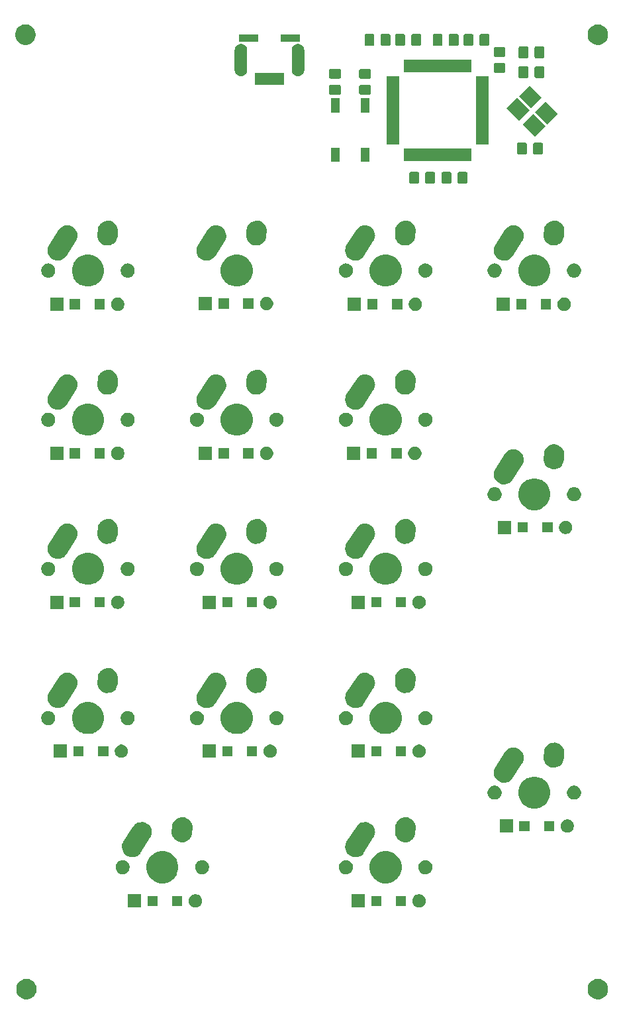
<source format=gbs>
G04 #@! TF.GenerationSoftware,KiCad,Pcbnew,(5.1.5)-3*
G04 #@! TF.CreationDate,2020-06-24T14:41:20-07:00*
G04 #@! TF.ProjectId,numpad,6e756d70-6164-42e6-9b69-6361645f7063,rev?*
G04 #@! TF.SameCoordinates,Original*
G04 #@! TF.FileFunction,Soldermask,Bot*
G04 #@! TF.FilePolarity,Negative*
%FSLAX46Y46*%
G04 Gerber Fmt 4.6, Leading zero omitted, Abs format (unit mm)*
G04 Created by KiCad (PCBNEW (5.1.5)-3) date 2020-06-24 14:41:20*
%MOMM*%
%LPD*%
G04 APERTURE LIST*
%ADD10C,0.100000*%
G04 APERTURE END LIST*
D10*
G36*
X176969487Y-149878996D02*
G01*
X177206253Y-149977068D01*
X177206255Y-149977069D01*
X177419339Y-150119447D01*
X177600553Y-150300661D01*
X177742932Y-150513747D01*
X177841004Y-150750513D01*
X177891000Y-151001861D01*
X177891000Y-151258139D01*
X177841004Y-151509487D01*
X177742932Y-151746253D01*
X177742931Y-151746255D01*
X177600553Y-151959339D01*
X177419339Y-152140553D01*
X177206255Y-152282931D01*
X177206254Y-152282932D01*
X177206253Y-152282932D01*
X176969487Y-152381004D01*
X176718139Y-152431000D01*
X176461861Y-152431000D01*
X176210513Y-152381004D01*
X175973747Y-152282932D01*
X175973746Y-152282932D01*
X175973745Y-152282931D01*
X175760661Y-152140553D01*
X175579447Y-151959339D01*
X175437069Y-151746255D01*
X175437068Y-151746253D01*
X175338996Y-151509487D01*
X175289000Y-151258139D01*
X175289000Y-151001861D01*
X175338996Y-150750513D01*
X175437068Y-150513747D01*
X175579447Y-150300661D01*
X175760661Y-150119447D01*
X175973745Y-149977069D01*
X175973747Y-149977068D01*
X176210513Y-149878996D01*
X176461861Y-149829000D01*
X176718139Y-149829000D01*
X176969487Y-149878996D01*
G37*
G36*
X103884487Y-149878996D02*
G01*
X104121253Y-149977068D01*
X104121255Y-149977069D01*
X104334339Y-150119447D01*
X104515553Y-150300661D01*
X104657932Y-150513747D01*
X104756004Y-150750513D01*
X104806000Y-151001861D01*
X104806000Y-151258139D01*
X104756004Y-151509487D01*
X104657932Y-151746253D01*
X104657931Y-151746255D01*
X104515553Y-151959339D01*
X104334339Y-152140553D01*
X104121255Y-152282931D01*
X104121254Y-152282932D01*
X104121253Y-152282932D01*
X103884487Y-152381004D01*
X103633139Y-152431000D01*
X103376861Y-152431000D01*
X103125513Y-152381004D01*
X102888747Y-152282932D01*
X102888746Y-152282932D01*
X102888745Y-152282931D01*
X102675661Y-152140553D01*
X102494447Y-151959339D01*
X102352069Y-151746255D01*
X102352068Y-151746253D01*
X102253996Y-151509487D01*
X102204000Y-151258139D01*
X102204000Y-151001861D01*
X102253996Y-150750513D01*
X102352068Y-150513747D01*
X102494447Y-150300661D01*
X102675661Y-150119447D01*
X102888745Y-149977069D01*
X102888747Y-149977068D01*
X103125513Y-149878996D01*
X103376861Y-149829000D01*
X103633139Y-149829000D01*
X103884487Y-149878996D01*
G37*
G36*
X153960728Y-139056703D02*
G01*
X154115600Y-139120853D01*
X154254981Y-139213985D01*
X154373515Y-139332519D01*
X154466647Y-139471900D01*
X154530797Y-139626772D01*
X154563500Y-139791184D01*
X154563500Y-139958816D01*
X154530797Y-140123228D01*
X154466647Y-140278100D01*
X154373515Y-140417481D01*
X154254981Y-140536015D01*
X154115600Y-140629147D01*
X153960728Y-140693297D01*
X153796316Y-140726000D01*
X153628684Y-140726000D01*
X153464272Y-140693297D01*
X153309400Y-140629147D01*
X153170019Y-140536015D01*
X153051485Y-140417481D01*
X152958353Y-140278100D01*
X152894203Y-140123228D01*
X152861500Y-139958816D01*
X152861500Y-139791184D01*
X152894203Y-139626772D01*
X152958353Y-139471900D01*
X153051485Y-139332519D01*
X153170019Y-139213985D01*
X153309400Y-139120853D01*
X153464272Y-139056703D01*
X153628684Y-139024000D01*
X153796316Y-139024000D01*
X153960728Y-139056703D01*
G37*
G36*
X146763500Y-140726000D02*
G01*
X145061500Y-140726000D01*
X145061500Y-139024000D01*
X146763500Y-139024000D01*
X146763500Y-140726000D01*
G37*
G36*
X125366978Y-139056703D02*
G01*
X125521850Y-139120853D01*
X125661231Y-139213985D01*
X125779765Y-139332519D01*
X125872897Y-139471900D01*
X125937047Y-139626772D01*
X125969750Y-139791184D01*
X125969750Y-139958816D01*
X125937047Y-140123228D01*
X125872897Y-140278100D01*
X125779765Y-140417481D01*
X125661231Y-140536015D01*
X125521850Y-140629147D01*
X125366978Y-140693297D01*
X125202566Y-140726000D01*
X125034934Y-140726000D01*
X124870522Y-140693297D01*
X124715650Y-140629147D01*
X124576269Y-140536015D01*
X124457735Y-140417481D01*
X124364603Y-140278100D01*
X124300453Y-140123228D01*
X124267750Y-139958816D01*
X124267750Y-139791184D01*
X124300453Y-139626772D01*
X124364603Y-139471900D01*
X124457735Y-139332519D01*
X124576269Y-139213985D01*
X124715650Y-139120853D01*
X124870522Y-139056703D01*
X125034934Y-139024000D01*
X125202566Y-139024000D01*
X125366978Y-139056703D01*
G37*
G36*
X118169750Y-140726000D02*
G01*
X116467750Y-140726000D01*
X116467750Y-139024000D01*
X118169750Y-139024000D01*
X118169750Y-140726000D01*
G37*
G36*
X148888500Y-140526000D02*
G01*
X147586500Y-140526000D01*
X147586500Y-139224000D01*
X148888500Y-139224000D01*
X148888500Y-140526000D01*
G37*
G36*
X123444750Y-140526000D02*
G01*
X122142750Y-140526000D01*
X122142750Y-139224000D01*
X123444750Y-139224000D01*
X123444750Y-140526000D01*
G37*
G36*
X120294750Y-140526000D02*
G01*
X118992750Y-140526000D01*
X118992750Y-139224000D01*
X120294750Y-139224000D01*
X120294750Y-140526000D01*
G37*
G36*
X152038500Y-140526000D02*
G01*
X150736500Y-140526000D01*
X150736500Y-139224000D01*
X152038500Y-139224000D01*
X152038500Y-140526000D01*
G37*
G36*
X121487074Y-133596184D02*
G01*
X121705074Y-133686483D01*
X121859223Y-133750333D01*
X122194148Y-133974123D01*
X122478977Y-134258952D01*
X122702767Y-134593877D01*
X122766617Y-134748026D01*
X122856916Y-134966026D01*
X122935500Y-135361094D01*
X122935500Y-135763906D01*
X122856916Y-136158974D01*
X122772922Y-136361753D01*
X122702767Y-136531123D01*
X122478977Y-136866048D01*
X122194148Y-137150877D01*
X121859223Y-137374667D01*
X121705074Y-137438517D01*
X121487074Y-137528816D01*
X121092006Y-137607400D01*
X120689194Y-137607400D01*
X120294126Y-137528816D01*
X120076126Y-137438517D01*
X119921977Y-137374667D01*
X119587052Y-137150877D01*
X119302223Y-136866048D01*
X119078433Y-136531123D01*
X119008278Y-136361753D01*
X118924284Y-136158974D01*
X118845700Y-135763906D01*
X118845700Y-135361094D01*
X118924284Y-134966026D01*
X119014583Y-134748026D01*
X119078433Y-134593877D01*
X119302223Y-134258952D01*
X119587052Y-133974123D01*
X119921977Y-133750333D01*
X120076126Y-133686483D01*
X120294126Y-133596184D01*
X120689194Y-133517600D01*
X121092006Y-133517600D01*
X121487074Y-133596184D01*
G37*
G36*
X150033974Y-133596184D02*
G01*
X150251974Y-133686483D01*
X150406123Y-133750333D01*
X150741048Y-133974123D01*
X151025877Y-134258952D01*
X151249667Y-134593877D01*
X151313517Y-134748026D01*
X151403816Y-134966026D01*
X151482400Y-135361094D01*
X151482400Y-135763906D01*
X151403816Y-136158974D01*
X151319822Y-136361753D01*
X151249667Y-136531123D01*
X151025877Y-136866048D01*
X150741048Y-137150877D01*
X150406123Y-137374667D01*
X150251974Y-137438517D01*
X150033974Y-137528816D01*
X149638906Y-137607400D01*
X149236094Y-137607400D01*
X148841026Y-137528816D01*
X148623026Y-137438517D01*
X148468877Y-137374667D01*
X148133952Y-137150877D01*
X147849123Y-136866048D01*
X147625333Y-136531123D01*
X147555178Y-136361753D01*
X147471184Y-136158974D01*
X147392600Y-135763906D01*
X147392600Y-135361094D01*
X147471184Y-134966026D01*
X147561483Y-134748026D01*
X147625333Y-134593877D01*
X147849123Y-134258952D01*
X148133952Y-133974123D01*
X148468877Y-133750333D01*
X148623026Y-133686483D01*
X148841026Y-133596184D01*
X149236094Y-133517600D01*
X149638906Y-133517600D01*
X150033974Y-133596184D01*
G37*
G36*
X144533452Y-134677929D02*
G01*
X144620575Y-134695259D01*
X144729998Y-134740584D01*
X144784711Y-134763247D01*
X144931433Y-134861283D01*
X144932428Y-134861948D01*
X145058052Y-134987572D01*
X145058054Y-134987575D01*
X145156753Y-135135289D01*
X145156753Y-135135290D01*
X145224741Y-135299425D01*
X145259400Y-135473671D01*
X145259400Y-135651329D01*
X145224741Y-135825575D01*
X145179416Y-135934998D01*
X145156753Y-135989711D01*
X145058717Y-136136433D01*
X145058052Y-136137428D01*
X144932428Y-136263052D01*
X144932425Y-136263054D01*
X144784711Y-136361753D01*
X144729998Y-136384416D01*
X144620575Y-136429741D01*
X144533452Y-136447070D01*
X144446331Y-136464400D01*
X144268669Y-136464400D01*
X144181548Y-136447070D01*
X144094425Y-136429741D01*
X143985002Y-136384416D01*
X143930289Y-136361753D01*
X143782575Y-136263054D01*
X143782572Y-136263052D01*
X143656948Y-136137428D01*
X143656283Y-136136433D01*
X143558247Y-135989711D01*
X143535584Y-135934998D01*
X143490259Y-135825575D01*
X143455600Y-135651329D01*
X143455600Y-135473671D01*
X143490259Y-135299425D01*
X143558247Y-135135290D01*
X143558247Y-135135289D01*
X143656946Y-134987575D01*
X143656948Y-134987572D01*
X143782572Y-134861948D01*
X143783567Y-134861283D01*
X143930289Y-134763247D01*
X143985002Y-134740584D01*
X144094425Y-134695259D01*
X144181548Y-134677929D01*
X144268669Y-134660600D01*
X144446331Y-134660600D01*
X144533452Y-134677929D01*
G37*
G36*
X154693452Y-134677929D02*
G01*
X154780575Y-134695259D01*
X154889998Y-134740584D01*
X154944711Y-134763247D01*
X155091433Y-134861283D01*
X155092428Y-134861948D01*
X155218052Y-134987572D01*
X155218054Y-134987575D01*
X155316753Y-135135289D01*
X155316753Y-135135290D01*
X155384741Y-135299425D01*
X155419400Y-135473671D01*
X155419400Y-135651329D01*
X155384741Y-135825575D01*
X155339416Y-135934998D01*
X155316753Y-135989711D01*
X155218717Y-136136433D01*
X155218052Y-136137428D01*
X155092428Y-136263052D01*
X155092425Y-136263054D01*
X154944711Y-136361753D01*
X154889998Y-136384416D01*
X154780575Y-136429741D01*
X154693452Y-136447070D01*
X154606331Y-136464400D01*
X154428669Y-136464400D01*
X154341548Y-136447070D01*
X154254425Y-136429741D01*
X154145002Y-136384416D01*
X154090289Y-136361753D01*
X153942575Y-136263054D01*
X153942572Y-136263052D01*
X153816948Y-136137428D01*
X153816283Y-136136433D01*
X153718247Y-135989711D01*
X153695584Y-135934998D01*
X153650259Y-135825575D01*
X153615600Y-135651329D01*
X153615600Y-135473671D01*
X153650259Y-135299425D01*
X153718247Y-135135290D01*
X153718247Y-135135289D01*
X153816946Y-134987575D01*
X153816948Y-134987572D01*
X153942572Y-134861948D01*
X153943567Y-134861283D01*
X154090289Y-134763247D01*
X154145002Y-134740584D01*
X154254425Y-134695259D01*
X154341548Y-134677929D01*
X154428669Y-134660600D01*
X154606331Y-134660600D01*
X154693452Y-134677929D01*
G37*
G36*
X115986552Y-134677929D02*
G01*
X116073675Y-134695259D01*
X116183098Y-134740584D01*
X116237811Y-134763247D01*
X116384533Y-134861283D01*
X116385528Y-134861948D01*
X116511152Y-134987572D01*
X116511154Y-134987575D01*
X116609853Y-135135289D01*
X116609853Y-135135290D01*
X116677841Y-135299425D01*
X116712500Y-135473671D01*
X116712500Y-135651329D01*
X116677841Y-135825575D01*
X116632516Y-135934998D01*
X116609853Y-135989711D01*
X116511817Y-136136433D01*
X116511152Y-136137428D01*
X116385528Y-136263052D01*
X116385525Y-136263054D01*
X116237811Y-136361753D01*
X116183098Y-136384416D01*
X116073675Y-136429741D01*
X115986552Y-136447070D01*
X115899431Y-136464400D01*
X115721769Y-136464400D01*
X115634648Y-136447070D01*
X115547525Y-136429741D01*
X115438102Y-136384416D01*
X115383389Y-136361753D01*
X115235675Y-136263054D01*
X115235672Y-136263052D01*
X115110048Y-136137428D01*
X115109383Y-136136433D01*
X115011347Y-135989711D01*
X114988684Y-135934998D01*
X114943359Y-135825575D01*
X114908700Y-135651329D01*
X114908700Y-135473671D01*
X114943359Y-135299425D01*
X115011347Y-135135290D01*
X115011347Y-135135289D01*
X115110046Y-134987575D01*
X115110048Y-134987572D01*
X115235672Y-134861948D01*
X115236667Y-134861283D01*
X115383389Y-134763247D01*
X115438102Y-134740584D01*
X115547525Y-134695259D01*
X115634648Y-134677929D01*
X115721769Y-134660600D01*
X115899431Y-134660600D01*
X115986552Y-134677929D01*
G37*
G36*
X126146552Y-134677929D02*
G01*
X126233675Y-134695259D01*
X126343098Y-134740584D01*
X126397811Y-134763247D01*
X126544533Y-134861283D01*
X126545528Y-134861948D01*
X126671152Y-134987572D01*
X126671154Y-134987575D01*
X126769853Y-135135289D01*
X126769853Y-135135290D01*
X126837841Y-135299425D01*
X126872500Y-135473671D01*
X126872500Y-135651329D01*
X126837841Y-135825575D01*
X126792516Y-135934998D01*
X126769853Y-135989711D01*
X126671817Y-136136433D01*
X126671152Y-136137428D01*
X126545528Y-136263052D01*
X126545525Y-136263054D01*
X126397811Y-136361753D01*
X126343098Y-136384416D01*
X126233675Y-136429741D01*
X126146552Y-136447070D01*
X126059431Y-136464400D01*
X125881769Y-136464400D01*
X125794648Y-136447070D01*
X125707525Y-136429741D01*
X125598102Y-136384416D01*
X125543389Y-136361753D01*
X125395675Y-136263054D01*
X125395672Y-136263052D01*
X125270048Y-136137428D01*
X125269383Y-136136433D01*
X125171347Y-135989711D01*
X125148684Y-135934998D01*
X125103359Y-135825575D01*
X125068700Y-135651329D01*
X125068700Y-135473671D01*
X125103359Y-135299425D01*
X125171347Y-135135290D01*
X125171347Y-135135289D01*
X125270046Y-134987575D01*
X125270048Y-134987572D01*
X125395672Y-134861948D01*
X125396667Y-134861283D01*
X125543389Y-134763247D01*
X125598102Y-134740584D01*
X125707525Y-134695259D01*
X125794648Y-134677929D01*
X125881769Y-134660600D01*
X126059431Y-134660600D01*
X126146552Y-134677929D01*
G37*
G36*
X146928794Y-129799736D02*
G01*
X147013971Y-129806253D01*
X147053753Y-129817379D01*
X147260775Y-129875277D01*
X147489370Y-129991125D01*
X147690972Y-130149343D01*
X147857834Y-130343853D01*
X147983543Y-130567178D01*
X148032125Y-130715597D01*
X148063268Y-130810739D01*
X148090560Y-131037099D01*
X148093944Y-131065167D01*
X148074395Y-131320695D01*
X148051241Y-131403483D01*
X148005370Y-131567500D01*
X147967059Y-131643096D01*
X147918550Y-131738816D01*
X146640954Y-133744238D01*
X146598957Y-133797750D01*
X146522380Y-133895326D01*
X146327873Y-134062186D01*
X146191255Y-134139087D01*
X146104545Y-134187896D01*
X145887468Y-134258952D01*
X145860984Y-134267621D01*
X145606557Y-134298297D01*
X145606556Y-134298297D01*
X145351029Y-134278748D01*
X145104225Y-134209723D01*
X145104224Y-134209723D01*
X145104222Y-134209722D01*
X144875635Y-134093878D01*
X144875633Y-134093877D01*
X144875630Y-134093875D01*
X144674028Y-133935657D01*
X144674024Y-133935654D01*
X144507167Y-133741150D01*
X144381458Y-133517823D01*
X144381457Y-133517822D01*
X144301733Y-133274264D01*
X144301732Y-133274261D01*
X144271056Y-133019834D01*
X144271056Y-133019833D01*
X144290605Y-132764306D01*
X144359630Y-132517502D01*
X144359630Y-132517501D01*
X144440270Y-132358380D01*
X144446450Y-132346185D01*
X145724045Y-130340762D01*
X145842619Y-130189675D01*
X145986552Y-130066201D01*
X146037130Y-130022812D01*
X146260448Y-129897106D01*
X146260454Y-129897104D01*
X146504011Y-129817380D01*
X146504012Y-129817380D01*
X146504015Y-129817379D01*
X146758441Y-129786703D01*
X146758443Y-129786703D01*
X146928794Y-129799736D01*
G37*
G36*
X118381894Y-129799736D02*
G01*
X118467071Y-129806253D01*
X118506853Y-129817379D01*
X118713875Y-129875277D01*
X118942470Y-129991125D01*
X119144072Y-130149343D01*
X119310934Y-130343853D01*
X119436643Y-130567178D01*
X119485225Y-130715597D01*
X119516368Y-130810739D01*
X119543660Y-131037099D01*
X119547044Y-131065167D01*
X119527495Y-131320695D01*
X119504341Y-131403483D01*
X119458470Y-131567500D01*
X119420159Y-131643096D01*
X119371650Y-131738816D01*
X118094054Y-133744238D01*
X118052057Y-133797750D01*
X117975480Y-133895326D01*
X117780973Y-134062186D01*
X117644355Y-134139087D01*
X117557645Y-134187896D01*
X117340568Y-134258952D01*
X117314084Y-134267621D01*
X117059657Y-134298297D01*
X117059656Y-134298297D01*
X116804129Y-134278748D01*
X116557325Y-134209723D01*
X116557324Y-134209723D01*
X116557322Y-134209722D01*
X116328735Y-134093878D01*
X116328733Y-134093877D01*
X116328730Y-134093875D01*
X116127128Y-133935657D01*
X116127124Y-133935654D01*
X115960267Y-133741150D01*
X115834558Y-133517823D01*
X115834557Y-133517822D01*
X115754833Y-133274264D01*
X115754832Y-133274261D01*
X115724156Y-133019834D01*
X115724156Y-133019833D01*
X115743705Y-132764306D01*
X115812730Y-132517502D01*
X115812730Y-132517501D01*
X115893370Y-132358380D01*
X115899550Y-132346185D01*
X117177145Y-130340762D01*
X117295719Y-130189675D01*
X117439652Y-130066201D01*
X117490230Y-130022812D01*
X117713548Y-129897106D01*
X117713554Y-129897104D01*
X117957111Y-129817380D01*
X117957112Y-129817380D01*
X117957115Y-129817379D01*
X118211541Y-129786703D01*
X118211543Y-129786703D01*
X118381894Y-129799736D01*
G37*
G36*
X123771979Y-129221313D02*
G01*
X124011591Y-129312213D01*
X124228865Y-129448113D01*
X124415452Y-129623788D01*
X124519661Y-129770019D01*
X124564180Y-129832490D01*
X124669335Y-130066197D01*
X124669336Y-130066201D01*
X124726876Y-130315928D01*
X124732658Y-130507894D01*
X124732657Y-130507902D01*
X124684516Y-131214071D01*
X124652735Y-131403483D01*
X124561835Y-131643095D01*
X124425935Y-131860369D01*
X124250260Y-132046956D01*
X124093998Y-132158313D01*
X124041558Y-132195684D01*
X123807851Y-132300839D01*
X123807847Y-132300840D01*
X123558121Y-132358380D01*
X123301966Y-132366094D01*
X123301962Y-132366094D01*
X123049221Y-132323687D01*
X122809609Y-132232787D01*
X122592335Y-132096887D01*
X122539303Y-132046956D01*
X122405748Y-131921212D01*
X122275766Y-131738815D01*
X122257020Y-131712510D01*
X122151865Y-131478803D01*
X122094324Y-131229071D01*
X122092349Y-131163500D01*
X122088542Y-131037108D01*
X122136684Y-130330928D01*
X122141250Y-130303713D01*
X122168465Y-130141517D01*
X122259365Y-129901905D01*
X122395265Y-129684631D01*
X122452550Y-129623788D01*
X122570940Y-129498044D01*
X122727202Y-129386687D01*
X122779642Y-129349316D01*
X123013349Y-129244161D01*
X123013353Y-129244160D01*
X123263079Y-129186620D01*
X123519234Y-129178906D01*
X123519238Y-129178906D01*
X123771979Y-129221313D01*
G37*
G36*
X152318879Y-129221313D02*
G01*
X152558491Y-129312213D01*
X152775765Y-129448113D01*
X152962352Y-129623788D01*
X153066561Y-129770019D01*
X153111080Y-129832490D01*
X153216235Y-130066197D01*
X153216236Y-130066201D01*
X153273776Y-130315928D01*
X153279558Y-130507894D01*
X153279557Y-130507902D01*
X153231416Y-131214071D01*
X153199635Y-131403483D01*
X153108735Y-131643095D01*
X152972835Y-131860369D01*
X152797160Y-132046956D01*
X152640898Y-132158313D01*
X152588458Y-132195684D01*
X152354751Y-132300839D01*
X152354747Y-132300840D01*
X152105021Y-132358380D01*
X151848866Y-132366094D01*
X151848862Y-132366094D01*
X151596121Y-132323687D01*
X151356509Y-132232787D01*
X151139235Y-132096887D01*
X151086203Y-132046956D01*
X150952648Y-131921212D01*
X150822666Y-131738815D01*
X150803920Y-131712510D01*
X150698765Y-131478803D01*
X150641224Y-131229071D01*
X150639249Y-131163500D01*
X150635442Y-131037108D01*
X150683584Y-130330928D01*
X150688150Y-130303713D01*
X150715365Y-130141517D01*
X150806265Y-129901905D01*
X150942165Y-129684631D01*
X150999450Y-129623788D01*
X151117840Y-129498044D01*
X151274102Y-129386687D01*
X151326542Y-129349316D01*
X151560249Y-129244161D01*
X151560253Y-129244160D01*
X151809979Y-129186620D01*
X152066134Y-129178906D01*
X152066138Y-129178906D01*
X152318879Y-129221313D01*
G37*
G36*
X172916978Y-129494203D02*
G01*
X173071850Y-129558353D01*
X173211231Y-129651485D01*
X173329765Y-129770019D01*
X173422897Y-129909400D01*
X173487047Y-130064272D01*
X173519750Y-130228684D01*
X173519750Y-130396316D01*
X173487047Y-130560728D01*
X173422897Y-130715600D01*
X173329765Y-130854981D01*
X173211231Y-130973515D01*
X173071850Y-131066647D01*
X172916978Y-131130797D01*
X172752566Y-131163500D01*
X172584934Y-131163500D01*
X172420522Y-131130797D01*
X172265650Y-131066647D01*
X172126269Y-130973515D01*
X172007735Y-130854981D01*
X171914603Y-130715600D01*
X171850453Y-130560728D01*
X171817750Y-130396316D01*
X171817750Y-130228684D01*
X171850453Y-130064272D01*
X171914603Y-129909400D01*
X172007735Y-129770019D01*
X172126269Y-129651485D01*
X172265650Y-129558353D01*
X172420522Y-129494203D01*
X172584934Y-129461500D01*
X172752566Y-129461500D01*
X172916978Y-129494203D01*
G37*
G36*
X165719750Y-131163500D02*
G01*
X164017750Y-131163500D01*
X164017750Y-129461500D01*
X165719750Y-129461500D01*
X165719750Y-131163500D01*
G37*
G36*
X170994750Y-130963500D02*
G01*
X169692750Y-130963500D01*
X169692750Y-129661500D01*
X170994750Y-129661500D01*
X170994750Y-130963500D01*
G37*
G36*
X167844750Y-130963500D02*
G01*
X166542750Y-130963500D01*
X166542750Y-129661500D01*
X167844750Y-129661500D01*
X167844750Y-130963500D01*
G37*
G36*
X169047724Y-124068884D02*
G01*
X169265724Y-124159183D01*
X169419873Y-124223033D01*
X169754798Y-124446823D01*
X170039627Y-124731652D01*
X170263417Y-125066577D01*
X170327267Y-125220726D01*
X170417566Y-125438726D01*
X170496150Y-125833794D01*
X170496150Y-126236606D01*
X170417566Y-126631674D01*
X170333572Y-126834453D01*
X170263417Y-127003823D01*
X170039627Y-127338748D01*
X169754798Y-127623577D01*
X169419873Y-127847367D01*
X169265724Y-127911217D01*
X169047724Y-128001516D01*
X168652656Y-128080100D01*
X168249844Y-128080100D01*
X167854776Y-128001516D01*
X167636776Y-127911217D01*
X167482627Y-127847367D01*
X167147702Y-127623577D01*
X166862873Y-127338748D01*
X166639083Y-127003823D01*
X166568928Y-126834453D01*
X166484934Y-126631674D01*
X166406350Y-126236606D01*
X166406350Y-125833794D01*
X166484934Y-125438726D01*
X166575233Y-125220726D01*
X166639083Y-125066577D01*
X166862873Y-124731652D01*
X167147702Y-124446823D01*
X167482627Y-124223033D01*
X167636776Y-124159183D01*
X167854776Y-124068884D01*
X168249844Y-123990300D01*
X168652656Y-123990300D01*
X169047724Y-124068884D01*
G37*
G36*
X163547202Y-125150629D02*
G01*
X163634325Y-125167959D01*
X163743748Y-125213284D01*
X163798461Y-125235947D01*
X163945183Y-125333983D01*
X163946178Y-125334648D01*
X164071802Y-125460272D01*
X164071804Y-125460275D01*
X164170503Y-125607989D01*
X164170503Y-125607990D01*
X164238491Y-125772125D01*
X164273150Y-125946371D01*
X164273150Y-126124029D01*
X164238491Y-126298275D01*
X164193166Y-126407698D01*
X164170503Y-126462411D01*
X164072467Y-126609133D01*
X164071802Y-126610128D01*
X163946178Y-126735752D01*
X163946175Y-126735754D01*
X163798461Y-126834453D01*
X163743748Y-126857116D01*
X163634325Y-126902441D01*
X163547202Y-126919770D01*
X163460081Y-126937100D01*
X163282419Y-126937100D01*
X163195298Y-126919770D01*
X163108175Y-126902441D01*
X162998752Y-126857116D01*
X162944039Y-126834453D01*
X162796325Y-126735754D01*
X162796322Y-126735752D01*
X162670698Y-126610128D01*
X162670033Y-126609133D01*
X162571997Y-126462411D01*
X162549334Y-126407698D01*
X162504009Y-126298275D01*
X162469350Y-126124029D01*
X162469350Y-125946371D01*
X162504009Y-125772125D01*
X162571997Y-125607990D01*
X162571997Y-125607989D01*
X162670696Y-125460275D01*
X162670698Y-125460272D01*
X162796322Y-125334648D01*
X162797317Y-125333983D01*
X162944039Y-125235947D01*
X162998752Y-125213284D01*
X163108175Y-125167959D01*
X163195298Y-125150629D01*
X163282419Y-125133300D01*
X163460081Y-125133300D01*
X163547202Y-125150629D01*
G37*
G36*
X173707202Y-125150629D02*
G01*
X173794325Y-125167959D01*
X173903748Y-125213284D01*
X173958461Y-125235947D01*
X174105183Y-125333983D01*
X174106178Y-125334648D01*
X174231802Y-125460272D01*
X174231804Y-125460275D01*
X174330503Y-125607989D01*
X174330503Y-125607990D01*
X174398491Y-125772125D01*
X174433150Y-125946371D01*
X174433150Y-126124029D01*
X174398491Y-126298275D01*
X174353166Y-126407698D01*
X174330503Y-126462411D01*
X174232467Y-126609133D01*
X174231802Y-126610128D01*
X174106178Y-126735752D01*
X174106175Y-126735754D01*
X173958461Y-126834453D01*
X173903748Y-126857116D01*
X173794325Y-126902441D01*
X173707202Y-126919770D01*
X173620081Y-126937100D01*
X173442419Y-126937100D01*
X173355298Y-126919770D01*
X173268175Y-126902441D01*
X173158752Y-126857116D01*
X173104039Y-126834453D01*
X172956325Y-126735754D01*
X172956322Y-126735752D01*
X172830698Y-126610128D01*
X172830033Y-126609133D01*
X172731997Y-126462411D01*
X172709334Y-126407698D01*
X172664009Y-126298275D01*
X172629350Y-126124029D01*
X172629350Y-125946371D01*
X172664009Y-125772125D01*
X172731997Y-125607990D01*
X172731997Y-125607989D01*
X172830696Y-125460275D01*
X172830698Y-125460272D01*
X172956322Y-125334648D01*
X172957317Y-125333983D01*
X173104039Y-125235947D01*
X173158752Y-125213284D01*
X173268175Y-125167959D01*
X173355298Y-125150629D01*
X173442419Y-125133300D01*
X173620081Y-125133300D01*
X173707202Y-125150629D01*
G37*
G36*
X165942544Y-120272436D02*
G01*
X166027721Y-120278953D01*
X166067503Y-120290079D01*
X166274525Y-120347977D01*
X166503120Y-120463825D01*
X166503122Y-120463826D01*
X166503123Y-120463827D01*
X166598777Y-120538897D01*
X166704722Y-120622043D01*
X166871584Y-120816553D01*
X166997293Y-121039878D01*
X167034353Y-121153097D01*
X167077018Y-121283439D01*
X167104310Y-121509799D01*
X167107694Y-121537867D01*
X167088145Y-121793395D01*
X167064991Y-121876183D01*
X167019120Y-122040200D01*
X166980809Y-122115796D01*
X166932300Y-122211516D01*
X165654704Y-124216938D01*
X165612707Y-124270450D01*
X165536130Y-124368026D01*
X165341623Y-124534886D01*
X165205005Y-124611787D01*
X165118295Y-124660596D01*
X164901218Y-124731652D01*
X164874734Y-124740321D01*
X164620307Y-124770997D01*
X164620306Y-124770997D01*
X164364779Y-124751448D01*
X164117975Y-124682423D01*
X164117974Y-124682423D01*
X164117972Y-124682422D01*
X163889385Y-124566578D01*
X163889383Y-124566577D01*
X163889380Y-124566575D01*
X163687778Y-124408357D01*
X163687774Y-124408354D01*
X163520917Y-124213850D01*
X163395208Y-123990523D01*
X163395207Y-123990522D01*
X163315483Y-123746964D01*
X163315482Y-123746961D01*
X163284806Y-123492534D01*
X163284806Y-123492533D01*
X163304355Y-123237006D01*
X163373380Y-122990202D01*
X163373380Y-122990201D01*
X163454020Y-122831080D01*
X163460200Y-122818885D01*
X164737795Y-120813462D01*
X164856369Y-120662375D01*
X165000302Y-120538901D01*
X165050880Y-120495512D01*
X165274198Y-120369806D01*
X165274204Y-120369804D01*
X165517761Y-120290080D01*
X165517762Y-120290080D01*
X165517765Y-120290079D01*
X165772191Y-120259403D01*
X165772193Y-120259403D01*
X165942544Y-120272436D01*
G37*
G36*
X171332629Y-119694013D02*
G01*
X171572241Y-119784913D01*
X171754641Y-119899000D01*
X171789515Y-119920813D01*
X171976102Y-120096488D01*
X172087459Y-120252750D01*
X172124830Y-120305190D01*
X172229985Y-120538897D01*
X172229986Y-120538901D01*
X172287526Y-120788628D01*
X172293308Y-120980594D01*
X172276705Y-121224128D01*
X172245166Y-121686771D01*
X172213385Y-121876183D01*
X172122485Y-122115795D01*
X171986585Y-122333069D01*
X171810910Y-122519656D01*
X171654648Y-122631013D01*
X171602208Y-122668384D01*
X171368501Y-122773539D01*
X171368497Y-122773540D01*
X171118771Y-122831080D01*
X170862616Y-122838794D01*
X170862612Y-122838794D01*
X170609871Y-122796387D01*
X170370259Y-122705487D01*
X170152985Y-122569587D01*
X170099953Y-122519656D01*
X169966398Y-122393912D01*
X169836416Y-122211515D01*
X169817670Y-122185210D01*
X169712515Y-121951503D01*
X169654974Y-121701771D01*
X169651939Y-121601000D01*
X169649192Y-121509808D01*
X169697334Y-120803628D01*
X169701900Y-120776413D01*
X169729115Y-120614217D01*
X169820015Y-120374605D01*
X169955915Y-120157331D01*
X170013200Y-120096488D01*
X170131590Y-119970744D01*
X170287852Y-119859387D01*
X170340292Y-119822016D01*
X170573999Y-119716861D01*
X170574003Y-119716860D01*
X170823729Y-119659320D01*
X171079884Y-119651606D01*
X171079888Y-119651606D01*
X171332629Y-119694013D01*
G37*
G36*
X127732250Y-121601000D02*
G01*
X126030250Y-121601000D01*
X126030250Y-119899000D01*
X127732250Y-119899000D01*
X127732250Y-121601000D01*
G37*
G36*
X153960728Y-119931703D02*
G01*
X154115600Y-119995853D01*
X154254981Y-120088985D01*
X154373515Y-120207519D01*
X154466647Y-120346900D01*
X154530797Y-120501772D01*
X154563500Y-120666184D01*
X154563500Y-120833816D01*
X154530797Y-120998228D01*
X154466647Y-121153100D01*
X154373515Y-121292481D01*
X154254981Y-121411015D01*
X154115600Y-121504147D01*
X153960728Y-121568297D01*
X153796316Y-121601000D01*
X153628684Y-121601000D01*
X153464272Y-121568297D01*
X153309400Y-121504147D01*
X153170019Y-121411015D01*
X153051485Y-121292481D01*
X152958353Y-121153100D01*
X152894203Y-120998228D01*
X152861500Y-120833816D01*
X152861500Y-120666184D01*
X152894203Y-120501772D01*
X152958353Y-120346900D01*
X153051485Y-120207519D01*
X153170019Y-120088985D01*
X153309400Y-119995853D01*
X153464272Y-119931703D01*
X153628684Y-119899000D01*
X153796316Y-119899000D01*
X153960728Y-119931703D01*
G37*
G36*
X146763500Y-121601000D02*
G01*
X145061500Y-121601000D01*
X145061500Y-119899000D01*
X146763500Y-119899000D01*
X146763500Y-121601000D01*
G37*
G36*
X134929478Y-119931703D02*
G01*
X135084350Y-119995853D01*
X135223731Y-120088985D01*
X135342265Y-120207519D01*
X135435397Y-120346900D01*
X135499547Y-120501772D01*
X135532250Y-120666184D01*
X135532250Y-120833816D01*
X135499547Y-120998228D01*
X135435397Y-121153100D01*
X135342265Y-121292481D01*
X135223731Y-121411015D01*
X135084350Y-121504147D01*
X134929478Y-121568297D01*
X134765066Y-121601000D01*
X134597434Y-121601000D01*
X134433022Y-121568297D01*
X134278150Y-121504147D01*
X134138769Y-121411015D01*
X134020235Y-121292481D01*
X133927103Y-121153100D01*
X133862953Y-120998228D01*
X133830250Y-120833816D01*
X133830250Y-120666184D01*
X133862953Y-120501772D01*
X133927103Y-120346900D01*
X134020235Y-120207519D01*
X134138769Y-120088985D01*
X134278150Y-119995853D01*
X134433022Y-119931703D01*
X134597434Y-119899000D01*
X134765066Y-119899000D01*
X134929478Y-119931703D01*
G37*
G36*
X115898228Y-119931703D02*
G01*
X116053100Y-119995853D01*
X116192481Y-120088985D01*
X116311015Y-120207519D01*
X116404147Y-120346900D01*
X116468297Y-120501772D01*
X116501000Y-120666184D01*
X116501000Y-120833816D01*
X116468297Y-120998228D01*
X116404147Y-121153100D01*
X116311015Y-121292481D01*
X116192481Y-121411015D01*
X116053100Y-121504147D01*
X115898228Y-121568297D01*
X115733816Y-121601000D01*
X115566184Y-121601000D01*
X115401772Y-121568297D01*
X115246900Y-121504147D01*
X115107519Y-121411015D01*
X114988985Y-121292481D01*
X114895853Y-121153100D01*
X114831703Y-120998228D01*
X114799000Y-120833816D01*
X114799000Y-120666184D01*
X114831703Y-120501772D01*
X114895853Y-120346900D01*
X114988985Y-120207519D01*
X115107519Y-120088985D01*
X115246900Y-119995853D01*
X115401772Y-119931703D01*
X115566184Y-119899000D01*
X115733816Y-119899000D01*
X115898228Y-119931703D01*
G37*
G36*
X108701000Y-121601000D02*
G01*
X106999000Y-121601000D01*
X106999000Y-119899000D01*
X108701000Y-119899000D01*
X108701000Y-121601000D01*
G37*
G36*
X133007250Y-121401000D02*
G01*
X131705250Y-121401000D01*
X131705250Y-120099000D01*
X133007250Y-120099000D01*
X133007250Y-121401000D01*
G37*
G36*
X148888500Y-121401000D02*
G01*
X147586500Y-121401000D01*
X147586500Y-120099000D01*
X148888500Y-120099000D01*
X148888500Y-121401000D01*
G37*
G36*
X129857250Y-121401000D02*
G01*
X128555250Y-121401000D01*
X128555250Y-120099000D01*
X129857250Y-120099000D01*
X129857250Y-121401000D01*
G37*
G36*
X113976000Y-121401000D02*
G01*
X112674000Y-121401000D01*
X112674000Y-120099000D01*
X113976000Y-120099000D01*
X113976000Y-121401000D01*
G37*
G36*
X110826000Y-121401000D02*
G01*
X109524000Y-121401000D01*
X109524000Y-120099000D01*
X110826000Y-120099000D01*
X110826000Y-121401000D01*
G37*
G36*
X152038500Y-121401000D02*
G01*
X150736500Y-121401000D01*
X150736500Y-120099000D01*
X152038500Y-120099000D01*
X152038500Y-121401000D01*
G37*
G36*
X150033974Y-114541495D02*
G01*
X150251974Y-114631794D01*
X150406123Y-114695644D01*
X150741048Y-114919434D01*
X151025877Y-115204263D01*
X151249667Y-115539188D01*
X151313517Y-115693337D01*
X151403816Y-115911337D01*
X151482400Y-116306405D01*
X151482400Y-116709217D01*
X151403816Y-117104285D01*
X151319822Y-117307064D01*
X151249667Y-117476434D01*
X151025877Y-117811359D01*
X150741048Y-118096188D01*
X150406123Y-118319978D01*
X150251974Y-118383828D01*
X150033974Y-118474127D01*
X149638906Y-118552711D01*
X149236094Y-118552711D01*
X148841026Y-118474127D01*
X148623026Y-118383828D01*
X148468877Y-118319978D01*
X148133952Y-118096188D01*
X147849123Y-117811359D01*
X147625333Y-117476434D01*
X147555178Y-117307064D01*
X147471184Y-117104285D01*
X147392600Y-116709217D01*
X147392600Y-116306405D01*
X147471184Y-115911337D01*
X147561483Y-115693337D01*
X147625333Y-115539188D01*
X147849123Y-115204263D01*
X148133952Y-114919434D01*
X148468877Y-114695644D01*
X148623026Y-114631794D01*
X148841026Y-114541495D01*
X149236094Y-114462911D01*
X149638906Y-114462911D01*
X150033974Y-114541495D01*
G37*
G36*
X131002724Y-114541495D02*
G01*
X131220724Y-114631794D01*
X131374873Y-114695644D01*
X131709798Y-114919434D01*
X131994627Y-115204263D01*
X132218417Y-115539188D01*
X132282267Y-115693337D01*
X132372566Y-115911337D01*
X132451150Y-116306405D01*
X132451150Y-116709217D01*
X132372566Y-117104285D01*
X132288572Y-117307064D01*
X132218417Y-117476434D01*
X131994627Y-117811359D01*
X131709798Y-118096188D01*
X131374873Y-118319978D01*
X131220724Y-118383828D01*
X131002724Y-118474127D01*
X130607656Y-118552711D01*
X130204844Y-118552711D01*
X129809776Y-118474127D01*
X129591776Y-118383828D01*
X129437627Y-118319978D01*
X129102702Y-118096188D01*
X128817873Y-117811359D01*
X128594083Y-117476434D01*
X128523928Y-117307064D01*
X128439934Y-117104285D01*
X128361350Y-116709217D01*
X128361350Y-116306405D01*
X128439934Y-115911337D01*
X128530233Y-115693337D01*
X128594083Y-115539188D01*
X128817873Y-115204263D01*
X129102702Y-114919434D01*
X129437627Y-114695644D01*
X129591776Y-114631794D01*
X129809776Y-114541495D01*
X130204844Y-114462911D01*
X130607656Y-114462911D01*
X131002724Y-114541495D01*
G37*
G36*
X111971474Y-114541495D02*
G01*
X112189474Y-114631794D01*
X112343623Y-114695644D01*
X112678548Y-114919434D01*
X112963377Y-115204263D01*
X113187167Y-115539188D01*
X113251017Y-115693337D01*
X113341316Y-115911337D01*
X113419900Y-116306405D01*
X113419900Y-116709217D01*
X113341316Y-117104285D01*
X113257322Y-117307064D01*
X113187167Y-117476434D01*
X112963377Y-117811359D01*
X112678548Y-118096188D01*
X112343623Y-118319978D01*
X112189474Y-118383828D01*
X111971474Y-118474127D01*
X111576406Y-118552711D01*
X111173594Y-118552711D01*
X110778526Y-118474127D01*
X110560526Y-118383828D01*
X110406377Y-118319978D01*
X110071452Y-118096188D01*
X109786623Y-117811359D01*
X109562833Y-117476434D01*
X109492678Y-117307064D01*
X109408684Y-117104285D01*
X109330100Y-116709217D01*
X109330100Y-116306405D01*
X109408684Y-115911337D01*
X109498983Y-115693337D01*
X109562833Y-115539188D01*
X109786623Y-115204263D01*
X110071452Y-114919434D01*
X110406377Y-114695644D01*
X110560526Y-114631794D01*
X110778526Y-114541495D01*
X111173594Y-114462911D01*
X111576406Y-114462911D01*
X111971474Y-114541495D01*
G37*
G36*
X154693452Y-115623240D02*
G01*
X154780575Y-115640570D01*
X154889998Y-115685895D01*
X154944711Y-115708558D01*
X155091433Y-115806594D01*
X155092428Y-115807259D01*
X155218052Y-115932883D01*
X155218054Y-115932886D01*
X155316753Y-116080600D01*
X155316753Y-116080601D01*
X155384741Y-116244736D01*
X155419400Y-116418982D01*
X155419400Y-116596640D01*
X155384741Y-116770886D01*
X155339416Y-116880309D01*
X155316753Y-116935022D01*
X155218717Y-117081744D01*
X155218052Y-117082739D01*
X155092428Y-117208363D01*
X155092425Y-117208365D01*
X154944711Y-117307064D01*
X154889998Y-117329727D01*
X154780575Y-117375052D01*
X154693452Y-117392381D01*
X154606331Y-117409711D01*
X154428669Y-117409711D01*
X154341548Y-117392381D01*
X154254425Y-117375052D01*
X154145002Y-117329727D01*
X154090289Y-117307064D01*
X153942575Y-117208365D01*
X153942572Y-117208363D01*
X153816948Y-117082739D01*
X153816283Y-117081744D01*
X153718247Y-116935022D01*
X153695584Y-116880309D01*
X153650259Y-116770886D01*
X153615600Y-116596640D01*
X153615600Y-116418982D01*
X153650259Y-116244736D01*
X153718247Y-116080601D01*
X153718247Y-116080600D01*
X153816946Y-115932886D01*
X153816948Y-115932883D01*
X153942572Y-115807259D01*
X153943567Y-115806594D01*
X154090289Y-115708558D01*
X154145002Y-115685895D01*
X154254425Y-115640570D01*
X154341548Y-115623240D01*
X154428669Y-115605911D01*
X154606331Y-115605911D01*
X154693452Y-115623240D01*
G37*
G36*
X144533452Y-115623240D02*
G01*
X144620575Y-115640570D01*
X144729998Y-115685895D01*
X144784711Y-115708558D01*
X144931433Y-115806594D01*
X144932428Y-115807259D01*
X145058052Y-115932883D01*
X145058054Y-115932886D01*
X145156753Y-116080600D01*
X145156753Y-116080601D01*
X145224741Y-116244736D01*
X145259400Y-116418982D01*
X145259400Y-116596640D01*
X145224741Y-116770886D01*
X145179416Y-116880309D01*
X145156753Y-116935022D01*
X145058717Y-117081744D01*
X145058052Y-117082739D01*
X144932428Y-117208363D01*
X144932425Y-117208365D01*
X144784711Y-117307064D01*
X144729998Y-117329727D01*
X144620575Y-117375052D01*
X144533452Y-117392381D01*
X144446331Y-117409711D01*
X144268669Y-117409711D01*
X144181548Y-117392381D01*
X144094425Y-117375052D01*
X143985002Y-117329727D01*
X143930289Y-117307064D01*
X143782575Y-117208365D01*
X143782572Y-117208363D01*
X143656948Y-117082739D01*
X143656283Y-117081744D01*
X143558247Y-116935022D01*
X143535584Y-116880309D01*
X143490259Y-116770886D01*
X143455600Y-116596640D01*
X143455600Y-116418982D01*
X143490259Y-116244736D01*
X143558247Y-116080601D01*
X143558247Y-116080600D01*
X143656946Y-115932886D01*
X143656948Y-115932883D01*
X143782572Y-115807259D01*
X143783567Y-115806594D01*
X143930289Y-115708558D01*
X143985002Y-115685895D01*
X144094425Y-115640570D01*
X144181548Y-115623240D01*
X144268669Y-115605911D01*
X144446331Y-115605911D01*
X144533452Y-115623240D01*
G37*
G36*
X125502202Y-115623240D02*
G01*
X125589325Y-115640570D01*
X125698748Y-115685895D01*
X125753461Y-115708558D01*
X125900183Y-115806594D01*
X125901178Y-115807259D01*
X126026802Y-115932883D01*
X126026804Y-115932886D01*
X126125503Y-116080600D01*
X126125503Y-116080601D01*
X126193491Y-116244736D01*
X126228150Y-116418982D01*
X126228150Y-116596640D01*
X126193491Y-116770886D01*
X126148166Y-116880309D01*
X126125503Y-116935022D01*
X126027467Y-117081744D01*
X126026802Y-117082739D01*
X125901178Y-117208363D01*
X125901175Y-117208365D01*
X125753461Y-117307064D01*
X125698748Y-117329727D01*
X125589325Y-117375052D01*
X125502202Y-117392381D01*
X125415081Y-117409711D01*
X125237419Y-117409711D01*
X125150298Y-117392381D01*
X125063175Y-117375052D01*
X124953752Y-117329727D01*
X124899039Y-117307064D01*
X124751325Y-117208365D01*
X124751322Y-117208363D01*
X124625698Y-117082739D01*
X124625033Y-117081744D01*
X124526997Y-116935022D01*
X124504334Y-116880309D01*
X124459009Y-116770886D01*
X124424350Y-116596640D01*
X124424350Y-116418982D01*
X124459009Y-116244736D01*
X124526997Y-116080601D01*
X124526997Y-116080600D01*
X124625696Y-115932886D01*
X124625698Y-115932883D01*
X124751322Y-115807259D01*
X124752317Y-115806594D01*
X124899039Y-115708558D01*
X124953752Y-115685895D01*
X125063175Y-115640570D01*
X125150298Y-115623240D01*
X125237419Y-115605911D01*
X125415081Y-115605911D01*
X125502202Y-115623240D01*
G37*
G36*
X116630952Y-115623240D02*
G01*
X116718075Y-115640570D01*
X116827498Y-115685895D01*
X116882211Y-115708558D01*
X117028933Y-115806594D01*
X117029928Y-115807259D01*
X117155552Y-115932883D01*
X117155554Y-115932886D01*
X117254253Y-116080600D01*
X117254253Y-116080601D01*
X117322241Y-116244736D01*
X117356900Y-116418982D01*
X117356900Y-116596640D01*
X117322241Y-116770886D01*
X117276916Y-116880309D01*
X117254253Y-116935022D01*
X117156217Y-117081744D01*
X117155552Y-117082739D01*
X117029928Y-117208363D01*
X117029925Y-117208365D01*
X116882211Y-117307064D01*
X116827498Y-117329727D01*
X116718075Y-117375052D01*
X116630952Y-117392381D01*
X116543831Y-117409711D01*
X116366169Y-117409711D01*
X116279048Y-117392381D01*
X116191925Y-117375052D01*
X116082502Y-117329727D01*
X116027789Y-117307064D01*
X115880075Y-117208365D01*
X115880072Y-117208363D01*
X115754448Y-117082739D01*
X115753783Y-117081744D01*
X115655747Y-116935022D01*
X115633084Y-116880309D01*
X115587759Y-116770886D01*
X115553100Y-116596640D01*
X115553100Y-116418982D01*
X115587759Y-116244736D01*
X115655747Y-116080601D01*
X115655747Y-116080600D01*
X115754446Y-115932886D01*
X115754448Y-115932883D01*
X115880072Y-115807259D01*
X115881067Y-115806594D01*
X116027789Y-115708558D01*
X116082502Y-115685895D01*
X116191925Y-115640570D01*
X116279048Y-115623240D01*
X116366169Y-115605911D01*
X116543831Y-115605911D01*
X116630952Y-115623240D01*
G37*
G36*
X106470952Y-115623240D02*
G01*
X106558075Y-115640570D01*
X106667498Y-115685895D01*
X106722211Y-115708558D01*
X106868933Y-115806594D01*
X106869928Y-115807259D01*
X106995552Y-115932883D01*
X106995554Y-115932886D01*
X107094253Y-116080600D01*
X107094253Y-116080601D01*
X107162241Y-116244736D01*
X107196900Y-116418982D01*
X107196900Y-116596640D01*
X107162241Y-116770886D01*
X107116916Y-116880309D01*
X107094253Y-116935022D01*
X106996217Y-117081744D01*
X106995552Y-117082739D01*
X106869928Y-117208363D01*
X106869925Y-117208365D01*
X106722211Y-117307064D01*
X106667498Y-117329727D01*
X106558075Y-117375052D01*
X106470952Y-117392381D01*
X106383831Y-117409711D01*
X106206169Y-117409711D01*
X106119048Y-117392381D01*
X106031925Y-117375052D01*
X105922502Y-117329727D01*
X105867789Y-117307064D01*
X105720075Y-117208365D01*
X105720072Y-117208363D01*
X105594448Y-117082739D01*
X105593783Y-117081744D01*
X105495747Y-116935022D01*
X105473084Y-116880309D01*
X105427759Y-116770886D01*
X105393100Y-116596640D01*
X105393100Y-116418982D01*
X105427759Y-116244736D01*
X105495747Y-116080601D01*
X105495747Y-116080600D01*
X105594446Y-115932886D01*
X105594448Y-115932883D01*
X105720072Y-115807259D01*
X105721067Y-115806594D01*
X105867789Y-115708558D01*
X105922502Y-115685895D01*
X106031925Y-115640570D01*
X106119048Y-115623240D01*
X106206169Y-115605911D01*
X106383831Y-115605911D01*
X106470952Y-115623240D01*
G37*
G36*
X135662202Y-115623240D02*
G01*
X135749325Y-115640570D01*
X135858748Y-115685895D01*
X135913461Y-115708558D01*
X136060183Y-115806594D01*
X136061178Y-115807259D01*
X136186802Y-115932883D01*
X136186804Y-115932886D01*
X136285503Y-116080600D01*
X136285503Y-116080601D01*
X136353491Y-116244736D01*
X136388150Y-116418982D01*
X136388150Y-116596640D01*
X136353491Y-116770886D01*
X136308166Y-116880309D01*
X136285503Y-116935022D01*
X136187467Y-117081744D01*
X136186802Y-117082739D01*
X136061178Y-117208363D01*
X136061175Y-117208365D01*
X135913461Y-117307064D01*
X135858748Y-117329727D01*
X135749325Y-117375052D01*
X135662202Y-117392381D01*
X135575081Y-117409711D01*
X135397419Y-117409711D01*
X135310298Y-117392381D01*
X135223175Y-117375052D01*
X135113752Y-117329727D01*
X135059039Y-117307064D01*
X134911325Y-117208365D01*
X134911322Y-117208363D01*
X134785698Y-117082739D01*
X134785033Y-117081744D01*
X134686997Y-116935022D01*
X134664334Y-116880309D01*
X134619009Y-116770886D01*
X134584350Y-116596640D01*
X134584350Y-116418982D01*
X134619009Y-116244736D01*
X134686997Y-116080601D01*
X134686997Y-116080600D01*
X134785696Y-115932886D01*
X134785698Y-115932883D01*
X134911322Y-115807259D01*
X134912317Y-115806594D01*
X135059039Y-115708558D01*
X135113752Y-115685895D01*
X135223175Y-115640570D01*
X135310298Y-115623240D01*
X135397419Y-115605911D01*
X135575081Y-115605911D01*
X135662202Y-115623240D01*
G37*
G36*
X146928794Y-110745047D02*
G01*
X147013971Y-110751564D01*
X147053753Y-110762690D01*
X147260775Y-110820588D01*
X147489370Y-110936436D01*
X147690972Y-111094654D01*
X147857834Y-111289164D01*
X147983543Y-111512489D01*
X148061858Y-111751742D01*
X148063268Y-111756050D01*
X148090560Y-111982410D01*
X148093944Y-112010478D01*
X148074395Y-112266006D01*
X148051241Y-112348794D01*
X148005370Y-112512811D01*
X147967059Y-112588407D01*
X147918550Y-112684127D01*
X146640954Y-114689549D01*
X146598957Y-114743061D01*
X146522380Y-114840637D01*
X146327873Y-115007497D01*
X146191255Y-115084398D01*
X146104545Y-115133207D01*
X145887468Y-115204263D01*
X145860984Y-115212932D01*
X145606557Y-115243608D01*
X145606556Y-115243608D01*
X145351029Y-115224059D01*
X145104225Y-115155034D01*
X145104224Y-115155034D01*
X145104222Y-115155033D01*
X144875635Y-115039189D01*
X144875633Y-115039188D01*
X144875630Y-115039186D01*
X144674028Y-114880968D01*
X144674024Y-114880965D01*
X144507167Y-114686461D01*
X144381458Y-114463134D01*
X144381457Y-114463133D01*
X144301733Y-114219575D01*
X144301732Y-114219572D01*
X144271056Y-113965145D01*
X144271056Y-113965144D01*
X144290605Y-113709617D01*
X144359630Y-113462813D01*
X144359630Y-113462812D01*
X144440270Y-113303691D01*
X144446450Y-113291496D01*
X145724045Y-111286073D01*
X145842619Y-111134986D01*
X145986552Y-111011512D01*
X146037130Y-110968123D01*
X146260448Y-110842417D01*
X146260454Y-110842415D01*
X146504011Y-110762691D01*
X146504012Y-110762691D01*
X146504015Y-110762690D01*
X146758441Y-110732014D01*
X146758443Y-110732014D01*
X146928794Y-110745047D01*
G37*
G36*
X108866294Y-110745047D02*
G01*
X108951471Y-110751564D01*
X108991253Y-110762690D01*
X109198275Y-110820588D01*
X109426870Y-110936436D01*
X109628472Y-111094654D01*
X109795334Y-111289164D01*
X109921043Y-111512489D01*
X109999358Y-111751742D01*
X110000768Y-111756050D01*
X110028060Y-111982410D01*
X110031444Y-112010478D01*
X110011895Y-112266006D01*
X109988741Y-112348794D01*
X109942870Y-112512811D01*
X109904559Y-112588407D01*
X109856050Y-112684127D01*
X108578454Y-114689549D01*
X108536457Y-114743061D01*
X108459880Y-114840637D01*
X108265373Y-115007497D01*
X108128755Y-115084398D01*
X108042045Y-115133207D01*
X107824968Y-115204263D01*
X107798484Y-115212932D01*
X107544057Y-115243608D01*
X107544056Y-115243608D01*
X107288529Y-115224059D01*
X107041725Y-115155034D01*
X107041724Y-115155034D01*
X107041722Y-115155033D01*
X106813135Y-115039189D01*
X106813133Y-115039188D01*
X106813130Y-115039186D01*
X106611528Y-114880968D01*
X106611524Y-114880965D01*
X106444667Y-114686461D01*
X106318958Y-114463134D01*
X106318957Y-114463133D01*
X106239233Y-114219575D01*
X106239232Y-114219572D01*
X106208556Y-113965145D01*
X106208556Y-113965144D01*
X106228105Y-113709617D01*
X106297130Y-113462813D01*
X106297130Y-113462812D01*
X106377770Y-113303691D01*
X106383950Y-113291496D01*
X107661545Y-111286073D01*
X107780119Y-111134986D01*
X107924052Y-111011512D01*
X107974630Y-110968123D01*
X108197948Y-110842417D01*
X108197954Y-110842415D01*
X108441511Y-110762691D01*
X108441512Y-110762691D01*
X108441515Y-110762690D01*
X108695941Y-110732014D01*
X108695943Y-110732014D01*
X108866294Y-110745047D01*
G37*
G36*
X127897544Y-110745047D02*
G01*
X127982721Y-110751564D01*
X128022503Y-110762690D01*
X128229525Y-110820588D01*
X128458120Y-110936436D01*
X128659722Y-111094654D01*
X128826584Y-111289164D01*
X128952293Y-111512489D01*
X129030608Y-111751742D01*
X129032018Y-111756050D01*
X129059310Y-111982410D01*
X129062694Y-112010478D01*
X129043145Y-112266006D01*
X129019991Y-112348794D01*
X128974120Y-112512811D01*
X128935809Y-112588407D01*
X128887300Y-112684127D01*
X127609704Y-114689549D01*
X127567707Y-114743061D01*
X127491130Y-114840637D01*
X127296623Y-115007497D01*
X127160005Y-115084398D01*
X127073295Y-115133207D01*
X126856218Y-115204263D01*
X126829734Y-115212932D01*
X126575307Y-115243608D01*
X126575306Y-115243608D01*
X126319779Y-115224059D01*
X126072975Y-115155034D01*
X126072974Y-115155034D01*
X126072972Y-115155033D01*
X125844385Y-115039189D01*
X125844383Y-115039188D01*
X125844380Y-115039186D01*
X125642778Y-114880968D01*
X125642774Y-114880965D01*
X125475917Y-114686461D01*
X125350208Y-114463134D01*
X125350207Y-114463133D01*
X125270483Y-114219575D01*
X125270482Y-114219572D01*
X125239806Y-113965145D01*
X125239806Y-113965144D01*
X125259355Y-113709617D01*
X125328380Y-113462813D01*
X125328380Y-113462812D01*
X125409020Y-113303691D01*
X125415200Y-113291496D01*
X126692795Y-111286073D01*
X126811369Y-111134986D01*
X126955302Y-111011512D01*
X127005880Y-110968123D01*
X127229198Y-110842417D01*
X127229204Y-110842415D01*
X127472761Y-110762691D01*
X127472762Y-110762691D01*
X127472765Y-110762690D01*
X127727191Y-110732014D01*
X127727193Y-110732014D01*
X127897544Y-110745047D01*
G37*
G36*
X114256379Y-110166624D02*
G01*
X114495991Y-110257524D01*
X114713265Y-110393424D01*
X114899852Y-110569099D01*
X115011209Y-110725361D01*
X115048580Y-110777801D01*
X115153735Y-111011508D01*
X115153736Y-111011512D01*
X115211276Y-111261239D01*
X115217058Y-111453205D01*
X115217057Y-111453213D01*
X115168916Y-112159382D01*
X115137135Y-112348794D01*
X115046235Y-112588406D01*
X114910335Y-112805680D01*
X114734660Y-112992267D01*
X114578398Y-113103624D01*
X114525958Y-113140995D01*
X114292251Y-113246150D01*
X114292247Y-113246151D01*
X114042521Y-113303691D01*
X113786366Y-113311405D01*
X113786362Y-113311405D01*
X113533621Y-113268998D01*
X113294009Y-113178098D01*
X113076735Y-113042198D01*
X113023703Y-112992267D01*
X112890148Y-112866523D01*
X112760166Y-112684126D01*
X112741420Y-112657821D01*
X112636265Y-112424114D01*
X112578724Y-112174382D01*
X112578272Y-112159382D01*
X112572942Y-111982419D01*
X112621084Y-111276239D01*
X112644785Y-111134986D01*
X112652865Y-111086828D01*
X112743765Y-110847216D01*
X112879665Y-110629942D01*
X112936950Y-110569099D01*
X113055340Y-110443355D01*
X113211602Y-110331998D01*
X113264042Y-110294627D01*
X113497749Y-110189472D01*
X113497753Y-110189471D01*
X113747479Y-110131931D01*
X114003634Y-110124217D01*
X114003638Y-110124217D01*
X114256379Y-110166624D01*
G37*
G36*
X152318879Y-110166624D02*
G01*
X152558491Y-110257524D01*
X152775765Y-110393424D01*
X152962352Y-110569099D01*
X153073709Y-110725361D01*
X153111080Y-110777801D01*
X153216235Y-111011508D01*
X153216236Y-111011512D01*
X153273776Y-111261239D01*
X153279558Y-111453205D01*
X153279557Y-111453213D01*
X153231416Y-112159382D01*
X153199635Y-112348794D01*
X153108735Y-112588406D01*
X152972835Y-112805680D01*
X152797160Y-112992267D01*
X152640898Y-113103624D01*
X152588458Y-113140995D01*
X152354751Y-113246150D01*
X152354747Y-113246151D01*
X152105021Y-113303691D01*
X151848866Y-113311405D01*
X151848862Y-113311405D01*
X151596121Y-113268998D01*
X151356509Y-113178098D01*
X151139235Y-113042198D01*
X151086203Y-112992267D01*
X150952648Y-112866523D01*
X150822666Y-112684126D01*
X150803920Y-112657821D01*
X150698765Y-112424114D01*
X150641224Y-112174382D01*
X150640772Y-112159382D01*
X150635442Y-111982419D01*
X150683584Y-111276239D01*
X150707285Y-111134986D01*
X150715365Y-111086828D01*
X150806265Y-110847216D01*
X150942165Y-110629942D01*
X150999450Y-110569099D01*
X151117840Y-110443355D01*
X151274102Y-110331998D01*
X151326542Y-110294627D01*
X151560249Y-110189472D01*
X151560253Y-110189471D01*
X151809979Y-110131931D01*
X152066134Y-110124217D01*
X152066138Y-110124217D01*
X152318879Y-110166624D01*
G37*
G36*
X133287629Y-110166624D02*
G01*
X133527241Y-110257524D01*
X133744515Y-110393424D01*
X133931102Y-110569099D01*
X134042459Y-110725361D01*
X134079830Y-110777801D01*
X134184985Y-111011508D01*
X134184986Y-111011512D01*
X134242526Y-111261239D01*
X134248308Y-111453205D01*
X134248307Y-111453213D01*
X134200166Y-112159382D01*
X134168385Y-112348794D01*
X134077485Y-112588406D01*
X133941585Y-112805680D01*
X133765910Y-112992267D01*
X133609648Y-113103624D01*
X133557208Y-113140995D01*
X133323501Y-113246150D01*
X133323497Y-113246151D01*
X133073771Y-113303691D01*
X132817616Y-113311405D01*
X132817612Y-113311405D01*
X132564871Y-113268998D01*
X132325259Y-113178098D01*
X132107985Y-113042198D01*
X132054953Y-112992267D01*
X131921398Y-112866523D01*
X131791416Y-112684126D01*
X131772670Y-112657821D01*
X131667515Y-112424114D01*
X131609974Y-112174382D01*
X131609522Y-112159382D01*
X131604192Y-111982419D01*
X131652334Y-111276239D01*
X131676035Y-111134986D01*
X131684115Y-111086828D01*
X131775015Y-110847216D01*
X131910915Y-110629942D01*
X131968200Y-110569099D01*
X132086590Y-110443355D01*
X132242852Y-110331998D01*
X132295292Y-110294627D01*
X132528999Y-110189472D01*
X132529003Y-110189471D01*
X132778729Y-110131931D01*
X133034884Y-110124217D01*
X133034888Y-110124217D01*
X133287629Y-110166624D01*
G37*
G36*
X108232250Y-102569750D02*
G01*
X106530250Y-102569750D01*
X106530250Y-100867750D01*
X108232250Y-100867750D01*
X108232250Y-102569750D01*
G37*
G36*
X153960728Y-100900453D02*
G01*
X154115600Y-100964603D01*
X154254981Y-101057735D01*
X154373515Y-101176269D01*
X154466647Y-101315650D01*
X154530797Y-101470522D01*
X154563500Y-101634934D01*
X154563500Y-101802566D01*
X154530797Y-101966978D01*
X154466647Y-102121850D01*
X154373515Y-102261231D01*
X154254981Y-102379765D01*
X154115600Y-102472897D01*
X153960728Y-102537047D01*
X153796316Y-102569750D01*
X153628684Y-102569750D01*
X153464272Y-102537047D01*
X153309400Y-102472897D01*
X153170019Y-102379765D01*
X153051485Y-102261231D01*
X152958353Y-102121850D01*
X152894203Y-101966978D01*
X152861500Y-101802566D01*
X152861500Y-101634934D01*
X152894203Y-101470522D01*
X152958353Y-101315650D01*
X153051485Y-101176269D01*
X153170019Y-101057735D01*
X153309400Y-100964603D01*
X153464272Y-100900453D01*
X153628684Y-100867750D01*
X153796316Y-100867750D01*
X153960728Y-100900453D01*
G37*
G36*
X146763500Y-102569750D02*
G01*
X145061500Y-102569750D01*
X145061500Y-100867750D01*
X146763500Y-100867750D01*
X146763500Y-102569750D01*
G37*
G36*
X134929478Y-100900453D02*
G01*
X135084350Y-100964603D01*
X135223731Y-101057735D01*
X135342265Y-101176269D01*
X135435397Y-101315650D01*
X135499547Y-101470522D01*
X135532250Y-101634934D01*
X135532250Y-101802566D01*
X135499547Y-101966978D01*
X135435397Y-102121850D01*
X135342265Y-102261231D01*
X135223731Y-102379765D01*
X135084350Y-102472897D01*
X134929478Y-102537047D01*
X134765066Y-102569750D01*
X134597434Y-102569750D01*
X134433022Y-102537047D01*
X134278150Y-102472897D01*
X134138769Y-102379765D01*
X134020235Y-102261231D01*
X133927103Y-102121850D01*
X133862953Y-101966978D01*
X133830250Y-101802566D01*
X133830250Y-101634934D01*
X133862953Y-101470522D01*
X133927103Y-101315650D01*
X134020235Y-101176269D01*
X134138769Y-101057735D01*
X134278150Y-100964603D01*
X134433022Y-100900453D01*
X134597434Y-100867750D01*
X134765066Y-100867750D01*
X134929478Y-100900453D01*
G37*
G36*
X127732250Y-102569750D02*
G01*
X126030250Y-102569750D01*
X126030250Y-100867750D01*
X127732250Y-100867750D01*
X127732250Y-102569750D01*
G37*
G36*
X115429478Y-100900453D02*
G01*
X115584350Y-100964603D01*
X115723731Y-101057735D01*
X115842265Y-101176269D01*
X115935397Y-101315650D01*
X115999547Y-101470522D01*
X116032250Y-101634934D01*
X116032250Y-101802566D01*
X115999547Y-101966978D01*
X115935397Y-102121850D01*
X115842265Y-102261231D01*
X115723731Y-102379765D01*
X115584350Y-102472897D01*
X115429478Y-102537047D01*
X115265066Y-102569750D01*
X115097434Y-102569750D01*
X114933022Y-102537047D01*
X114778150Y-102472897D01*
X114638769Y-102379765D01*
X114520235Y-102261231D01*
X114427103Y-102121850D01*
X114362953Y-101966978D01*
X114330250Y-101802566D01*
X114330250Y-101634934D01*
X114362953Y-101470522D01*
X114427103Y-101315650D01*
X114520235Y-101176269D01*
X114638769Y-101057735D01*
X114778150Y-100964603D01*
X114933022Y-100900453D01*
X115097434Y-100867750D01*
X115265066Y-100867750D01*
X115429478Y-100900453D01*
G37*
G36*
X110357250Y-102369750D02*
G01*
X109055250Y-102369750D01*
X109055250Y-101067750D01*
X110357250Y-101067750D01*
X110357250Y-102369750D01*
G37*
G36*
X152038500Y-102369750D02*
G01*
X150736500Y-102369750D01*
X150736500Y-101067750D01*
X152038500Y-101067750D01*
X152038500Y-102369750D01*
G37*
G36*
X133007250Y-102369750D02*
G01*
X131705250Y-102369750D01*
X131705250Y-101067750D01*
X133007250Y-101067750D01*
X133007250Y-102369750D01*
G37*
G36*
X129857250Y-102369750D02*
G01*
X128555250Y-102369750D01*
X128555250Y-101067750D01*
X129857250Y-101067750D01*
X129857250Y-102369750D01*
G37*
G36*
X113507250Y-102369750D02*
G01*
X112205250Y-102369750D01*
X112205250Y-101067750D01*
X113507250Y-101067750D01*
X113507250Y-102369750D01*
G37*
G36*
X148888500Y-102369750D02*
G01*
X147586500Y-102369750D01*
X147586500Y-101067750D01*
X148888500Y-101067750D01*
X148888500Y-102369750D01*
G37*
G36*
X131002724Y-95486808D02*
G01*
X131220724Y-95577107D01*
X131374873Y-95640957D01*
X131709798Y-95864747D01*
X131994627Y-96149576D01*
X132218417Y-96484501D01*
X132282267Y-96638650D01*
X132372566Y-96856650D01*
X132451150Y-97251718D01*
X132451150Y-97654530D01*
X132372566Y-98049598D01*
X132288572Y-98252377D01*
X132218417Y-98421747D01*
X131994627Y-98756672D01*
X131709798Y-99041501D01*
X131374873Y-99265291D01*
X131220724Y-99329141D01*
X131002724Y-99419440D01*
X130607656Y-99498024D01*
X130204844Y-99498024D01*
X129809776Y-99419440D01*
X129591776Y-99329141D01*
X129437627Y-99265291D01*
X129102702Y-99041501D01*
X128817873Y-98756672D01*
X128594083Y-98421747D01*
X128523928Y-98252377D01*
X128439934Y-98049598D01*
X128361350Y-97654530D01*
X128361350Y-97251718D01*
X128439934Y-96856650D01*
X128530233Y-96638650D01*
X128594083Y-96484501D01*
X128817873Y-96149576D01*
X129102702Y-95864747D01*
X129437627Y-95640957D01*
X129591776Y-95577107D01*
X129809776Y-95486808D01*
X130204844Y-95408224D01*
X130607656Y-95408224D01*
X131002724Y-95486808D01*
G37*
G36*
X150033974Y-95486808D02*
G01*
X150251974Y-95577107D01*
X150406123Y-95640957D01*
X150741048Y-95864747D01*
X151025877Y-96149576D01*
X151249667Y-96484501D01*
X151313517Y-96638650D01*
X151403816Y-96856650D01*
X151482400Y-97251718D01*
X151482400Y-97654530D01*
X151403816Y-98049598D01*
X151319822Y-98252377D01*
X151249667Y-98421747D01*
X151025877Y-98756672D01*
X150741048Y-99041501D01*
X150406123Y-99265291D01*
X150251974Y-99329141D01*
X150033974Y-99419440D01*
X149638906Y-99498024D01*
X149236094Y-99498024D01*
X148841026Y-99419440D01*
X148623026Y-99329141D01*
X148468877Y-99265291D01*
X148133952Y-99041501D01*
X147849123Y-98756672D01*
X147625333Y-98421747D01*
X147555178Y-98252377D01*
X147471184Y-98049598D01*
X147392600Y-97654530D01*
X147392600Y-97251718D01*
X147471184Y-96856650D01*
X147561483Y-96638650D01*
X147625333Y-96484501D01*
X147849123Y-96149576D01*
X148133952Y-95864747D01*
X148468877Y-95640957D01*
X148623026Y-95577107D01*
X148841026Y-95486808D01*
X149236094Y-95408224D01*
X149638906Y-95408224D01*
X150033974Y-95486808D01*
G37*
G36*
X111971474Y-95486808D02*
G01*
X112189474Y-95577107D01*
X112343623Y-95640957D01*
X112678548Y-95864747D01*
X112963377Y-96149576D01*
X113187167Y-96484501D01*
X113251017Y-96638650D01*
X113341316Y-96856650D01*
X113419900Y-97251718D01*
X113419900Y-97654530D01*
X113341316Y-98049598D01*
X113257322Y-98252377D01*
X113187167Y-98421747D01*
X112963377Y-98756672D01*
X112678548Y-99041501D01*
X112343623Y-99265291D01*
X112189474Y-99329141D01*
X111971474Y-99419440D01*
X111576406Y-99498024D01*
X111173594Y-99498024D01*
X110778526Y-99419440D01*
X110560526Y-99329141D01*
X110406377Y-99265291D01*
X110071452Y-99041501D01*
X109786623Y-98756672D01*
X109562833Y-98421747D01*
X109492678Y-98252377D01*
X109408684Y-98049598D01*
X109330100Y-97654530D01*
X109330100Y-97251718D01*
X109408684Y-96856650D01*
X109498983Y-96638650D01*
X109562833Y-96484501D01*
X109786623Y-96149576D01*
X110071452Y-95864747D01*
X110406377Y-95640957D01*
X110560526Y-95577107D01*
X110778526Y-95486808D01*
X111173594Y-95408224D01*
X111576406Y-95408224D01*
X111971474Y-95486808D01*
G37*
G36*
X116630952Y-96568554D02*
G01*
X116718075Y-96585883D01*
X116827498Y-96631208D01*
X116882211Y-96653871D01*
X117028933Y-96751907D01*
X117029928Y-96752572D01*
X117155552Y-96878196D01*
X117155554Y-96878199D01*
X117254253Y-97025913D01*
X117254253Y-97025914D01*
X117322241Y-97190049D01*
X117356900Y-97364295D01*
X117356900Y-97541953D01*
X117322241Y-97716199D01*
X117276916Y-97825622D01*
X117254253Y-97880335D01*
X117156217Y-98027057D01*
X117155552Y-98028052D01*
X117029928Y-98153676D01*
X117029925Y-98153678D01*
X116882211Y-98252377D01*
X116827498Y-98275040D01*
X116718075Y-98320365D01*
X116630952Y-98337694D01*
X116543831Y-98355024D01*
X116366169Y-98355024D01*
X116279048Y-98337694D01*
X116191925Y-98320365D01*
X116082502Y-98275040D01*
X116027789Y-98252377D01*
X115880075Y-98153678D01*
X115880072Y-98153676D01*
X115754448Y-98028052D01*
X115753783Y-98027057D01*
X115655747Y-97880335D01*
X115633084Y-97825622D01*
X115587759Y-97716199D01*
X115553100Y-97541953D01*
X115553100Y-97364295D01*
X115587759Y-97190049D01*
X115655747Y-97025914D01*
X115655747Y-97025913D01*
X115754446Y-96878199D01*
X115754448Y-96878196D01*
X115880072Y-96752572D01*
X115881067Y-96751907D01*
X116027789Y-96653871D01*
X116082502Y-96631208D01*
X116191925Y-96585883D01*
X116279048Y-96568554D01*
X116366169Y-96551224D01*
X116543831Y-96551224D01*
X116630952Y-96568554D01*
G37*
G36*
X135662202Y-96568554D02*
G01*
X135749325Y-96585883D01*
X135858748Y-96631208D01*
X135913461Y-96653871D01*
X136060183Y-96751907D01*
X136061178Y-96752572D01*
X136186802Y-96878196D01*
X136186804Y-96878199D01*
X136285503Y-97025913D01*
X136285503Y-97025914D01*
X136353491Y-97190049D01*
X136388150Y-97364295D01*
X136388150Y-97541953D01*
X136353491Y-97716199D01*
X136308166Y-97825622D01*
X136285503Y-97880335D01*
X136187467Y-98027057D01*
X136186802Y-98028052D01*
X136061178Y-98153676D01*
X136061175Y-98153678D01*
X135913461Y-98252377D01*
X135858748Y-98275040D01*
X135749325Y-98320365D01*
X135662202Y-98337694D01*
X135575081Y-98355024D01*
X135397419Y-98355024D01*
X135310298Y-98337694D01*
X135223175Y-98320365D01*
X135113752Y-98275040D01*
X135059039Y-98252377D01*
X134911325Y-98153678D01*
X134911322Y-98153676D01*
X134785698Y-98028052D01*
X134785033Y-98027057D01*
X134686997Y-97880335D01*
X134664334Y-97825622D01*
X134619009Y-97716199D01*
X134584350Y-97541953D01*
X134584350Y-97364295D01*
X134619009Y-97190049D01*
X134686997Y-97025914D01*
X134686997Y-97025913D01*
X134785696Y-96878199D01*
X134785698Y-96878196D01*
X134911322Y-96752572D01*
X134912317Y-96751907D01*
X135059039Y-96653871D01*
X135113752Y-96631208D01*
X135223175Y-96585883D01*
X135310298Y-96568554D01*
X135397419Y-96551224D01*
X135575081Y-96551224D01*
X135662202Y-96568554D01*
G37*
G36*
X106470952Y-96568554D02*
G01*
X106558075Y-96585883D01*
X106667498Y-96631208D01*
X106722211Y-96653871D01*
X106868933Y-96751907D01*
X106869928Y-96752572D01*
X106995552Y-96878196D01*
X106995554Y-96878199D01*
X107094253Y-97025913D01*
X107094253Y-97025914D01*
X107162241Y-97190049D01*
X107196900Y-97364295D01*
X107196900Y-97541953D01*
X107162241Y-97716199D01*
X107116916Y-97825622D01*
X107094253Y-97880335D01*
X106996217Y-98027057D01*
X106995552Y-98028052D01*
X106869928Y-98153676D01*
X106869925Y-98153678D01*
X106722211Y-98252377D01*
X106667498Y-98275040D01*
X106558075Y-98320365D01*
X106470952Y-98337694D01*
X106383831Y-98355024D01*
X106206169Y-98355024D01*
X106119048Y-98337694D01*
X106031925Y-98320365D01*
X105922502Y-98275040D01*
X105867789Y-98252377D01*
X105720075Y-98153678D01*
X105720072Y-98153676D01*
X105594448Y-98028052D01*
X105593783Y-98027057D01*
X105495747Y-97880335D01*
X105473084Y-97825622D01*
X105427759Y-97716199D01*
X105393100Y-97541953D01*
X105393100Y-97364295D01*
X105427759Y-97190049D01*
X105495747Y-97025914D01*
X105495747Y-97025913D01*
X105594446Y-96878199D01*
X105594448Y-96878196D01*
X105720072Y-96752572D01*
X105721067Y-96751907D01*
X105867789Y-96653871D01*
X105922502Y-96631208D01*
X106031925Y-96585883D01*
X106119048Y-96568554D01*
X106206169Y-96551224D01*
X106383831Y-96551224D01*
X106470952Y-96568554D01*
G37*
G36*
X144533452Y-96568554D02*
G01*
X144620575Y-96585883D01*
X144729998Y-96631208D01*
X144784711Y-96653871D01*
X144931433Y-96751907D01*
X144932428Y-96752572D01*
X145058052Y-96878196D01*
X145058054Y-96878199D01*
X145156753Y-97025913D01*
X145156753Y-97025914D01*
X145224741Y-97190049D01*
X145259400Y-97364295D01*
X145259400Y-97541953D01*
X145224741Y-97716199D01*
X145179416Y-97825622D01*
X145156753Y-97880335D01*
X145058717Y-98027057D01*
X145058052Y-98028052D01*
X144932428Y-98153676D01*
X144932425Y-98153678D01*
X144784711Y-98252377D01*
X144729998Y-98275040D01*
X144620575Y-98320365D01*
X144533452Y-98337694D01*
X144446331Y-98355024D01*
X144268669Y-98355024D01*
X144181548Y-98337694D01*
X144094425Y-98320365D01*
X143985002Y-98275040D01*
X143930289Y-98252377D01*
X143782575Y-98153678D01*
X143782572Y-98153676D01*
X143656948Y-98028052D01*
X143656283Y-98027057D01*
X143558247Y-97880335D01*
X143535584Y-97825622D01*
X143490259Y-97716199D01*
X143455600Y-97541953D01*
X143455600Y-97364295D01*
X143490259Y-97190049D01*
X143558247Y-97025914D01*
X143558247Y-97025913D01*
X143656946Y-96878199D01*
X143656948Y-96878196D01*
X143782572Y-96752572D01*
X143783567Y-96751907D01*
X143930289Y-96653871D01*
X143985002Y-96631208D01*
X144094425Y-96585883D01*
X144181548Y-96568554D01*
X144268669Y-96551224D01*
X144446331Y-96551224D01*
X144533452Y-96568554D01*
G37*
G36*
X125502202Y-96568554D02*
G01*
X125589325Y-96585883D01*
X125698748Y-96631208D01*
X125753461Y-96653871D01*
X125900183Y-96751907D01*
X125901178Y-96752572D01*
X126026802Y-96878196D01*
X126026804Y-96878199D01*
X126125503Y-97025913D01*
X126125503Y-97025914D01*
X126193491Y-97190049D01*
X126228150Y-97364295D01*
X126228150Y-97541953D01*
X126193491Y-97716199D01*
X126148166Y-97825622D01*
X126125503Y-97880335D01*
X126027467Y-98027057D01*
X126026802Y-98028052D01*
X125901178Y-98153676D01*
X125901175Y-98153678D01*
X125753461Y-98252377D01*
X125698748Y-98275040D01*
X125589325Y-98320365D01*
X125502202Y-98337694D01*
X125415081Y-98355024D01*
X125237419Y-98355024D01*
X125150298Y-98337694D01*
X125063175Y-98320365D01*
X124953752Y-98275040D01*
X124899039Y-98252377D01*
X124751325Y-98153678D01*
X124751322Y-98153676D01*
X124625698Y-98028052D01*
X124625033Y-98027057D01*
X124526997Y-97880335D01*
X124504334Y-97825622D01*
X124459009Y-97716199D01*
X124424350Y-97541953D01*
X124424350Y-97364295D01*
X124459009Y-97190049D01*
X124526997Y-97025914D01*
X124526997Y-97025913D01*
X124625696Y-96878199D01*
X124625698Y-96878196D01*
X124751322Y-96752572D01*
X124752317Y-96751907D01*
X124899039Y-96653871D01*
X124953752Y-96631208D01*
X125063175Y-96585883D01*
X125150298Y-96568554D01*
X125237419Y-96551224D01*
X125415081Y-96551224D01*
X125502202Y-96568554D01*
G37*
G36*
X154693452Y-96568554D02*
G01*
X154780575Y-96585883D01*
X154889998Y-96631208D01*
X154944711Y-96653871D01*
X155091433Y-96751907D01*
X155092428Y-96752572D01*
X155218052Y-96878196D01*
X155218054Y-96878199D01*
X155316753Y-97025913D01*
X155316753Y-97025914D01*
X155384741Y-97190049D01*
X155419400Y-97364295D01*
X155419400Y-97541953D01*
X155384741Y-97716199D01*
X155339416Y-97825622D01*
X155316753Y-97880335D01*
X155218717Y-98027057D01*
X155218052Y-98028052D01*
X155092428Y-98153676D01*
X155092425Y-98153678D01*
X154944711Y-98252377D01*
X154889998Y-98275040D01*
X154780575Y-98320365D01*
X154693452Y-98337694D01*
X154606331Y-98355024D01*
X154428669Y-98355024D01*
X154341548Y-98337694D01*
X154254425Y-98320365D01*
X154145002Y-98275040D01*
X154090289Y-98252377D01*
X153942575Y-98153678D01*
X153942572Y-98153676D01*
X153816948Y-98028052D01*
X153816283Y-98027057D01*
X153718247Y-97880335D01*
X153695584Y-97825622D01*
X153650259Y-97716199D01*
X153615600Y-97541953D01*
X153615600Y-97364295D01*
X153650259Y-97190049D01*
X153718247Y-97025914D01*
X153718247Y-97025913D01*
X153816946Y-96878199D01*
X153816948Y-96878196D01*
X153942572Y-96752572D01*
X153943567Y-96751907D01*
X154090289Y-96653871D01*
X154145002Y-96631208D01*
X154254425Y-96585883D01*
X154341548Y-96568554D01*
X154428669Y-96551224D01*
X154606331Y-96551224D01*
X154693452Y-96568554D01*
G37*
G36*
X108866294Y-91690360D02*
G01*
X108951471Y-91696877D01*
X108991253Y-91708003D01*
X109198275Y-91765901D01*
X109426870Y-91881749D01*
X109426872Y-91881750D01*
X109426873Y-91881751D01*
X109467246Y-91913436D01*
X109628472Y-92039967D01*
X109795334Y-92234477D01*
X109921043Y-92457802D01*
X109999358Y-92697055D01*
X110000768Y-92701363D01*
X110014742Y-92817265D01*
X110031444Y-92955791D01*
X110011895Y-93211319D01*
X109988741Y-93294107D01*
X109942870Y-93458124D01*
X109904559Y-93533720D01*
X109856050Y-93629440D01*
X108578454Y-95634862D01*
X108536457Y-95688374D01*
X108459880Y-95785950D01*
X108265373Y-95952810D01*
X108128755Y-96029711D01*
X108042045Y-96078520D01*
X107824968Y-96149576D01*
X107798484Y-96158245D01*
X107544057Y-96188921D01*
X107544056Y-96188921D01*
X107288529Y-96169372D01*
X107041725Y-96100347D01*
X107041724Y-96100347D01*
X107041722Y-96100346D01*
X106813135Y-95984502D01*
X106813133Y-95984501D01*
X106813130Y-95984499D01*
X106611528Y-95826281D01*
X106611524Y-95826278D01*
X106444667Y-95631774D01*
X106318958Y-95408447D01*
X106318957Y-95408446D01*
X106239233Y-95164888D01*
X106239232Y-95164885D01*
X106208556Y-94910458D01*
X106208556Y-94910457D01*
X106228105Y-94654930D01*
X106297130Y-94408126D01*
X106297130Y-94408125D01*
X106377770Y-94249004D01*
X106383950Y-94236809D01*
X107661545Y-92231386D01*
X107780119Y-92080299D01*
X107924052Y-91956825D01*
X107974630Y-91913436D01*
X108197948Y-91787730D01*
X108197954Y-91787728D01*
X108441511Y-91708004D01*
X108441512Y-91708004D01*
X108441515Y-91708003D01*
X108695941Y-91677327D01*
X108695943Y-91677327D01*
X108866294Y-91690360D01*
G37*
G36*
X127897544Y-91690360D02*
G01*
X127982721Y-91696877D01*
X128022503Y-91708003D01*
X128229525Y-91765901D01*
X128458120Y-91881749D01*
X128458122Y-91881750D01*
X128458123Y-91881751D01*
X128498496Y-91913436D01*
X128659722Y-92039967D01*
X128826584Y-92234477D01*
X128952293Y-92457802D01*
X129030608Y-92697055D01*
X129032018Y-92701363D01*
X129045992Y-92817265D01*
X129062694Y-92955791D01*
X129043145Y-93211319D01*
X129019991Y-93294107D01*
X128974120Y-93458124D01*
X128935809Y-93533720D01*
X128887300Y-93629440D01*
X127609704Y-95634862D01*
X127567707Y-95688374D01*
X127491130Y-95785950D01*
X127296623Y-95952810D01*
X127160005Y-96029711D01*
X127073295Y-96078520D01*
X126856218Y-96149576D01*
X126829734Y-96158245D01*
X126575307Y-96188921D01*
X126575306Y-96188921D01*
X126319779Y-96169372D01*
X126072975Y-96100347D01*
X126072974Y-96100347D01*
X126072972Y-96100346D01*
X125844385Y-95984502D01*
X125844383Y-95984501D01*
X125844380Y-95984499D01*
X125642778Y-95826281D01*
X125642774Y-95826278D01*
X125475917Y-95631774D01*
X125350208Y-95408447D01*
X125350207Y-95408446D01*
X125270483Y-95164888D01*
X125270482Y-95164885D01*
X125239806Y-94910458D01*
X125239806Y-94910457D01*
X125259355Y-94654930D01*
X125328380Y-94408126D01*
X125328380Y-94408125D01*
X125409020Y-94249004D01*
X125415200Y-94236809D01*
X126692795Y-92231386D01*
X126811369Y-92080299D01*
X126955302Y-91956825D01*
X127005880Y-91913436D01*
X127229198Y-91787730D01*
X127229204Y-91787728D01*
X127472761Y-91708004D01*
X127472762Y-91708004D01*
X127472765Y-91708003D01*
X127727191Y-91677327D01*
X127727193Y-91677327D01*
X127897544Y-91690360D01*
G37*
G36*
X146928794Y-91690360D02*
G01*
X147013971Y-91696877D01*
X147053753Y-91708003D01*
X147260775Y-91765901D01*
X147489370Y-91881749D01*
X147489372Y-91881750D01*
X147489373Y-91881751D01*
X147529746Y-91913436D01*
X147690972Y-92039967D01*
X147857834Y-92234477D01*
X147983543Y-92457802D01*
X148061858Y-92697055D01*
X148063268Y-92701363D01*
X148077242Y-92817265D01*
X148093944Y-92955791D01*
X148074395Y-93211319D01*
X148051241Y-93294107D01*
X148005370Y-93458124D01*
X147967059Y-93533720D01*
X147918550Y-93629440D01*
X146640954Y-95634862D01*
X146598957Y-95688374D01*
X146522380Y-95785950D01*
X146327873Y-95952810D01*
X146191255Y-96029711D01*
X146104545Y-96078520D01*
X145887468Y-96149576D01*
X145860984Y-96158245D01*
X145606557Y-96188921D01*
X145606556Y-96188921D01*
X145351029Y-96169372D01*
X145104225Y-96100347D01*
X145104224Y-96100347D01*
X145104222Y-96100346D01*
X144875635Y-95984502D01*
X144875633Y-95984501D01*
X144875630Y-95984499D01*
X144674028Y-95826281D01*
X144674024Y-95826278D01*
X144507167Y-95631774D01*
X144381458Y-95408447D01*
X144381457Y-95408446D01*
X144301733Y-95164888D01*
X144301732Y-95164885D01*
X144271056Y-94910458D01*
X144271056Y-94910457D01*
X144290605Y-94654930D01*
X144359630Y-94408126D01*
X144359630Y-94408125D01*
X144440270Y-94249004D01*
X144446450Y-94236809D01*
X145724045Y-92231386D01*
X145842619Y-92080299D01*
X145986552Y-91956825D01*
X146037130Y-91913436D01*
X146260448Y-91787730D01*
X146260454Y-91787728D01*
X146504011Y-91708004D01*
X146504012Y-91708004D01*
X146504015Y-91708003D01*
X146758441Y-91677327D01*
X146758443Y-91677327D01*
X146928794Y-91690360D01*
G37*
G36*
X133287629Y-91111937D02*
G01*
X133527241Y-91202837D01*
X133690977Y-91305250D01*
X133744515Y-91338737D01*
X133931102Y-91514412D01*
X134042459Y-91670674D01*
X134079830Y-91723114D01*
X134184985Y-91956821D01*
X134184986Y-91956825D01*
X134242526Y-92206552D01*
X134248308Y-92398518D01*
X134244266Y-92457802D01*
X134200166Y-93104695D01*
X134168385Y-93294107D01*
X134077485Y-93533719D01*
X133941585Y-93750993D01*
X133765910Y-93937580D01*
X133609648Y-94048937D01*
X133557208Y-94086308D01*
X133323501Y-94191463D01*
X133323497Y-94191464D01*
X133073771Y-94249004D01*
X132817616Y-94256718D01*
X132817612Y-94256718D01*
X132564871Y-94214311D01*
X132325259Y-94123411D01*
X132107985Y-93987511D01*
X132054953Y-93937580D01*
X131921398Y-93811836D01*
X131791416Y-93629439D01*
X131772670Y-93603134D01*
X131667515Y-93369427D01*
X131609974Y-93119695D01*
X131609522Y-93104695D01*
X131604192Y-92927732D01*
X131652334Y-92221552D01*
X131676035Y-92080299D01*
X131684115Y-92032141D01*
X131775015Y-91792529D01*
X131910915Y-91575255D01*
X131968200Y-91514412D01*
X132086590Y-91388668D01*
X132242852Y-91277311D01*
X132295292Y-91239940D01*
X132528999Y-91134785D01*
X132529003Y-91134784D01*
X132778729Y-91077244D01*
X133034884Y-91069530D01*
X133034888Y-91069530D01*
X133287629Y-91111937D01*
G37*
G36*
X152318879Y-91111937D02*
G01*
X152558491Y-91202837D01*
X152722227Y-91305250D01*
X152775765Y-91338737D01*
X152962352Y-91514412D01*
X153073709Y-91670674D01*
X153111080Y-91723114D01*
X153216235Y-91956821D01*
X153216236Y-91956825D01*
X153273776Y-92206552D01*
X153279558Y-92398518D01*
X153275516Y-92457802D01*
X153231416Y-93104695D01*
X153199635Y-93294107D01*
X153108735Y-93533719D01*
X152972835Y-93750993D01*
X152797160Y-93937580D01*
X152640898Y-94048937D01*
X152588458Y-94086308D01*
X152354751Y-94191463D01*
X152354747Y-94191464D01*
X152105021Y-94249004D01*
X151848866Y-94256718D01*
X151848862Y-94256718D01*
X151596121Y-94214311D01*
X151356509Y-94123411D01*
X151139235Y-93987511D01*
X151086203Y-93937580D01*
X150952648Y-93811836D01*
X150822666Y-93629439D01*
X150803920Y-93603134D01*
X150698765Y-93369427D01*
X150641224Y-93119695D01*
X150640772Y-93104695D01*
X150635442Y-92927732D01*
X150683584Y-92221552D01*
X150707285Y-92080299D01*
X150715365Y-92032141D01*
X150806265Y-91792529D01*
X150942165Y-91575255D01*
X150999450Y-91514412D01*
X151117840Y-91388668D01*
X151274102Y-91277311D01*
X151326542Y-91239940D01*
X151560249Y-91134785D01*
X151560253Y-91134784D01*
X151809979Y-91077244D01*
X152066134Y-91069530D01*
X152066138Y-91069530D01*
X152318879Y-91111937D01*
G37*
G36*
X114256379Y-91111937D02*
G01*
X114495991Y-91202837D01*
X114659727Y-91305250D01*
X114713265Y-91338737D01*
X114899852Y-91514412D01*
X115011209Y-91670674D01*
X115048580Y-91723114D01*
X115153735Y-91956821D01*
X115153736Y-91956825D01*
X115211276Y-92206552D01*
X115217058Y-92398518D01*
X115213016Y-92457802D01*
X115168916Y-93104695D01*
X115137135Y-93294107D01*
X115046235Y-93533719D01*
X114910335Y-93750993D01*
X114734660Y-93937580D01*
X114578398Y-94048937D01*
X114525958Y-94086308D01*
X114292251Y-94191463D01*
X114292247Y-94191464D01*
X114042521Y-94249004D01*
X113786366Y-94256718D01*
X113786362Y-94256718D01*
X113533621Y-94214311D01*
X113294009Y-94123411D01*
X113076735Y-93987511D01*
X113023703Y-93937580D01*
X112890148Y-93811836D01*
X112760166Y-93629439D01*
X112741420Y-93603134D01*
X112636265Y-93369427D01*
X112578724Y-93119695D01*
X112578272Y-93104695D01*
X112572942Y-92927732D01*
X112621084Y-92221552D01*
X112644785Y-92080299D01*
X112652865Y-92032141D01*
X112743765Y-91792529D01*
X112879665Y-91575255D01*
X112936950Y-91514412D01*
X113055340Y-91388668D01*
X113211602Y-91277311D01*
X113264042Y-91239940D01*
X113497749Y-91134785D01*
X113497753Y-91134784D01*
X113747479Y-91077244D01*
X114003634Y-91069530D01*
X114003638Y-91069530D01*
X114256379Y-91111937D01*
G37*
G36*
X172710728Y-91337953D02*
G01*
X172865600Y-91402103D01*
X173004981Y-91495235D01*
X173123515Y-91613769D01*
X173216647Y-91753150D01*
X173280797Y-91908022D01*
X173313500Y-92072434D01*
X173313500Y-92240066D01*
X173280797Y-92404478D01*
X173216647Y-92559350D01*
X173123515Y-92698731D01*
X173004981Y-92817265D01*
X172865600Y-92910397D01*
X172710728Y-92974547D01*
X172546316Y-93007250D01*
X172378684Y-93007250D01*
X172214272Y-92974547D01*
X172059400Y-92910397D01*
X171920019Y-92817265D01*
X171801485Y-92698731D01*
X171708353Y-92559350D01*
X171644203Y-92404478D01*
X171611500Y-92240066D01*
X171611500Y-92072434D01*
X171644203Y-91908022D01*
X171708353Y-91753150D01*
X171801485Y-91613769D01*
X171920019Y-91495235D01*
X172059400Y-91402103D01*
X172214272Y-91337953D01*
X172378684Y-91305250D01*
X172546316Y-91305250D01*
X172710728Y-91337953D01*
G37*
G36*
X165513500Y-93007250D02*
G01*
X163811500Y-93007250D01*
X163811500Y-91305250D01*
X165513500Y-91305250D01*
X165513500Y-93007250D01*
G37*
G36*
X170788500Y-92807250D02*
G01*
X169486500Y-92807250D01*
X169486500Y-91505250D01*
X170788500Y-91505250D01*
X170788500Y-92807250D01*
G37*
G36*
X167638500Y-92807250D02*
G01*
X166336500Y-92807250D01*
X166336500Y-91505250D01*
X167638500Y-91505250D01*
X167638500Y-92807250D01*
G37*
G36*
X169047724Y-85959484D02*
G01*
X169265724Y-86049783D01*
X169419873Y-86113633D01*
X169754798Y-86337423D01*
X170039627Y-86622252D01*
X170263417Y-86957177D01*
X170327267Y-87111326D01*
X170417566Y-87329326D01*
X170496150Y-87724394D01*
X170496150Y-88127206D01*
X170417566Y-88522274D01*
X170333572Y-88725053D01*
X170263417Y-88894423D01*
X170039627Y-89229348D01*
X169754798Y-89514177D01*
X169419873Y-89737967D01*
X169265724Y-89801817D01*
X169047724Y-89892116D01*
X168652656Y-89970700D01*
X168249844Y-89970700D01*
X167854776Y-89892116D01*
X167636776Y-89801817D01*
X167482627Y-89737967D01*
X167147702Y-89514177D01*
X166862873Y-89229348D01*
X166639083Y-88894423D01*
X166568928Y-88725053D01*
X166484934Y-88522274D01*
X166406350Y-88127206D01*
X166406350Y-87724394D01*
X166484934Y-87329326D01*
X166575233Y-87111326D01*
X166639083Y-86957177D01*
X166862873Y-86622252D01*
X167147702Y-86337423D01*
X167482627Y-86113633D01*
X167636776Y-86049783D01*
X167854776Y-85959484D01*
X168249844Y-85880900D01*
X168652656Y-85880900D01*
X169047724Y-85959484D01*
G37*
G36*
X163547202Y-87041229D02*
G01*
X163634325Y-87058559D01*
X163743748Y-87103884D01*
X163798461Y-87126547D01*
X163945183Y-87224583D01*
X163946178Y-87225248D01*
X164071802Y-87350872D01*
X164071804Y-87350875D01*
X164170503Y-87498589D01*
X164170503Y-87498590D01*
X164238491Y-87662725D01*
X164273150Y-87836971D01*
X164273150Y-88014629D01*
X164238491Y-88188875D01*
X164193166Y-88298298D01*
X164170503Y-88353011D01*
X164072467Y-88499733D01*
X164071802Y-88500728D01*
X163946178Y-88626352D01*
X163946175Y-88626354D01*
X163798461Y-88725053D01*
X163743748Y-88747716D01*
X163634325Y-88793041D01*
X163547202Y-88810371D01*
X163460081Y-88827700D01*
X163282419Y-88827700D01*
X163195298Y-88810370D01*
X163108175Y-88793041D01*
X162998752Y-88747716D01*
X162944039Y-88725053D01*
X162796325Y-88626354D01*
X162796322Y-88626352D01*
X162670698Y-88500728D01*
X162670033Y-88499733D01*
X162571997Y-88353011D01*
X162549334Y-88298298D01*
X162504009Y-88188875D01*
X162469350Y-88014629D01*
X162469350Y-87836971D01*
X162504009Y-87662725D01*
X162571997Y-87498590D01*
X162571997Y-87498589D01*
X162670696Y-87350875D01*
X162670698Y-87350872D01*
X162796322Y-87225248D01*
X162797317Y-87224583D01*
X162944039Y-87126547D01*
X162998752Y-87103884D01*
X163108175Y-87058559D01*
X163195298Y-87041229D01*
X163282419Y-87023900D01*
X163460081Y-87023900D01*
X163547202Y-87041229D01*
G37*
G36*
X173707202Y-87041229D02*
G01*
X173794325Y-87058559D01*
X173903748Y-87103884D01*
X173958461Y-87126547D01*
X174105183Y-87224583D01*
X174106178Y-87225248D01*
X174231802Y-87350872D01*
X174231804Y-87350875D01*
X174330503Y-87498589D01*
X174330503Y-87498590D01*
X174398491Y-87662725D01*
X174433150Y-87836971D01*
X174433150Y-88014629D01*
X174398491Y-88188875D01*
X174353166Y-88298298D01*
X174330503Y-88353011D01*
X174232467Y-88499733D01*
X174231802Y-88500728D01*
X174106178Y-88626352D01*
X174106175Y-88626354D01*
X173958461Y-88725053D01*
X173903748Y-88747716D01*
X173794325Y-88793041D01*
X173707202Y-88810371D01*
X173620081Y-88827700D01*
X173442419Y-88827700D01*
X173355298Y-88810370D01*
X173268175Y-88793041D01*
X173158752Y-88747716D01*
X173104039Y-88725053D01*
X172956325Y-88626354D01*
X172956322Y-88626352D01*
X172830698Y-88500728D01*
X172830033Y-88499733D01*
X172731997Y-88353011D01*
X172709334Y-88298298D01*
X172664009Y-88188875D01*
X172629350Y-88014629D01*
X172629350Y-87836971D01*
X172664009Y-87662725D01*
X172731997Y-87498590D01*
X172731997Y-87498589D01*
X172830696Y-87350875D01*
X172830698Y-87350872D01*
X172956322Y-87225248D01*
X172957317Y-87224583D01*
X173104039Y-87126547D01*
X173158752Y-87103884D01*
X173268175Y-87058559D01*
X173355298Y-87041229D01*
X173442419Y-87023900D01*
X173620081Y-87023900D01*
X173707202Y-87041229D01*
G37*
G36*
X165942544Y-82163036D02*
G01*
X166027721Y-82169553D01*
X166067503Y-82180679D01*
X166274525Y-82238577D01*
X166503120Y-82354425D01*
X166503122Y-82354426D01*
X166503123Y-82354427D01*
X166694750Y-82504817D01*
X166704722Y-82512643D01*
X166871584Y-82707153D01*
X166997293Y-82930478D01*
X167049705Y-83090597D01*
X167077018Y-83174039D01*
X167096847Y-83338500D01*
X167107694Y-83428467D01*
X167088145Y-83683995D01*
X167064991Y-83766783D01*
X167019120Y-83930800D01*
X166980809Y-84006396D01*
X166932300Y-84102116D01*
X165654704Y-86107538D01*
X165612707Y-86161050D01*
X165536130Y-86258626D01*
X165341623Y-86425486D01*
X165205005Y-86502387D01*
X165118295Y-86551196D01*
X164901218Y-86622252D01*
X164874734Y-86630921D01*
X164620307Y-86661597D01*
X164620306Y-86661597D01*
X164364779Y-86642048D01*
X164117975Y-86573023D01*
X164117974Y-86573023D01*
X164117972Y-86573022D01*
X163889385Y-86457178D01*
X163889383Y-86457177D01*
X163889380Y-86457175D01*
X163687778Y-86298957D01*
X163687774Y-86298954D01*
X163520917Y-86104450D01*
X163395208Y-85881123D01*
X163395207Y-85881122D01*
X163315483Y-85637564D01*
X163315482Y-85637561D01*
X163284806Y-85383134D01*
X163284806Y-85383133D01*
X163304355Y-85127606D01*
X163373380Y-84880802D01*
X163373380Y-84880801D01*
X163454020Y-84721680D01*
X163460200Y-84709485D01*
X164737795Y-82704062D01*
X164856369Y-82552975D01*
X165000302Y-82429501D01*
X165050880Y-82386112D01*
X165274198Y-82260406D01*
X165274204Y-82260404D01*
X165517761Y-82180680D01*
X165517762Y-82180680D01*
X165517765Y-82180679D01*
X165772191Y-82150003D01*
X165772193Y-82150003D01*
X165942544Y-82163036D01*
G37*
G36*
X171332629Y-81584613D02*
G01*
X171572241Y-81675513D01*
X171789515Y-81811413D01*
X171976102Y-81987088D01*
X172087459Y-82143350D01*
X172124830Y-82195790D01*
X172229985Y-82429497D01*
X172229986Y-82429501D01*
X172287526Y-82679228D01*
X172293308Y-82871194D01*
X172293307Y-82871202D01*
X172245166Y-83577371D01*
X172213385Y-83766783D01*
X172122485Y-84006395D01*
X171986585Y-84223669D01*
X171810910Y-84410256D01*
X171654648Y-84521613D01*
X171602208Y-84558984D01*
X171368501Y-84664139D01*
X171368497Y-84664140D01*
X171118771Y-84721680D01*
X170862616Y-84729394D01*
X170862612Y-84729394D01*
X170609871Y-84686987D01*
X170370259Y-84596087D01*
X170152985Y-84460187D01*
X170099953Y-84410256D01*
X169966398Y-84284512D01*
X169836416Y-84102115D01*
X169817670Y-84075810D01*
X169712515Y-83842103D01*
X169654974Y-83592371D01*
X169654522Y-83577371D01*
X169649192Y-83400408D01*
X169697334Y-82694228D01*
X169701900Y-82667013D01*
X169729115Y-82504817D01*
X169820015Y-82265205D01*
X169955915Y-82047931D01*
X170131590Y-81861344D01*
X170287852Y-81749987D01*
X170340292Y-81712616D01*
X170573999Y-81607461D01*
X170574003Y-81607460D01*
X170823729Y-81549920D01*
X171079884Y-81542206D01*
X171079888Y-81542206D01*
X171332629Y-81584613D01*
G37*
G36*
X127263500Y-83538500D02*
G01*
X125561500Y-83538500D01*
X125561500Y-81836500D01*
X127263500Y-81836500D01*
X127263500Y-83538500D01*
G37*
G36*
X134460728Y-81869203D02*
G01*
X134615600Y-81933353D01*
X134754981Y-82026485D01*
X134873515Y-82145019D01*
X134966647Y-82284400D01*
X135030797Y-82439272D01*
X135063500Y-82603684D01*
X135063500Y-82771316D01*
X135030797Y-82935728D01*
X134966647Y-83090600D01*
X134873515Y-83229981D01*
X134754981Y-83348515D01*
X134615600Y-83441647D01*
X134460728Y-83505797D01*
X134296316Y-83538500D01*
X134128684Y-83538500D01*
X133964272Y-83505797D01*
X133809400Y-83441647D01*
X133670019Y-83348515D01*
X133551485Y-83229981D01*
X133458353Y-83090600D01*
X133394203Y-82935728D01*
X133361500Y-82771316D01*
X133361500Y-82603684D01*
X133394203Y-82439272D01*
X133458353Y-82284400D01*
X133551485Y-82145019D01*
X133670019Y-82026485D01*
X133809400Y-81933353D01*
X133964272Y-81869203D01*
X134128684Y-81836500D01*
X134296316Y-81836500D01*
X134460728Y-81869203D01*
G37*
G36*
X115429478Y-81869203D02*
G01*
X115584350Y-81933353D01*
X115723731Y-82026485D01*
X115842265Y-82145019D01*
X115935397Y-82284400D01*
X115999547Y-82439272D01*
X116032250Y-82603684D01*
X116032250Y-82771316D01*
X115999547Y-82935728D01*
X115935397Y-83090600D01*
X115842265Y-83229981D01*
X115723731Y-83348515D01*
X115584350Y-83441647D01*
X115429478Y-83505797D01*
X115265066Y-83538500D01*
X115097434Y-83538500D01*
X114933022Y-83505797D01*
X114778150Y-83441647D01*
X114638769Y-83348515D01*
X114520235Y-83229981D01*
X114427103Y-83090600D01*
X114362953Y-82935728D01*
X114330250Y-82771316D01*
X114330250Y-82603684D01*
X114362953Y-82439272D01*
X114427103Y-82284400D01*
X114520235Y-82145019D01*
X114638769Y-82026485D01*
X114778150Y-81933353D01*
X114933022Y-81869203D01*
X115097434Y-81836500D01*
X115265066Y-81836500D01*
X115429478Y-81869203D01*
G37*
G36*
X108232250Y-83538500D02*
G01*
X106530250Y-83538500D01*
X106530250Y-81836500D01*
X108232250Y-81836500D01*
X108232250Y-83538500D01*
G37*
G36*
X146219750Y-83538500D02*
G01*
X144517750Y-83538500D01*
X144517750Y-81836500D01*
X146219750Y-81836500D01*
X146219750Y-83538500D01*
G37*
G36*
X153416978Y-81869203D02*
G01*
X153571850Y-81933353D01*
X153711231Y-82026485D01*
X153829765Y-82145019D01*
X153922897Y-82284400D01*
X153987047Y-82439272D01*
X154019750Y-82603684D01*
X154019750Y-82771316D01*
X153987047Y-82935728D01*
X153922897Y-83090600D01*
X153829765Y-83229981D01*
X153711231Y-83348515D01*
X153571850Y-83441647D01*
X153416978Y-83505797D01*
X153252566Y-83538500D01*
X153084934Y-83538500D01*
X152920522Y-83505797D01*
X152765650Y-83441647D01*
X152626269Y-83348515D01*
X152507735Y-83229981D01*
X152414603Y-83090600D01*
X152350453Y-82935728D01*
X152317750Y-82771316D01*
X152317750Y-82603684D01*
X152350453Y-82439272D01*
X152414603Y-82284400D01*
X152507735Y-82145019D01*
X152626269Y-82026485D01*
X152765650Y-81933353D01*
X152920522Y-81869203D01*
X153084934Y-81836500D01*
X153252566Y-81836500D01*
X153416978Y-81869203D01*
G37*
G36*
X148344750Y-83338500D02*
G01*
X147042750Y-83338500D01*
X147042750Y-82036500D01*
X148344750Y-82036500D01*
X148344750Y-83338500D01*
G37*
G36*
X151494750Y-83338500D02*
G01*
X150192750Y-83338500D01*
X150192750Y-82036500D01*
X151494750Y-82036500D01*
X151494750Y-83338500D01*
G37*
G36*
X110357250Y-83338500D02*
G01*
X109055250Y-83338500D01*
X109055250Y-82036500D01*
X110357250Y-82036500D01*
X110357250Y-83338500D01*
G37*
G36*
X129388500Y-83338500D02*
G01*
X128086500Y-83338500D01*
X128086500Y-82036500D01*
X129388500Y-82036500D01*
X129388500Y-83338500D01*
G37*
G36*
X132538500Y-83338500D02*
G01*
X131236500Y-83338500D01*
X131236500Y-82036500D01*
X132538500Y-82036500D01*
X132538500Y-83338500D01*
G37*
G36*
X113507250Y-83338500D02*
G01*
X112205250Y-83338500D01*
X112205250Y-82036500D01*
X113507250Y-82036500D01*
X113507250Y-83338500D01*
G37*
G36*
X131002724Y-76432121D02*
G01*
X131220724Y-76522420D01*
X131374873Y-76586270D01*
X131709798Y-76810060D01*
X131994627Y-77094889D01*
X132218417Y-77429814D01*
X132282267Y-77583963D01*
X132372566Y-77801963D01*
X132451150Y-78197031D01*
X132451150Y-78599843D01*
X132372566Y-78994911D01*
X132288572Y-79197690D01*
X132218417Y-79367060D01*
X131994627Y-79701985D01*
X131709798Y-79986814D01*
X131374873Y-80210604D01*
X131220724Y-80274454D01*
X131002724Y-80364753D01*
X130607656Y-80443337D01*
X130204844Y-80443337D01*
X129809776Y-80364753D01*
X129591776Y-80274454D01*
X129437627Y-80210604D01*
X129102702Y-79986814D01*
X128817873Y-79701985D01*
X128594083Y-79367060D01*
X128523928Y-79197690D01*
X128439934Y-78994911D01*
X128361350Y-78599843D01*
X128361350Y-78197031D01*
X128439934Y-77801963D01*
X128530233Y-77583963D01*
X128594083Y-77429814D01*
X128817873Y-77094889D01*
X129102702Y-76810060D01*
X129437627Y-76586270D01*
X129591776Y-76522420D01*
X129809776Y-76432121D01*
X130204844Y-76353537D01*
X130607656Y-76353537D01*
X131002724Y-76432121D01*
G37*
G36*
X150033974Y-76432121D02*
G01*
X150251974Y-76522420D01*
X150406123Y-76586270D01*
X150741048Y-76810060D01*
X151025877Y-77094889D01*
X151249667Y-77429814D01*
X151313517Y-77583963D01*
X151403816Y-77801963D01*
X151482400Y-78197031D01*
X151482400Y-78599843D01*
X151403816Y-78994911D01*
X151319822Y-79197690D01*
X151249667Y-79367060D01*
X151025877Y-79701985D01*
X150741048Y-79986814D01*
X150406123Y-80210604D01*
X150251974Y-80274454D01*
X150033974Y-80364753D01*
X149638906Y-80443337D01*
X149236094Y-80443337D01*
X148841026Y-80364753D01*
X148623026Y-80274454D01*
X148468877Y-80210604D01*
X148133952Y-79986814D01*
X147849123Y-79701985D01*
X147625333Y-79367060D01*
X147555178Y-79197690D01*
X147471184Y-78994911D01*
X147392600Y-78599843D01*
X147392600Y-78197031D01*
X147471184Y-77801963D01*
X147561483Y-77583963D01*
X147625333Y-77429814D01*
X147849123Y-77094889D01*
X148133952Y-76810060D01*
X148468877Y-76586270D01*
X148623026Y-76522420D01*
X148841026Y-76432121D01*
X149236094Y-76353537D01*
X149638906Y-76353537D01*
X150033974Y-76432121D01*
G37*
G36*
X111971474Y-76432121D02*
G01*
X112189474Y-76522420D01*
X112343623Y-76586270D01*
X112678548Y-76810060D01*
X112963377Y-77094889D01*
X113187167Y-77429814D01*
X113251017Y-77583963D01*
X113341316Y-77801963D01*
X113419900Y-78197031D01*
X113419900Y-78599843D01*
X113341316Y-78994911D01*
X113257322Y-79197690D01*
X113187167Y-79367060D01*
X112963377Y-79701985D01*
X112678548Y-79986814D01*
X112343623Y-80210604D01*
X112189474Y-80274454D01*
X111971474Y-80364753D01*
X111576406Y-80443337D01*
X111173594Y-80443337D01*
X110778526Y-80364753D01*
X110560526Y-80274454D01*
X110406377Y-80210604D01*
X110071452Y-79986814D01*
X109786623Y-79701985D01*
X109562833Y-79367060D01*
X109492678Y-79197690D01*
X109408684Y-78994911D01*
X109330100Y-78599843D01*
X109330100Y-78197031D01*
X109408684Y-77801963D01*
X109498983Y-77583963D01*
X109562833Y-77429814D01*
X109786623Y-77094889D01*
X110071452Y-76810060D01*
X110406377Y-76586270D01*
X110560526Y-76522420D01*
X110778526Y-76432121D01*
X111173594Y-76353537D01*
X111576406Y-76353537D01*
X111971474Y-76432121D01*
G37*
G36*
X144533452Y-77513867D02*
G01*
X144620575Y-77531196D01*
X144729998Y-77576521D01*
X144784711Y-77599184D01*
X144931433Y-77697220D01*
X144932428Y-77697885D01*
X145058052Y-77823509D01*
X145058054Y-77823512D01*
X145156753Y-77971226D01*
X145156753Y-77971227D01*
X145224741Y-78135362D01*
X145259400Y-78309608D01*
X145259400Y-78487266D01*
X145224741Y-78661512D01*
X145179416Y-78770935D01*
X145156753Y-78825648D01*
X145058717Y-78972370D01*
X145058052Y-78973365D01*
X144932428Y-79098989D01*
X144932425Y-79098991D01*
X144784711Y-79197690D01*
X144729998Y-79220353D01*
X144620575Y-79265678D01*
X144533452Y-79283007D01*
X144446331Y-79300337D01*
X144268669Y-79300337D01*
X144181548Y-79283007D01*
X144094425Y-79265678D01*
X143985002Y-79220353D01*
X143930289Y-79197690D01*
X143782575Y-79098991D01*
X143782572Y-79098989D01*
X143656948Y-78973365D01*
X143656283Y-78972370D01*
X143558247Y-78825648D01*
X143535584Y-78770935D01*
X143490259Y-78661512D01*
X143455600Y-78487266D01*
X143455600Y-78309608D01*
X143490259Y-78135362D01*
X143558247Y-77971227D01*
X143558247Y-77971226D01*
X143656946Y-77823512D01*
X143656948Y-77823509D01*
X143782572Y-77697885D01*
X143783567Y-77697220D01*
X143930289Y-77599184D01*
X143985002Y-77576521D01*
X144094425Y-77531196D01*
X144181548Y-77513867D01*
X144268669Y-77496537D01*
X144446331Y-77496537D01*
X144533452Y-77513867D01*
G37*
G36*
X154693452Y-77513867D02*
G01*
X154780575Y-77531196D01*
X154889998Y-77576521D01*
X154944711Y-77599184D01*
X155091433Y-77697220D01*
X155092428Y-77697885D01*
X155218052Y-77823509D01*
X155218054Y-77823512D01*
X155316753Y-77971226D01*
X155316753Y-77971227D01*
X155384741Y-78135362D01*
X155419400Y-78309608D01*
X155419400Y-78487266D01*
X155384741Y-78661512D01*
X155339416Y-78770935D01*
X155316753Y-78825648D01*
X155218717Y-78972370D01*
X155218052Y-78973365D01*
X155092428Y-79098989D01*
X155092425Y-79098991D01*
X154944711Y-79197690D01*
X154889998Y-79220353D01*
X154780575Y-79265678D01*
X154693452Y-79283007D01*
X154606331Y-79300337D01*
X154428669Y-79300337D01*
X154341548Y-79283007D01*
X154254425Y-79265678D01*
X154145002Y-79220353D01*
X154090289Y-79197690D01*
X153942575Y-79098991D01*
X153942572Y-79098989D01*
X153816948Y-78973365D01*
X153816283Y-78972370D01*
X153718247Y-78825648D01*
X153695584Y-78770935D01*
X153650259Y-78661512D01*
X153615600Y-78487266D01*
X153615600Y-78309608D01*
X153650259Y-78135362D01*
X153718247Y-77971227D01*
X153718247Y-77971226D01*
X153816946Y-77823512D01*
X153816948Y-77823509D01*
X153942572Y-77697885D01*
X153943567Y-77697220D01*
X154090289Y-77599184D01*
X154145002Y-77576521D01*
X154254425Y-77531196D01*
X154341548Y-77513867D01*
X154428669Y-77496537D01*
X154606331Y-77496537D01*
X154693452Y-77513867D01*
G37*
G36*
X135662202Y-77513867D02*
G01*
X135749325Y-77531196D01*
X135858748Y-77576521D01*
X135913461Y-77599184D01*
X136060183Y-77697220D01*
X136061178Y-77697885D01*
X136186802Y-77823509D01*
X136186804Y-77823512D01*
X136285503Y-77971226D01*
X136285503Y-77971227D01*
X136353491Y-78135362D01*
X136388150Y-78309608D01*
X136388150Y-78487266D01*
X136353491Y-78661512D01*
X136308166Y-78770935D01*
X136285503Y-78825648D01*
X136187467Y-78972370D01*
X136186802Y-78973365D01*
X136061178Y-79098989D01*
X136061175Y-79098991D01*
X135913461Y-79197690D01*
X135858748Y-79220353D01*
X135749325Y-79265678D01*
X135662202Y-79283007D01*
X135575081Y-79300337D01*
X135397419Y-79300337D01*
X135310298Y-79283007D01*
X135223175Y-79265678D01*
X135113752Y-79220353D01*
X135059039Y-79197690D01*
X134911325Y-79098991D01*
X134911322Y-79098989D01*
X134785698Y-78973365D01*
X134785033Y-78972370D01*
X134686997Y-78825648D01*
X134664334Y-78770935D01*
X134619009Y-78661512D01*
X134584350Y-78487266D01*
X134584350Y-78309608D01*
X134619009Y-78135362D01*
X134686997Y-77971227D01*
X134686997Y-77971226D01*
X134785696Y-77823512D01*
X134785698Y-77823509D01*
X134911322Y-77697885D01*
X134912317Y-77697220D01*
X135059039Y-77599184D01*
X135113752Y-77576521D01*
X135223175Y-77531196D01*
X135310298Y-77513867D01*
X135397419Y-77496537D01*
X135575081Y-77496537D01*
X135662202Y-77513867D01*
G37*
G36*
X125502202Y-77513867D02*
G01*
X125589325Y-77531196D01*
X125698748Y-77576521D01*
X125753461Y-77599184D01*
X125900183Y-77697220D01*
X125901178Y-77697885D01*
X126026802Y-77823509D01*
X126026804Y-77823512D01*
X126125503Y-77971226D01*
X126125503Y-77971227D01*
X126193491Y-78135362D01*
X126228150Y-78309608D01*
X126228150Y-78487266D01*
X126193491Y-78661512D01*
X126148166Y-78770935D01*
X126125503Y-78825648D01*
X126027467Y-78972370D01*
X126026802Y-78973365D01*
X125901178Y-79098989D01*
X125901175Y-79098991D01*
X125753461Y-79197690D01*
X125698748Y-79220353D01*
X125589325Y-79265678D01*
X125502202Y-79283007D01*
X125415081Y-79300337D01*
X125237419Y-79300337D01*
X125150298Y-79283007D01*
X125063175Y-79265678D01*
X124953752Y-79220353D01*
X124899039Y-79197690D01*
X124751325Y-79098991D01*
X124751322Y-79098989D01*
X124625698Y-78973365D01*
X124625033Y-78972370D01*
X124526997Y-78825648D01*
X124504334Y-78770935D01*
X124459009Y-78661512D01*
X124424350Y-78487266D01*
X124424350Y-78309608D01*
X124459009Y-78135362D01*
X124526997Y-77971227D01*
X124526997Y-77971226D01*
X124625696Y-77823512D01*
X124625698Y-77823509D01*
X124751322Y-77697885D01*
X124752317Y-77697220D01*
X124899039Y-77599184D01*
X124953752Y-77576521D01*
X125063175Y-77531196D01*
X125150298Y-77513867D01*
X125237419Y-77496537D01*
X125415081Y-77496537D01*
X125502202Y-77513867D01*
G37*
G36*
X116630952Y-77513867D02*
G01*
X116718075Y-77531196D01*
X116827498Y-77576521D01*
X116882211Y-77599184D01*
X117028933Y-77697220D01*
X117029928Y-77697885D01*
X117155552Y-77823509D01*
X117155554Y-77823512D01*
X117254253Y-77971226D01*
X117254253Y-77971227D01*
X117322241Y-78135362D01*
X117356900Y-78309608D01*
X117356900Y-78487266D01*
X117322241Y-78661512D01*
X117276916Y-78770935D01*
X117254253Y-78825648D01*
X117156217Y-78972370D01*
X117155552Y-78973365D01*
X117029928Y-79098989D01*
X117029925Y-79098991D01*
X116882211Y-79197690D01*
X116827498Y-79220353D01*
X116718075Y-79265678D01*
X116630952Y-79283007D01*
X116543831Y-79300337D01*
X116366169Y-79300337D01*
X116279048Y-79283007D01*
X116191925Y-79265678D01*
X116082502Y-79220353D01*
X116027789Y-79197690D01*
X115880075Y-79098991D01*
X115880072Y-79098989D01*
X115754448Y-78973365D01*
X115753783Y-78972370D01*
X115655747Y-78825648D01*
X115633084Y-78770935D01*
X115587759Y-78661512D01*
X115553100Y-78487266D01*
X115553100Y-78309608D01*
X115587759Y-78135362D01*
X115655747Y-77971227D01*
X115655747Y-77971226D01*
X115754446Y-77823512D01*
X115754448Y-77823509D01*
X115880072Y-77697885D01*
X115881067Y-77697220D01*
X116027789Y-77599184D01*
X116082502Y-77576521D01*
X116191925Y-77531196D01*
X116279048Y-77513867D01*
X116366169Y-77496537D01*
X116543831Y-77496537D01*
X116630952Y-77513867D01*
G37*
G36*
X106470952Y-77513867D02*
G01*
X106558075Y-77531196D01*
X106667498Y-77576521D01*
X106722211Y-77599184D01*
X106868933Y-77697220D01*
X106869928Y-77697885D01*
X106995552Y-77823509D01*
X106995554Y-77823512D01*
X107094253Y-77971226D01*
X107094253Y-77971227D01*
X107162241Y-78135362D01*
X107196900Y-78309608D01*
X107196900Y-78487266D01*
X107162241Y-78661512D01*
X107116916Y-78770935D01*
X107094253Y-78825648D01*
X106996217Y-78972370D01*
X106995552Y-78973365D01*
X106869928Y-79098989D01*
X106869925Y-79098991D01*
X106722211Y-79197690D01*
X106667498Y-79220353D01*
X106558075Y-79265678D01*
X106470952Y-79283007D01*
X106383831Y-79300337D01*
X106206169Y-79300337D01*
X106119048Y-79283007D01*
X106031925Y-79265678D01*
X105922502Y-79220353D01*
X105867789Y-79197690D01*
X105720075Y-79098991D01*
X105720072Y-79098989D01*
X105594448Y-78973365D01*
X105593783Y-78972370D01*
X105495747Y-78825648D01*
X105473084Y-78770935D01*
X105427759Y-78661512D01*
X105393100Y-78487266D01*
X105393100Y-78309608D01*
X105427759Y-78135362D01*
X105495747Y-77971227D01*
X105495747Y-77971226D01*
X105594446Y-77823512D01*
X105594448Y-77823509D01*
X105720072Y-77697885D01*
X105721067Y-77697220D01*
X105867789Y-77599184D01*
X105922502Y-77576521D01*
X106031925Y-77531196D01*
X106119048Y-77513867D01*
X106206169Y-77496537D01*
X106383831Y-77496537D01*
X106470952Y-77513867D01*
G37*
G36*
X108866294Y-72635673D02*
G01*
X108951471Y-72642190D01*
X108991253Y-72653316D01*
X109198275Y-72711214D01*
X109426870Y-72827062D01*
X109628472Y-72985280D01*
X109795334Y-73179790D01*
X109921043Y-73403115D01*
X109999358Y-73642368D01*
X110000768Y-73646676D01*
X110028060Y-73873036D01*
X110031444Y-73901104D01*
X110011895Y-74156632D01*
X109988741Y-74239420D01*
X109942870Y-74403437D01*
X109904559Y-74479033D01*
X109856050Y-74574753D01*
X108578454Y-76580175D01*
X108536457Y-76633687D01*
X108459880Y-76731263D01*
X108265373Y-76898123D01*
X108128755Y-76975024D01*
X108042045Y-77023833D01*
X107824968Y-77094889D01*
X107798484Y-77103558D01*
X107544057Y-77134234D01*
X107544056Y-77134234D01*
X107288529Y-77114685D01*
X107041725Y-77045660D01*
X107041724Y-77045660D01*
X107041722Y-77045659D01*
X106813135Y-76929815D01*
X106813133Y-76929814D01*
X106813130Y-76929812D01*
X106611528Y-76771594D01*
X106611524Y-76771591D01*
X106444667Y-76577087D01*
X106318958Y-76353760D01*
X106318957Y-76353759D01*
X106239233Y-76110201D01*
X106239232Y-76110198D01*
X106208556Y-75855771D01*
X106208556Y-75855770D01*
X106228105Y-75600243D01*
X106297130Y-75353439D01*
X106297130Y-75353438D01*
X106377770Y-75194317D01*
X106383950Y-75182122D01*
X107661545Y-73176699D01*
X107780119Y-73025612D01*
X107924052Y-72902138D01*
X107974630Y-72858749D01*
X108197948Y-72733043D01*
X108197954Y-72733041D01*
X108441511Y-72653317D01*
X108441512Y-72653317D01*
X108441515Y-72653316D01*
X108695941Y-72622640D01*
X108695943Y-72622640D01*
X108866294Y-72635673D01*
G37*
G36*
X146928794Y-72635673D02*
G01*
X147013971Y-72642190D01*
X147053753Y-72653316D01*
X147260775Y-72711214D01*
X147489370Y-72827062D01*
X147690972Y-72985280D01*
X147857834Y-73179790D01*
X147983543Y-73403115D01*
X148061858Y-73642368D01*
X148063268Y-73646676D01*
X148090560Y-73873036D01*
X148093944Y-73901104D01*
X148074395Y-74156632D01*
X148051241Y-74239420D01*
X148005370Y-74403437D01*
X147967059Y-74479033D01*
X147918550Y-74574753D01*
X146640954Y-76580175D01*
X146598957Y-76633687D01*
X146522380Y-76731263D01*
X146327873Y-76898123D01*
X146191255Y-76975024D01*
X146104545Y-77023833D01*
X145887468Y-77094889D01*
X145860984Y-77103558D01*
X145606557Y-77134234D01*
X145606556Y-77134234D01*
X145351029Y-77114685D01*
X145104225Y-77045660D01*
X145104224Y-77045660D01*
X145104222Y-77045659D01*
X144875635Y-76929815D01*
X144875633Y-76929814D01*
X144875630Y-76929812D01*
X144674028Y-76771594D01*
X144674024Y-76771591D01*
X144507167Y-76577087D01*
X144381458Y-76353760D01*
X144381457Y-76353759D01*
X144301733Y-76110201D01*
X144301732Y-76110198D01*
X144271056Y-75855771D01*
X144271056Y-75855770D01*
X144290605Y-75600243D01*
X144359630Y-75353439D01*
X144359630Y-75353438D01*
X144440270Y-75194317D01*
X144446450Y-75182122D01*
X145724045Y-73176699D01*
X145842619Y-73025612D01*
X145986552Y-72902138D01*
X146037130Y-72858749D01*
X146260448Y-72733043D01*
X146260454Y-72733041D01*
X146504011Y-72653317D01*
X146504012Y-72653317D01*
X146504015Y-72653316D01*
X146758441Y-72622640D01*
X146758443Y-72622640D01*
X146928794Y-72635673D01*
G37*
G36*
X127897544Y-72635673D02*
G01*
X127982721Y-72642190D01*
X128022503Y-72653316D01*
X128229525Y-72711214D01*
X128458120Y-72827062D01*
X128659722Y-72985280D01*
X128826584Y-73179790D01*
X128952293Y-73403115D01*
X129030608Y-73642368D01*
X129032018Y-73646676D01*
X129059310Y-73873036D01*
X129062694Y-73901104D01*
X129043145Y-74156632D01*
X129019991Y-74239420D01*
X128974120Y-74403437D01*
X128935809Y-74479033D01*
X128887300Y-74574753D01*
X127609704Y-76580175D01*
X127567707Y-76633687D01*
X127491130Y-76731263D01*
X127296623Y-76898123D01*
X127160005Y-76975024D01*
X127073295Y-77023833D01*
X126856218Y-77094889D01*
X126829734Y-77103558D01*
X126575307Y-77134234D01*
X126575306Y-77134234D01*
X126319779Y-77114685D01*
X126072975Y-77045660D01*
X126072974Y-77045660D01*
X126072972Y-77045659D01*
X125844385Y-76929815D01*
X125844383Y-76929814D01*
X125844380Y-76929812D01*
X125642778Y-76771594D01*
X125642774Y-76771591D01*
X125475917Y-76577087D01*
X125350208Y-76353760D01*
X125350207Y-76353759D01*
X125270483Y-76110201D01*
X125270482Y-76110198D01*
X125239806Y-75855771D01*
X125239806Y-75855770D01*
X125259355Y-75600243D01*
X125328380Y-75353439D01*
X125328380Y-75353438D01*
X125409020Y-75194317D01*
X125415200Y-75182122D01*
X126692795Y-73176699D01*
X126811369Y-73025612D01*
X126955302Y-72902138D01*
X127005880Y-72858749D01*
X127229198Y-72733043D01*
X127229204Y-72733041D01*
X127472761Y-72653317D01*
X127472762Y-72653317D01*
X127472765Y-72653316D01*
X127727191Y-72622640D01*
X127727193Y-72622640D01*
X127897544Y-72635673D01*
G37*
G36*
X152318879Y-72057250D02*
G01*
X152558491Y-72148150D01*
X152775765Y-72284050D01*
X152962352Y-72459725D01*
X153073709Y-72615987D01*
X153111080Y-72668427D01*
X153216235Y-72902134D01*
X153216236Y-72902138D01*
X153273776Y-73151865D01*
X153279558Y-73343831D01*
X153279557Y-73343839D01*
X153231416Y-74050008D01*
X153199635Y-74239420D01*
X153108735Y-74479032D01*
X152972835Y-74696306D01*
X152797160Y-74882893D01*
X152640898Y-74994250D01*
X152588458Y-75031621D01*
X152354751Y-75136776D01*
X152354747Y-75136777D01*
X152105021Y-75194317D01*
X151848866Y-75202031D01*
X151848862Y-75202031D01*
X151596121Y-75159624D01*
X151356509Y-75068724D01*
X151139235Y-74932824D01*
X151086203Y-74882893D01*
X150952648Y-74757149D01*
X150822666Y-74574752D01*
X150803920Y-74548447D01*
X150698765Y-74314740D01*
X150641224Y-74065008D01*
X150640772Y-74050008D01*
X150635442Y-73873045D01*
X150683584Y-73166865D01*
X150707285Y-73025612D01*
X150715365Y-72977454D01*
X150806265Y-72737842D01*
X150942165Y-72520568D01*
X150999450Y-72459725D01*
X151117840Y-72333981D01*
X151274102Y-72222624D01*
X151326542Y-72185253D01*
X151560249Y-72080098D01*
X151560253Y-72080097D01*
X151809979Y-72022557D01*
X152066134Y-72014843D01*
X152066138Y-72014843D01*
X152318879Y-72057250D01*
G37*
G36*
X114256379Y-72057250D02*
G01*
X114495991Y-72148150D01*
X114713265Y-72284050D01*
X114899852Y-72459725D01*
X115011209Y-72615987D01*
X115048580Y-72668427D01*
X115153735Y-72902134D01*
X115153736Y-72902138D01*
X115211276Y-73151865D01*
X115217058Y-73343831D01*
X115217057Y-73343839D01*
X115168916Y-74050008D01*
X115137135Y-74239420D01*
X115046235Y-74479032D01*
X114910335Y-74696306D01*
X114734660Y-74882893D01*
X114578398Y-74994250D01*
X114525958Y-75031621D01*
X114292251Y-75136776D01*
X114292247Y-75136777D01*
X114042521Y-75194317D01*
X113786366Y-75202031D01*
X113786362Y-75202031D01*
X113533621Y-75159624D01*
X113294009Y-75068724D01*
X113076735Y-74932824D01*
X113023703Y-74882893D01*
X112890148Y-74757149D01*
X112760166Y-74574752D01*
X112741420Y-74548447D01*
X112636265Y-74314740D01*
X112578724Y-74065008D01*
X112578272Y-74050008D01*
X112572942Y-73873045D01*
X112621084Y-73166865D01*
X112644785Y-73025612D01*
X112652865Y-72977454D01*
X112743765Y-72737842D01*
X112879665Y-72520568D01*
X112936950Y-72459725D01*
X113055340Y-72333981D01*
X113211602Y-72222624D01*
X113264042Y-72185253D01*
X113497749Y-72080098D01*
X113497753Y-72080097D01*
X113747479Y-72022557D01*
X114003634Y-72014843D01*
X114003638Y-72014843D01*
X114256379Y-72057250D01*
G37*
G36*
X133287629Y-72057250D02*
G01*
X133527241Y-72148150D01*
X133744515Y-72284050D01*
X133931102Y-72459725D01*
X134042459Y-72615987D01*
X134079830Y-72668427D01*
X134184985Y-72902134D01*
X134184986Y-72902138D01*
X134242526Y-73151865D01*
X134248308Y-73343831D01*
X134248307Y-73343839D01*
X134200166Y-74050008D01*
X134168385Y-74239420D01*
X134077485Y-74479032D01*
X133941585Y-74696306D01*
X133765910Y-74882893D01*
X133609648Y-74994250D01*
X133557208Y-75031621D01*
X133323501Y-75136776D01*
X133323497Y-75136777D01*
X133073771Y-75194317D01*
X132817616Y-75202031D01*
X132817612Y-75202031D01*
X132564871Y-75159624D01*
X132325259Y-75068724D01*
X132107985Y-74932824D01*
X132054953Y-74882893D01*
X131921398Y-74757149D01*
X131791416Y-74574752D01*
X131772670Y-74548447D01*
X131667515Y-74314740D01*
X131609974Y-74065008D01*
X131609522Y-74050008D01*
X131604192Y-73873045D01*
X131652334Y-73166865D01*
X131676035Y-73025612D01*
X131684115Y-72977454D01*
X131775015Y-72737842D01*
X131910915Y-72520568D01*
X131968200Y-72459725D01*
X132086590Y-72333981D01*
X132242852Y-72222624D01*
X132295292Y-72185253D01*
X132528999Y-72080098D01*
X132529003Y-72080097D01*
X132778729Y-72022557D01*
X133034884Y-72014843D01*
X133034888Y-72014843D01*
X133287629Y-72057250D01*
G37*
G36*
X108232250Y-64507250D02*
G01*
X106530250Y-64507250D01*
X106530250Y-62805250D01*
X108232250Y-62805250D01*
X108232250Y-64507250D01*
G37*
G36*
X115429478Y-62837953D02*
G01*
X115584350Y-62902103D01*
X115723731Y-62995235D01*
X115842265Y-63113769D01*
X115935397Y-63253150D01*
X115999547Y-63408022D01*
X116032250Y-63572434D01*
X116032250Y-63740066D01*
X115999547Y-63904478D01*
X115935397Y-64059350D01*
X115842265Y-64198731D01*
X115723731Y-64317265D01*
X115584350Y-64410397D01*
X115429478Y-64474547D01*
X115265066Y-64507250D01*
X115097434Y-64507250D01*
X114933022Y-64474547D01*
X114778150Y-64410397D01*
X114638769Y-64317265D01*
X114520235Y-64198731D01*
X114427103Y-64059350D01*
X114362953Y-63904478D01*
X114330250Y-63740066D01*
X114330250Y-63572434D01*
X114362953Y-63408022D01*
X114427103Y-63253150D01*
X114520235Y-63113769D01*
X114638769Y-62995235D01*
X114778150Y-62902103D01*
X114933022Y-62837953D01*
X115097434Y-62805250D01*
X115265066Y-62805250D01*
X115429478Y-62837953D01*
G37*
G36*
X146294750Y-64507250D02*
G01*
X144592750Y-64507250D01*
X144592750Y-62805250D01*
X146294750Y-62805250D01*
X146294750Y-64507250D01*
G37*
G36*
X165326000Y-64507250D02*
G01*
X163624000Y-64507250D01*
X163624000Y-62805250D01*
X165326000Y-62805250D01*
X165326000Y-64507250D01*
G37*
G36*
X172523228Y-62837953D02*
G01*
X172678100Y-62902103D01*
X172817481Y-62995235D01*
X172936015Y-63113769D01*
X173029147Y-63253150D01*
X173093297Y-63408022D01*
X173126000Y-63572434D01*
X173126000Y-63740066D01*
X173093297Y-63904478D01*
X173029147Y-64059350D01*
X172936015Y-64198731D01*
X172817481Y-64317265D01*
X172678100Y-64410397D01*
X172523228Y-64474547D01*
X172358816Y-64507250D01*
X172191184Y-64507250D01*
X172026772Y-64474547D01*
X171871900Y-64410397D01*
X171732519Y-64317265D01*
X171613985Y-64198731D01*
X171520853Y-64059350D01*
X171456703Y-63904478D01*
X171424000Y-63740066D01*
X171424000Y-63572434D01*
X171456703Y-63408022D01*
X171520853Y-63253150D01*
X171613985Y-63113769D01*
X171732519Y-62995235D01*
X171871900Y-62902103D01*
X172026772Y-62837953D01*
X172191184Y-62805250D01*
X172358816Y-62805250D01*
X172523228Y-62837953D01*
G37*
G36*
X153491978Y-62837953D02*
G01*
X153646850Y-62902103D01*
X153786231Y-62995235D01*
X153904765Y-63113769D01*
X153997897Y-63253150D01*
X154062047Y-63408022D01*
X154094750Y-63572434D01*
X154094750Y-63740066D01*
X154062047Y-63904478D01*
X153997897Y-64059350D01*
X153904765Y-64198731D01*
X153786231Y-64317265D01*
X153646850Y-64410397D01*
X153491978Y-64474547D01*
X153327566Y-64507250D01*
X153159934Y-64507250D01*
X152995522Y-64474547D01*
X152840650Y-64410397D01*
X152701269Y-64317265D01*
X152582735Y-64198731D01*
X152489603Y-64059350D01*
X152425453Y-63904478D01*
X152392750Y-63740066D01*
X152392750Y-63572434D01*
X152425453Y-63408022D01*
X152489603Y-63253150D01*
X152582735Y-63113769D01*
X152701269Y-62995235D01*
X152840650Y-62902103D01*
X152995522Y-62837953D01*
X153159934Y-62805250D01*
X153327566Y-62805250D01*
X153491978Y-62837953D01*
G37*
G36*
X127263500Y-64413500D02*
G01*
X125561500Y-64413500D01*
X125561500Y-62711500D01*
X127263500Y-62711500D01*
X127263500Y-64413500D01*
G37*
G36*
X134460728Y-62744203D02*
G01*
X134615600Y-62808353D01*
X134754981Y-62901485D01*
X134873515Y-63020019D01*
X134966647Y-63159400D01*
X135030797Y-63314272D01*
X135063500Y-63478684D01*
X135063500Y-63646316D01*
X135030797Y-63810728D01*
X134966647Y-63965600D01*
X134873515Y-64104981D01*
X134754981Y-64223515D01*
X134615600Y-64316647D01*
X134460728Y-64380797D01*
X134296316Y-64413500D01*
X134128684Y-64413500D01*
X133964272Y-64380797D01*
X133809400Y-64316647D01*
X133670019Y-64223515D01*
X133551485Y-64104981D01*
X133458353Y-63965600D01*
X133394203Y-63810728D01*
X133361500Y-63646316D01*
X133361500Y-63478684D01*
X133394203Y-63314272D01*
X133458353Y-63159400D01*
X133551485Y-63020019D01*
X133670019Y-62901485D01*
X133809400Y-62808353D01*
X133964272Y-62744203D01*
X134128684Y-62711500D01*
X134296316Y-62711500D01*
X134460728Y-62744203D01*
G37*
G36*
X110357250Y-64307250D02*
G01*
X109055250Y-64307250D01*
X109055250Y-63005250D01*
X110357250Y-63005250D01*
X110357250Y-64307250D01*
G37*
G36*
X148419750Y-64307250D02*
G01*
X147117750Y-64307250D01*
X147117750Y-63005250D01*
X148419750Y-63005250D01*
X148419750Y-64307250D01*
G37*
G36*
X113507250Y-64307250D02*
G01*
X112205250Y-64307250D01*
X112205250Y-63005250D01*
X113507250Y-63005250D01*
X113507250Y-64307250D01*
G37*
G36*
X170601000Y-64307250D02*
G01*
X169299000Y-64307250D01*
X169299000Y-63005250D01*
X170601000Y-63005250D01*
X170601000Y-64307250D01*
G37*
G36*
X167451000Y-64307250D02*
G01*
X166149000Y-64307250D01*
X166149000Y-63005250D01*
X167451000Y-63005250D01*
X167451000Y-64307250D01*
G37*
G36*
X151569750Y-64307250D02*
G01*
X150267750Y-64307250D01*
X150267750Y-63005250D01*
X151569750Y-63005250D01*
X151569750Y-64307250D01*
G37*
G36*
X132538500Y-64213500D02*
G01*
X131236500Y-64213500D01*
X131236500Y-62911500D01*
X132538500Y-62911500D01*
X132538500Y-64213500D01*
G37*
G36*
X129388500Y-64213500D02*
G01*
X128086500Y-64213500D01*
X128086500Y-62911500D01*
X129388500Y-62911500D01*
X129388500Y-64213500D01*
G37*
G36*
X169047724Y-57377434D02*
G01*
X169265724Y-57467733D01*
X169419873Y-57531583D01*
X169754798Y-57755373D01*
X170039627Y-58040202D01*
X170263417Y-58375127D01*
X170327267Y-58529276D01*
X170417566Y-58747276D01*
X170496150Y-59142344D01*
X170496150Y-59545156D01*
X170417566Y-59940224D01*
X170333572Y-60143003D01*
X170263417Y-60312373D01*
X170039627Y-60647298D01*
X169754798Y-60932127D01*
X169419873Y-61155917D01*
X169265724Y-61219767D01*
X169047724Y-61310066D01*
X168652656Y-61388650D01*
X168249844Y-61388650D01*
X167854776Y-61310066D01*
X167636776Y-61219767D01*
X167482627Y-61155917D01*
X167147702Y-60932127D01*
X166862873Y-60647298D01*
X166639083Y-60312373D01*
X166568928Y-60143003D01*
X166484934Y-59940224D01*
X166406350Y-59545156D01*
X166406350Y-59142344D01*
X166484934Y-58747276D01*
X166575233Y-58529276D01*
X166639083Y-58375127D01*
X166862873Y-58040202D01*
X167147702Y-57755373D01*
X167482627Y-57531583D01*
X167636776Y-57467733D01*
X167854776Y-57377434D01*
X168249844Y-57298850D01*
X168652656Y-57298850D01*
X169047724Y-57377434D01*
G37*
G36*
X131002724Y-57377434D02*
G01*
X131220724Y-57467733D01*
X131374873Y-57531583D01*
X131709798Y-57755373D01*
X131994627Y-58040202D01*
X132218417Y-58375127D01*
X132282267Y-58529276D01*
X132372566Y-58747276D01*
X132451150Y-59142344D01*
X132451150Y-59545156D01*
X132372566Y-59940224D01*
X132288572Y-60143003D01*
X132218417Y-60312373D01*
X131994627Y-60647298D01*
X131709798Y-60932127D01*
X131374873Y-61155917D01*
X131220724Y-61219767D01*
X131002724Y-61310066D01*
X130607656Y-61388650D01*
X130204844Y-61388650D01*
X129809776Y-61310066D01*
X129591776Y-61219767D01*
X129437627Y-61155917D01*
X129102702Y-60932127D01*
X128817873Y-60647298D01*
X128594083Y-60312373D01*
X128523928Y-60143003D01*
X128439934Y-59940224D01*
X128361350Y-59545156D01*
X128361350Y-59142344D01*
X128439934Y-58747276D01*
X128530233Y-58529276D01*
X128594083Y-58375127D01*
X128817873Y-58040202D01*
X129102702Y-57755373D01*
X129437627Y-57531583D01*
X129591776Y-57467733D01*
X129809776Y-57377434D01*
X130204844Y-57298850D01*
X130607656Y-57298850D01*
X131002724Y-57377434D01*
G37*
G36*
X111971474Y-57377434D02*
G01*
X112189474Y-57467733D01*
X112343623Y-57531583D01*
X112678548Y-57755373D01*
X112963377Y-58040202D01*
X113187167Y-58375127D01*
X113251017Y-58529276D01*
X113341316Y-58747276D01*
X113419900Y-59142344D01*
X113419900Y-59545156D01*
X113341316Y-59940224D01*
X113257322Y-60143003D01*
X113187167Y-60312373D01*
X112963377Y-60647298D01*
X112678548Y-60932127D01*
X112343623Y-61155917D01*
X112189474Y-61219767D01*
X111971474Y-61310066D01*
X111576406Y-61388650D01*
X111173594Y-61388650D01*
X110778526Y-61310066D01*
X110560526Y-61219767D01*
X110406377Y-61155917D01*
X110071452Y-60932127D01*
X109786623Y-60647298D01*
X109562833Y-60312373D01*
X109492678Y-60143003D01*
X109408684Y-59940224D01*
X109330100Y-59545156D01*
X109330100Y-59142344D01*
X109408684Y-58747276D01*
X109498983Y-58529276D01*
X109562833Y-58375127D01*
X109786623Y-58040202D01*
X110071452Y-57755373D01*
X110406377Y-57531583D01*
X110560526Y-57467733D01*
X110778526Y-57377434D01*
X111173594Y-57298850D01*
X111576406Y-57298850D01*
X111971474Y-57377434D01*
G37*
G36*
X150033974Y-57377434D02*
G01*
X150251974Y-57467733D01*
X150406123Y-57531583D01*
X150741048Y-57755373D01*
X151025877Y-58040202D01*
X151249667Y-58375127D01*
X151313517Y-58529276D01*
X151403816Y-58747276D01*
X151482400Y-59142344D01*
X151482400Y-59545156D01*
X151403816Y-59940224D01*
X151319822Y-60143003D01*
X151249667Y-60312373D01*
X151025877Y-60647298D01*
X150741048Y-60932127D01*
X150406123Y-61155917D01*
X150251974Y-61219767D01*
X150033974Y-61310066D01*
X149638906Y-61388650D01*
X149236094Y-61388650D01*
X148841026Y-61310066D01*
X148623026Y-61219767D01*
X148468877Y-61155917D01*
X148133952Y-60932127D01*
X147849123Y-60647298D01*
X147625333Y-60312373D01*
X147555178Y-60143003D01*
X147471184Y-59940224D01*
X147392600Y-59545156D01*
X147392600Y-59142344D01*
X147471184Y-58747276D01*
X147561483Y-58529276D01*
X147625333Y-58375127D01*
X147849123Y-58040202D01*
X148133952Y-57755373D01*
X148468877Y-57531583D01*
X148623026Y-57467733D01*
X148841026Y-57377434D01*
X149236094Y-57298850D01*
X149638906Y-57298850D01*
X150033974Y-57377434D01*
G37*
G36*
X154693452Y-58459180D02*
G01*
X154780575Y-58476509D01*
X154889998Y-58521834D01*
X154944711Y-58544497D01*
X155091433Y-58642533D01*
X155092428Y-58643198D01*
X155218052Y-58768822D01*
X155218054Y-58768825D01*
X155316753Y-58916539D01*
X155316753Y-58916540D01*
X155384741Y-59080675D01*
X155419400Y-59254921D01*
X155419400Y-59432579D01*
X155384741Y-59606825D01*
X155339416Y-59716248D01*
X155316753Y-59770961D01*
X155218717Y-59917683D01*
X155218052Y-59918678D01*
X155092428Y-60044302D01*
X155092425Y-60044304D01*
X154944711Y-60143003D01*
X154889998Y-60165666D01*
X154780575Y-60210991D01*
X154693452Y-60228320D01*
X154606331Y-60245650D01*
X154428669Y-60245650D01*
X154341548Y-60228320D01*
X154254425Y-60210991D01*
X154145002Y-60165666D01*
X154090289Y-60143003D01*
X153942575Y-60044304D01*
X153942572Y-60044302D01*
X153816948Y-59918678D01*
X153816283Y-59917683D01*
X153718247Y-59770961D01*
X153695584Y-59716248D01*
X153650259Y-59606825D01*
X153615600Y-59432579D01*
X153615600Y-59254921D01*
X153650259Y-59080675D01*
X153718247Y-58916540D01*
X153718247Y-58916539D01*
X153816946Y-58768825D01*
X153816948Y-58768822D01*
X153942572Y-58643198D01*
X153943567Y-58642533D01*
X154090289Y-58544497D01*
X154145002Y-58521834D01*
X154254425Y-58476509D01*
X154341548Y-58459180D01*
X154428669Y-58441850D01*
X154606331Y-58441850D01*
X154693452Y-58459180D01*
G37*
G36*
X173707202Y-58459180D02*
G01*
X173794325Y-58476509D01*
X173903748Y-58521834D01*
X173958461Y-58544497D01*
X174105183Y-58642533D01*
X174106178Y-58643198D01*
X174231802Y-58768822D01*
X174231804Y-58768825D01*
X174330503Y-58916539D01*
X174330503Y-58916540D01*
X174398491Y-59080675D01*
X174433150Y-59254921D01*
X174433150Y-59432579D01*
X174398491Y-59606825D01*
X174353166Y-59716248D01*
X174330503Y-59770961D01*
X174232467Y-59917683D01*
X174231802Y-59918678D01*
X174106178Y-60044302D01*
X174106175Y-60044304D01*
X173958461Y-60143003D01*
X173903748Y-60165666D01*
X173794325Y-60210991D01*
X173707202Y-60228320D01*
X173620081Y-60245650D01*
X173442419Y-60245650D01*
X173355298Y-60228320D01*
X173268175Y-60210991D01*
X173158752Y-60165666D01*
X173104039Y-60143003D01*
X172956325Y-60044304D01*
X172956322Y-60044302D01*
X172830698Y-59918678D01*
X172830033Y-59917683D01*
X172731997Y-59770961D01*
X172709334Y-59716248D01*
X172664009Y-59606825D01*
X172629350Y-59432579D01*
X172629350Y-59254921D01*
X172664009Y-59080675D01*
X172731997Y-58916540D01*
X172731997Y-58916539D01*
X172830696Y-58768825D01*
X172830698Y-58768822D01*
X172956322Y-58643198D01*
X172957317Y-58642533D01*
X173104039Y-58544497D01*
X173158752Y-58521834D01*
X173268175Y-58476509D01*
X173355298Y-58459180D01*
X173442419Y-58441850D01*
X173620081Y-58441850D01*
X173707202Y-58459180D01*
G37*
G36*
X116630952Y-58459180D02*
G01*
X116718075Y-58476509D01*
X116827498Y-58521834D01*
X116882211Y-58544497D01*
X117028933Y-58642533D01*
X117029928Y-58643198D01*
X117155552Y-58768822D01*
X117155554Y-58768825D01*
X117254253Y-58916539D01*
X117254253Y-58916540D01*
X117322241Y-59080675D01*
X117356900Y-59254921D01*
X117356900Y-59432579D01*
X117322241Y-59606825D01*
X117276916Y-59716248D01*
X117254253Y-59770961D01*
X117156217Y-59917683D01*
X117155552Y-59918678D01*
X117029928Y-60044302D01*
X117029925Y-60044304D01*
X116882211Y-60143003D01*
X116827498Y-60165666D01*
X116718075Y-60210991D01*
X116630952Y-60228320D01*
X116543831Y-60245650D01*
X116366169Y-60245650D01*
X116279048Y-60228320D01*
X116191925Y-60210991D01*
X116082502Y-60165666D01*
X116027789Y-60143003D01*
X115880075Y-60044304D01*
X115880072Y-60044302D01*
X115754448Y-59918678D01*
X115753783Y-59917683D01*
X115655747Y-59770961D01*
X115633084Y-59716248D01*
X115587759Y-59606825D01*
X115553100Y-59432579D01*
X115553100Y-59254921D01*
X115587759Y-59080675D01*
X115655747Y-58916540D01*
X115655747Y-58916539D01*
X115754446Y-58768825D01*
X115754448Y-58768822D01*
X115880072Y-58643198D01*
X115881067Y-58642533D01*
X116027789Y-58544497D01*
X116082502Y-58521834D01*
X116191925Y-58476509D01*
X116279048Y-58459180D01*
X116366169Y-58441850D01*
X116543831Y-58441850D01*
X116630952Y-58459180D01*
G37*
G36*
X106470952Y-58459180D02*
G01*
X106558075Y-58476509D01*
X106667498Y-58521834D01*
X106722211Y-58544497D01*
X106868933Y-58642533D01*
X106869928Y-58643198D01*
X106995552Y-58768822D01*
X106995554Y-58768825D01*
X107094253Y-58916539D01*
X107094253Y-58916540D01*
X107162241Y-59080675D01*
X107196900Y-59254921D01*
X107196900Y-59432579D01*
X107162241Y-59606825D01*
X107116916Y-59716248D01*
X107094253Y-59770961D01*
X106996217Y-59917683D01*
X106995552Y-59918678D01*
X106869928Y-60044302D01*
X106869925Y-60044304D01*
X106722211Y-60143003D01*
X106667498Y-60165666D01*
X106558075Y-60210991D01*
X106470952Y-60228320D01*
X106383831Y-60245650D01*
X106206169Y-60245650D01*
X106119048Y-60228320D01*
X106031925Y-60210991D01*
X105922502Y-60165666D01*
X105867789Y-60143003D01*
X105720075Y-60044304D01*
X105720072Y-60044302D01*
X105594448Y-59918678D01*
X105593783Y-59917683D01*
X105495747Y-59770961D01*
X105473084Y-59716248D01*
X105427759Y-59606825D01*
X105393100Y-59432579D01*
X105393100Y-59254921D01*
X105427759Y-59080675D01*
X105495747Y-58916540D01*
X105495747Y-58916539D01*
X105594446Y-58768825D01*
X105594448Y-58768822D01*
X105720072Y-58643198D01*
X105721067Y-58642533D01*
X105867789Y-58544497D01*
X105922502Y-58521834D01*
X106031925Y-58476509D01*
X106119048Y-58459180D01*
X106206169Y-58441850D01*
X106383831Y-58441850D01*
X106470952Y-58459180D01*
G37*
G36*
X163547202Y-58459180D02*
G01*
X163634325Y-58476509D01*
X163743748Y-58521834D01*
X163798461Y-58544497D01*
X163945183Y-58642533D01*
X163946178Y-58643198D01*
X164071802Y-58768822D01*
X164071804Y-58768825D01*
X164170503Y-58916539D01*
X164170503Y-58916540D01*
X164238491Y-59080675D01*
X164273150Y-59254921D01*
X164273150Y-59432579D01*
X164238491Y-59606825D01*
X164193166Y-59716248D01*
X164170503Y-59770961D01*
X164072467Y-59917683D01*
X164071802Y-59918678D01*
X163946178Y-60044302D01*
X163946175Y-60044304D01*
X163798461Y-60143003D01*
X163743748Y-60165666D01*
X163634325Y-60210991D01*
X163547202Y-60228320D01*
X163460081Y-60245650D01*
X163282419Y-60245650D01*
X163195298Y-60228320D01*
X163108175Y-60210991D01*
X162998752Y-60165666D01*
X162944039Y-60143003D01*
X162796325Y-60044304D01*
X162796322Y-60044302D01*
X162670698Y-59918678D01*
X162670033Y-59917683D01*
X162571997Y-59770961D01*
X162549334Y-59716248D01*
X162504009Y-59606825D01*
X162469350Y-59432579D01*
X162469350Y-59254921D01*
X162504009Y-59080675D01*
X162571997Y-58916540D01*
X162571997Y-58916539D01*
X162670696Y-58768825D01*
X162670698Y-58768822D01*
X162796322Y-58643198D01*
X162797317Y-58642533D01*
X162944039Y-58544497D01*
X162998752Y-58521834D01*
X163108175Y-58476509D01*
X163195298Y-58459180D01*
X163282419Y-58441850D01*
X163460081Y-58441850D01*
X163547202Y-58459180D01*
G37*
G36*
X144533452Y-58459180D02*
G01*
X144620575Y-58476509D01*
X144729998Y-58521834D01*
X144784711Y-58544497D01*
X144931433Y-58642533D01*
X144932428Y-58643198D01*
X145058052Y-58768822D01*
X145058054Y-58768825D01*
X145156753Y-58916539D01*
X145156753Y-58916540D01*
X145224741Y-59080675D01*
X145259400Y-59254921D01*
X145259400Y-59432579D01*
X145224741Y-59606825D01*
X145179416Y-59716248D01*
X145156753Y-59770961D01*
X145058717Y-59917683D01*
X145058052Y-59918678D01*
X144932428Y-60044302D01*
X144932425Y-60044304D01*
X144784711Y-60143003D01*
X144729998Y-60165666D01*
X144620575Y-60210991D01*
X144533452Y-60228320D01*
X144446331Y-60245650D01*
X144268669Y-60245650D01*
X144181548Y-60228320D01*
X144094425Y-60210991D01*
X143985002Y-60165666D01*
X143930289Y-60143003D01*
X143782575Y-60044304D01*
X143782572Y-60044302D01*
X143656948Y-59918678D01*
X143656283Y-59917683D01*
X143558247Y-59770961D01*
X143535584Y-59716248D01*
X143490259Y-59606825D01*
X143455600Y-59432579D01*
X143455600Y-59254921D01*
X143490259Y-59080675D01*
X143558247Y-58916540D01*
X143558247Y-58916539D01*
X143656946Y-58768825D01*
X143656948Y-58768822D01*
X143782572Y-58643198D01*
X143783567Y-58642533D01*
X143930289Y-58544497D01*
X143985002Y-58521834D01*
X144094425Y-58476509D01*
X144181548Y-58459180D01*
X144268669Y-58441850D01*
X144446331Y-58441850D01*
X144533452Y-58459180D01*
G37*
G36*
X165942544Y-53580986D02*
G01*
X166027721Y-53587503D01*
X166067503Y-53598629D01*
X166274525Y-53656527D01*
X166503120Y-53772375D01*
X166704722Y-53930593D01*
X166871584Y-54125103D01*
X166997293Y-54348428D01*
X167075608Y-54587681D01*
X167077018Y-54591989D01*
X167104310Y-54818349D01*
X167107694Y-54846417D01*
X167088145Y-55101945D01*
X167064991Y-55184733D01*
X167019120Y-55348750D01*
X166980809Y-55424346D01*
X166932300Y-55520066D01*
X165654704Y-57525488D01*
X165612707Y-57579000D01*
X165536130Y-57676576D01*
X165341623Y-57843436D01*
X165205005Y-57920337D01*
X165118295Y-57969146D01*
X164901218Y-58040202D01*
X164874734Y-58048871D01*
X164620307Y-58079547D01*
X164620306Y-58079547D01*
X164364779Y-58059998D01*
X164117975Y-57990973D01*
X164117974Y-57990973D01*
X164117972Y-57990972D01*
X163889385Y-57875128D01*
X163889383Y-57875127D01*
X163889380Y-57875125D01*
X163687778Y-57716907D01*
X163687774Y-57716904D01*
X163520917Y-57522400D01*
X163395208Y-57299073D01*
X163395207Y-57299072D01*
X163315483Y-57055514D01*
X163315482Y-57055511D01*
X163284806Y-56801084D01*
X163284806Y-56801083D01*
X163304355Y-56545556D01*
X163373380Y-56298752D01*
X163373380Y-56298751D01*
X163454020Y-56139630D01*
X163460200Y-56127435D01*
X164737795Y-54122012D01*
X164856369Y-53970925D01*
X165000302Y-53847451D01*
X165050880Y-53804062D01*
X165274198Y-53678356D01*
X165274204Y-53678354D01*
X165517761Y-53598630D01*
X165517762Y-53598630D01*
X165517765Y-53598629D01*
X165772191Y-53567953D01*
X165772193Y-53567953D01*
X165942544Y-53580986D01*
G37*
G36*
X127897544Y-53580986D02*
G01*
X127982721Y-53587503D01*
X128022503Y-53598629D01*
X128229525Y-53656527D01*
X128458120Y-53772375D01*
X128659722Y-53930593D01*
X128826584Y-54125103D01*
X128952293Y-54348428D01*
X129030608Y-54587681D01*
X129032018Y-54591989D01*
X129059310Y-54818349D01*
X129062694Y-54846417D01*
X129043145Y-55101945D01*
X129019991Y-55184733D01*
X128974120Y-55348750D01*
X128935809Y-55424346D01*
X128887300Y-55520066D01*
X127609704Y-57525488D01*
X127567707Y-57579000D01*
X127491130Y-57676576D01*
X127296623Y-57843436D01*
X127160005Y-57920337D01*
X127073295Y-57969146D01*
X126856218Y-58040202D01*
X126829734Y-58048871D01*
X126575307Y-58079547D01*
X126575306Y-58079547D01*
X126319779Y-58059998D01*
X126072975Y-57990973D01*
X126072974Y-57990973D01*
X126072972Y-57990972D01*
X125844385Y-57875128D01*
X125844383Y-57875127D01*
X125844380Y-57875125D01*
X125642778Y-57716907D01*
X125642774Y-57716904D01*
X125475917Y-57522400D01*
X125350208Y-57299073D01*
X125350207Y-57299072D01*
X125270483Y-57055514D01*
X125270482Y-57055511D01*
X125239806Y-56801084D01*
X125239806Y-56801083D01*
X125259355Y-56545556D01*
X125328380Y-56298752D01*
X125328380Y-56298751D01*
X125409020Y-56139630D01*
X125415200Y-56127435D01*
X126692795Y-54122012D01*
X126811369Y-53970925D01*
X126955302Y-53847451D01*
X127005880Y-53804062D01*
X127229198Y-53678356D01*
X127229204Y-53678354D01*
X127472761Y-53598630D01*
X127472762Y-53598630D01*
X127472765Y-53598629D01*
X127727191Y-53567953D01*
X127727193Y-53567953D01*
X127897544Y-53580986D01*
G37*
G36*
X146928794Y-53580986D02*
G01*
X147013971Y-53587503D01*
X147053753Y-53598629D01*
X147260775Y-53656527D01*
X147489370Y-53772375D01*
X147690972Y-53930593D01*
X147857834Y-54125103D01*
X147983543Y-54348428D01*
X148061858Y-54587681D01*
X148063268Y-54591989D01*
X148090560Y-54818349D01*
X148093944Y-54846417D01*
X148074395Y-55101945D01*
X148051241Y-55184733D01*
X148005370Y-55348750D01*
X147967059Y-55424346D01*
X147918550Y-55520066D01*
X146640954Y-57525488D01*
X146598957Y-57579000D01*
X146522380Y-57676576D01*
X146327873Y-57843436D01*
X146191255Y-57920337D01*
X146104545Y-57969146D01*
X145887468Y-58040202D01*
X145860984Y-58048871D01*
X145606557Y-58079547D01*
X145606556Y-58079547D01*
X145351029Y-58059998D01*
X145104225Y-57990973D01*
X145104224Y-57990973D01*
X145104222Y-57990972D01*
X144875635Y-57875128D01*
X144875633Y-57875127D01*
X144875630Y-57875125D01*
X144674028Y-57716907D01*
X144674024Y-57716904D01*
X144507167Y-57522400D01*
X144381458Y-57299073D01*
X144381457Y-57299072D01*
X144301733Y-57055514D01*
X144301732Y-57055511D01*
X144271056Y-56801084D01*
X144271056Y-56801083D01*
X144290605Y-56545556D01*
X144359630Y-56298752D01*
X144359630Y-56298751D01*
X144440270Y-56139630D01*
X144446450Y-56127435D01*
X145724045Y-54122012D01*
X145842619Y-53970925D01*
X145986552Y-53847451D01*
X146037130Y-53804062D01*
X146260448Y-53678356D01*
X146260454Y-53678354D01*
X146504011Y-53598630D01*
X146504012Y-53598630D01*
X146504015Y-53598629D01*
X146758441Y-53567953D01*
X146758443Y-53567953D01*
X146928794Y-53580986D01*
G37*
G36*
X108866294Y-53580986D02*
G01*
X108951471Y-53587503D01*
X108991253Y-53598629D01*
X109198275Y-53656527D01*
X109426870Y-53772375D01*
X109628472Y-53930593D01*
X109795334Y-54125103D01*
X109921043Y-54348428D01*
X109999358Y-54587681D01*
X110000768Y-54591989D01*
X110028060Y-54818349D01*
X110031444Y-54846417D01*
X110011895Y-55101945D01*
X109988741Y-55184733D01*
X109942870Y-55348750D01*
X109904559Y-55424346D01*
X109856050Y-55520066D01*
X108578454Y-57525488D01*
X108536457Y-57579000D01*
X108459880Y-57676576D01*
X108265373Y-57843436D01*
X108128755Y-57920337D01*
X108042045Y-57969146D01*
X107824968Y-58040202D01*
X107798484Y-58048871D01*
X107544057Y-58079547D01*
X107544056Y-58079547D01*
X107288529Y-58059998D01*
X107041725Y-57990973D01*
X107041724Y-57990973D01*
X107041722Y-57990972D01*
X106813135Y-57875128D01*
X106813133Y-57875127D01*
X106813130Y-57875125D01*
X106611528Y-57716907D01*
X106611524Y-57716904D01*
X106444667Y-57522400D01*
X106318958Y-57299073D01*
X106318957Y-57299072D01*
X106239233Y-57055514D01*
X106239232Y-57055511D01*
X106208556Y-56801084D01*
X106208556Y-56801083D01*
X106228105Y-56545556D01*
X106297130Y-56298752D01*
X106297130Y-56298751D01*
X106377770Y-56139630D01*
X106383950Y-56127435D01*
X107661545Y-54122012D01*
X107780119Y-53970925D01*
X107924052Y-53847451D01*
X107974630Y-53804062D01*
X108197948Y-53678356D01*
X108197954Y-53678354D01*
X108441511Y-53598630D01*
X108441512Y-53598630D01*
X108441515Y-53598629D01*
X108695941Y-53567953D01*
X108695943Y-53567953D01*
X108866294Y-53580986D01*
G37*
G36*
X114256379Y-53002563D02*
G01*
X114495991Y-53093463D01*
X114713265Y-53229363D01*
X114899852Y-53405038D01*
X115011209Y-53561300D01*
X115048580Y-53613740D01*
X115153735Y-53847447D01*
X115153736Y-53847451D01*
X115211276Y-54097178D01*
X115217058Y-54289144D01*
X115217057Y-54289152D01*
X115168916Y-54995321D01*
X115137135Y-55184733D01*
X115046235Y-55424345D01*
X114910335Y-55641619D01*
X114734660Y-55828206D01*
X114578398Y-55939563D01*
X114525958Y-55976934D01*
X114292251Y-56082089D01*
X114292247Y-56082090D01*
X114042521Y-56139630D01*
X113786366Y-56147344D01*
X113786362Y-56147344D01*
X113533621Y-56104937D01*
X113294009Y-56014037D01*
X113076735Y-55878137D01*
X113023703Y-55828206D01*
X112890148Y-55702462D01*
X112760166Y-55520065D01*
X112741420Y-55493760D01*
X112636265Y-55260053D01*
X112578724Y-55010321D01*
X112578272Y-54995321D01*
X112572942Y-54818358D01*
X112621084Y-54112178D01*
X112644785Y-53970925D01*
X112652865Y-53922767D01*
X112743765Y-53683155D01*
X112879665Y-53465881D01*
X112936950Y-53405038D01*
X113055340Y-53279294D01*
X113211602Y-53167937D01*
X113264042Y-53130566D01*
X113497749Y-53025411D01*
X113497753Y-53025410D01*
X113747479Y-52967870D01*
X114003634Y-52960156D01*
X114003638Y-52960156D01*
X114256379Y-53002563D01*
G37*
G36*
X152318879Y-53002563D02*
G01*
X152558491Y-53093463D01*
X152775765Y-53229363D01*
X152962352Y-53405038D01*
X153073709Y-53561300D01*
X153111080Y-53613740D01*
X153216235Y-53847447D01*
X153216236Y-53847451D01*
X153273776Y-54097178D01*
X153279558Y-54289144D01*
X153279557Y-54289152D01*
X153231416Y-54995321D01*
X153199635Y-55184733D01*
X153108735Y-55424345D01*
X152972835Y-55641619D01*
X152797160Y-55828206D01*
X152640898Y-55939563D01*
X152588458Y-55976934D01*
X152354751Y-56082089D01*
X152354747Y-56082090D01*
X152105021Y-56139630D01*
X151848866Y-56147344D01*
X151848862Y-56147344D01*
X151596121Y-56104937D01*
X151356509Y-56014037D01*
X151139235Y-55878137D01*
X151086203Y-55828206D01*
X150952648Y-55702462D01*
X150822666Y-55520065D01*
X150803920Y-55493760D01*
X150698765Y-55260053D01*
X150641224Y-55010321D01*
X150640772Y-54995321D01*
X150635442Y-54818358D01*
X150683584Y-54112178D01*
X150707285Y-53970925D01*
X150715365Y-53922767D01*
X150806265Y-53683155D01*
X150942165Y-53465881D01*
X150999450Y-53405038D01*
X151117840Y-53279294D01*
X151274102Y-53167937D01*
X151326542Y-53130566D01*
X151560249Y-53025411D01*
X151560253Y-53025410D01*
X151809979Y-52967870D01*
X152066134Y-52960156D01*
X152066138Y-52960156D01*
X152318879Y-53002563D01*
G37*
G36*
X171332629Y-53002563D02*
G01*
X171572241Y-53093463D01*
X171789515Y-53229363D01*
X171976102Y-53405038D01*
X172087459Y-53561300D01*
X172124830Y-53613740D01*
X172229985Y-53847447D01*
X172229986Y-53847451D01*
X172287526Y-54097178D01*
X172293308Y-54289144D01*
X172293307Y-54289152D01*
X172245166Y-54995321D01*
X172213385Y-55184733D01*
X172122485Y-55424345D01*
X171986585Y-55641619D01*
X171810910Y-55828206D01*
X171654648Y-55939563D01*
X171602208Y-55976934D01*
X171368501Y-56082089D01*
X171368497Y-56082090D01*
X171118771Y-56139630D01*
X170862616Y-56147344D01*
X170862612Y-56147344D01*
X170609871Y-56104937D01*
X170370259Y-56014037D01*
X170152985Y-55878137D01*
X170099953Y-55828206D01*
X169966398Y-55702462D01*
X169836416Y-55520065D01*
X169817670Y-55493760D01*
X169712515Y-55260053D01*
X169654974Y-55010321D01*
X169654522Y-54995321D01*
X169649192Y-54818358D01*
X169697334Y-54112178D01*
X169721035Y-53970925D01*
X169729115Y-53922767D01*
X169820015Y-53683155D01*
X169955915Y-53465881D01*
X170013200Y-53405038D01*
X170131590Y-53279294D01*
X170287852Y-53167937D01*
X170340292Y-53130566D01*
X170573999Y-53025411D01*
X170574003Y-53025410D01*
X170823729Y-52967870D01*
X171079884Y-52960156D01*
X171079888Y-52960156D01*
X171332629Y-53002563D01*
G37*
G36*
X133287629Y-53002563D02*
G01*
X133527241Y-53093463D01*
X133744515Y-53229363D01*
X133931102Y-53405038D01*
X134042459Y-53561300D01*
X134079830Y-53613740D01*
X134184985Y-53847447D01*
X134184986Y-53847451D01*
X134242526Y-54097178D01*
X134248308Y-54289144D01*
X134248307Y-54289152D01*
X134200166Y-54995321D01*
X134168385Y-55184733D01*
X134077485Y-55424345D01*
X133941585Y-55641619D01*
X133765910Y-55828206D01*
X133609648Y-55939563D01*
X133557208Y-55976934D01*
X133323501Y-56082089D01*
X133323497Y-56082090D01*
X133073771Y-56139630D01*
X132817616Y-56147344D01*
X132817612Y-56147344D01*
X132564871Y-56104937D01*
X132325259Y-56014037D01*
X132107985Y-55878137D01*
X132054953Y-55828206D01*
X131921398Y-55702462D01*
X131791416Y-55520065D01*
X131772670Y-55493760D01*
X131667515Y-55260053D01*
X131609974Y-55010321D01*
X131609522Y-54995321D01*
X131604192Y-54818358D01*
X131652334Y-54112178D01*
X131676035Y-53970925D01*
X131684115Y-53922767D01*
X131775015Y-53683155D01*
X131910915Y-53465881D01*
X131968200Y-53405038D01*
X132086590Y-53279294D01*
X132242852Y-53167937D01*
X132295292Y-53130566D01*
X132528999Y-53025411D01*
X132529003Y-53025410D01*
X132778729Y-52967870D01*
X133034884Y-52960156D01*
X133034888Y-52960156D01*
X133287629Y-53002563D01*
G37*
G36*
X153554924Y-46757215D02*
G01*
X153592617Y-46768649D01*
X153627353Y-46787216D01*
X153657798Y-46812202D01*
X153682784Y-46842647D01*
X153701351Y-46877383D01*
X153712785Y-46915076D01*
X153717250Y-46960411D01*
X153717250Y-48047089D01*
X153712785Y-48092424D01*
X153701351Y-48130117D01*
X153682784Y-48164853D01*
X153657798Y-48195298D01*
X153627353Y-48220284D01*
X153592617Y-48238851D01*
X153554924Y-48250285D01*
X153509589Y-48254750D01*
X152672911Y-48254750D01*
X152627576Y-48250285D01*
X152589883Y-48238851D01*
X152555147Y-48220284D01*
X152524702Y-48195298D01*
X152499716Y-48164853D01*
X152481149Y-48130117D01*
X152469715Y-48092424D01*
X152465250Y-48047089D01*
X152465250Y-46960411D01*
X152469715Y-46915076D01*
X152481149Y-46877383D01*
X152499716Y-46842647D01*
X152524702Y-46812202D01*
X152555147Y-46787216D01*
X152589883Y-46768649D01*
X152627576Y-46757215D01*
X152672911Y-46752750D01*
X153509589Y-46752750D01*
X153554924Y-46757215D01*
G37*
G36*
X157686174Y-46757215D02*
G01*
X157723867Y-46768649D01*
X157758603Y-46787216D01*
X157789048Y-46812202D01*
X157814034Y-46842647D01*
X157832601Y-46877383D01*
X157844035Y-46915076D01*
X157848500Y-46960411D01*
X157848500Y-48047089D01*
X157844035Y-48092424D01*
X157832601Y-48130117D01*
X157814034Y-48164853D01*
X157789048Y-48195298D01*
X157758603Y-48220284D01*
X157723867Y-48238851D01*
X157686174Y-48250285D01*
X157640839Y-48254750D01*
X156804161Y-48254750D01*
X156758826Y-48250285D01*
X156721133Y-48238851D01*
X156686397Y-48220284D01*
X156655952Y-48195298D01*
X156630966Y-48164853D01*
X156612399Y-48130117D01*
X156600965Y-48092424D01*
X156596500Y-48047089D01*
X156596500Y-46960411D01*
X156600965Y-46915076D01*
X156612399Y-46877383D01*
X156630966Y-46842647D01*
X156655952Y-46812202D01*
X156686397Y-46787216D01*
X156721133Y-46768649D01*
X156758826Y-46757215D01*
X156804161Y-46752750D01*
X157640839Y-46752750D01*
X157686174Y-46757215D01*
G37*
G36*
X155604924Y-46757215D02*
G01*
X155642617Y-46768649D01*
X155677353Y-46787216D01*
X155707798Y-46812202D01*
X155732784Y-46842647D01*
X155751351Y-46877383D01*
X155762785Y-46915076D01*
X155767250Y-46960411D01*
X155767250Y-48047089D01*
X155762785Y-48092424D01*
X155751351Y-48130117D01*
X155732784Y-48164853D01*
X155707798Y-48195298D01*
X155677353Y-48220284D01*
X155642617Y-48238851D01*
X155604924Y-48250285D01*
X155559589Y-48254750D01*
X154722911Y-48254750D01*
X154677576Y-48250285D01*
X154639883Y-48238851D01*
X154605147Y-48220284D01*
X154574702Y-48195298D01*
X154549716Y-48164853D01*
X154531149Y-48130117D01*
X154519715Y-48092424D01*
X154515250Y-48047089D01*
X154515250Y-46960411D01*
X154519715Y-46915076D01*
X154531149Y-46877383D01*
X154549716Y-46842647D01*
X154574702Y-46812202D01*
X154605147Y-46787216D01*
X154639883Y-46768649D01*
X154677576Y-46757215D01*
X154722911Y-46752750D01*
X155559589Y-46752750D01*
X155604924Y-46757215D01*
G37*
G36*
X159736174Y-46757215D02*
G01*
X159773867Y-46768649D01*
X159808603Y-46787216D01*
X159839048Y-46812202D01*
X159864034Y-46842647D01*
X159882601Y-46877383D01*
X159894035Y-46915076D01*
X159898500Y-46960411D01*
X159898500Y-48047089D01*
X159894035Y-48092424D01*
X159882601Y-48130117D01*
X159864034Y-48164853D01*
X159839048Y-48195298D01*
X159808603Y-48220284D01*
X159773867Y-48238851D01*
X159736174Y-48250285D01*
X159690839Y-48254750D01*
X158854161Y-48254750D01*
X158808826Y-48250285D01*
X158771133Y-48238851D01*
X158736397Y-48220284D01*
X158705952Y-48195298D01*
X158680966Y-48164853D01*
X158662399Y-48130117D01*
X158650965Y-48092424D01*
X158646500Y-48047089D01*
X158646500Y-46960411D01*
X158650965Y-46915076D01*
X158662399Y-46877383D01*
X158680966Y-46842647D01*
X158705952Y-46812202D01*
X158736397Y-46787216D01*
X158771133Y-46768649D01*
X158808826Y-46757215D01*
X158854161Y-46752750D01*
X159690839Y-46752750D01*
X159736174Y-46757215D01*
G37*
G36*
X143586000Y-45461000D02*
G01*
X142484000Y-45461000D01*
X142484000Y-43659000D01*
X143586000Y-43659000D01*
X143586000Y-45461000D01*
G37*
G36*
X147386000Y-45461000D02*
G01*
X146284000Y-45461000D01*
X146284000Y-43659000D01*
X147386000Y-43659000D01*
X147386000Y-45461000D01*
G37*
G36*
X160417250Y-45379750D02*
G01*
X151765250Y-45379750D01*
X151765250Y-43777750D01*
X160417250Y-43777750D01*
X160417250Y-45379750D01*
G37*
G36*
X167336174Y-43007215D02*
G01*
X167373867Y-43018649D01*
X167408603Y-43037216D01*
X167439048Y-43062202D01*
X167464034Y-43092647D01*
X167482601Y-43127383D01*
X167494035Y-43165076D01*
X167498500Y-43210411D01*
X167498500Y-44297089D01*
X167494035Y-44342424D01*
X167482601Y-44380117D01*
X167464034Y-44414853D01*
X167439048Y-44445298D01*
X167408603Y-44470284D01*
X167373867Y-44488851D01*
X167336174Y-44500285D01*
X167290839Y-44504750D01*
X166454161Y-44504750D01*
X166408826Y-44500285D01*
X166371133Y-44488851D01*
X166336397Y-44470284D01*
X166305952Y-44445298D01*
X166280966Y-44414853D01*
X166262399Y-44380117D01*
X166250965Y-44342424D01*
X166246500Y-44297089D01*
X166246500Y-43210411D01*
X166250965Y-43165076D01*
X166262399Y-43127383D01*
X166280966Y-43092647D01*
X166305952Y-43062202D01*
X166336397Y-43037216D01*
X166371133Y-43018649D01*
X166408826Y-43007215D01*
X166454161Y-43002750D01*
X167290839Y-43002750D01*
X167336174Y-43007215D01*
G37*
G36*
X169386174Y-43007215D02*
G01*
X169423867Y-43018649D01*
X169458603Y-43037216D01*
X169489048Y-43062202D01*
X169514034Y-43092647D01*
X169532601Y-43127383D01*
X169544035Y-43165076D01*
X169548500Y-43210411D01*
X169548500Y-44297089D01*
X169544035Y-44342424D01*
X169532601Y-44380117D01*
X169514034Y-44414853D01*
X169489048Y-44445298D01*
X169458603Y-44470284D01*
X169423867Y-44488851D01*
X169386174Y-44500285D01*
X169340839Y-44504750D01*
X168504161Y-44504750D01*
X168458826Y-44500285D01*
X168421133Y-44488851D01*
X168386397Y-44470284D01*
X168355952Y-44445298D01*
X168330966Y-44414853D01*
X168312399Y-44380117D01*
X168300965Y-44342424D01*
X168296500Y-44297089D01*
X168296500Y-43210411D01*
X168300965Y-43165076D01*
X168312399Y-43127383D01*
X168330966Y-43092647D01*
X168355952Y-43062202D01*
X168386397Y-43037216D01*
X168421133Y-43018649D01*
X168458826Y-43007215D01*
X168504161Y-43002750D01*
X169340839Y-43002750D01*
X169386174Y-43007215D01*
G37*
G36*
X151192250Y-43204750D02*
G01*
X149590250Y-43204750D01*
X149590250Y-34552750D01*
X151192250Y-34552750D01*
X151192250Y-43204750D01*
G37*
G36*
X162592250Y-43204750D02*
G01*
X160990250Y-43204750D01*
X160990250Y-34552750D01*
X162592250Y-34552750D01*
X162592250Y-43204750D01*
G37*
G36*
X169883470Y-40881688D02*
G01*
X168538553Y-42226605D01*
X166981504Y-40669556D01*
X168326421Y-39324639D01*
X169883470Y-40881688D01*
G37*
G36*
X171439105Y-39326053D02*
G01*
X170094188Y-40670970D01*
X168537139Y-39113921D01*
X169882056Y-37769004D01*
X171439105Y-39326053D01*
G37*
G36*
X167832861Y-38831079D02*
G01*
X166487944Y-40175996D01*
X164930895Y-38618947D01*
X166275812Y-37274030D01*
X167832861Y-38831079D01*
G37*
G36*
X147386000Y-39161000D02*
G01*
X146284000Y-39161000D01*
X146284000Y-37359000D01*
X147386000Y-37359000D01*
X147386000Y-39161000D01*
G37*
G36*
X143586000Y-39161000D02*
G01*
X142484000Y-39161000D01*
X142484000Y-37359000D01*
X143586000Y-37359000D01*
X143586000Y-39161000D01*
G37*
G36*
X169388496Y-37275444D02*
G01*
X168043579Y-38620361D01*
X166486530Y-37063312D01*
X167831447Y-35718395D01*
X169388496Y-37275444D01*
G37*
G36*
X147398674Y-35632215D02*
G01*
X147436367Y-35643649D01*
X147471103Y-35662216D01*
X147501548Y-35687202D01*
X147526534Y-35717647D01*
X147545101Y-35752383D01*
X147556535Y-35790076D01*
X147561000Y-35835411D01*
X147561000Y-36672089D01*
X147556535Y-36717424D01*
X147545101Y-36755117D01*
X147526534Y-36789853D01*
X147501548Y-36820298D01*
X147471103Y-36845284D01*
X147436367Y-36863851D01*
X147398674Y-36875285D01*
X147353339Y-36879750D01*
X146266661Y-36879750D01*
X146221326Y-36875285D01*
X146183633Y-36863851D01*
X146148897Y-36845284D01*
X146118452Y-36820298D01*
X146093466Y-36789853D01*
X146074899Y-36755117D01*
X146063465Y-36717424D01*
X146059000Y-36672089D01*
X146059000Y-35835411D01*
X146063465Y-35790076D01*
X146074899Y-35752383D01*
X146093466Y-35717647D01*
X146118452Y-35687202D01*
X146148897Y-35662216D01*
X146183633Y-35643649D01*
X146221326Y-35632215D01*
X146266661Y-35627750D01*
X147353339Y-35627750D01*
X147398674Y-35632215D01*
G37*
G36*
X143554924Y-35632215D02*
G01*
X143592617Y-35643649D01*
X143627353Y-35662216D01*
X143657798Y-35687202D01*
X143682784Y-35717647D01*
X143701351Y-35752383D01*
X143712785Y-35790076D01*
X143717250Y-35835411D01*
X143717250Y-36672089D01*
X143712785Y-36717424D01*
X143701351Y-36755117D01*
X143682784Y-36789853D01*
X143657798Y-36820298D01*
X143627353Y-36845284D01*
X143592617Y-36863851D01*
X143554924Y-36875285D01*
X143509589Y-36879750D01*
X142422911Y-36879750D01*
X142377576Y-36875285D01*
X142339883Y-36863851D01*
X142305147Y-36845284D01*
X142274702Y-36820298D01*
X142249716Y-36789853D01*
X142231149Y-36755117D01*
X142219715Y-36717424D01*
X142215250Y-36672089D01*
X142215250Y-35835411D01*
X142219715Y-35790076D01*
X142231149Y-35752383D01*
X142249716Y-35717647D01*
X142274702Y-35687202D01*
X142305147Y-35662216D01*
X142339883Y-35643649D01*
X142377576Y-35632215D01*
X142422911Y-35627750D01*
X143509589Y-35627750D01*
X143554924Y-35632215D01*
G37*
G36*
X136491000Y-35601000D02*
G01*
X132689000Y-35601000D01*
X132689000Y-34099000D01*
X136491000Y-34099000D01*
X136491000Y-35601000D01*
G37*
G36*
X143554924Y-33582215D02*
G01*
X143592617Y-33593649D01*
X143627353Y-33612216D01*
X143657798Y-33637202D01*
X143682784Y-33667647D01*
X143701351Y-33702383D01*
X143712785Y-33740076D01*
X143717250Y-33785411D01*
X143717250Y-34622089D01*
X143712785Y-34667424D01*
X143701351Y-34705117D01*
X143682784Y-34739853D01*
X143657798Y-34770298D01*
X143627353Y-34795284D01*
X143592617Y-34813851D01*
X143554924Y-34825285D01*
X143509589Y-34829750D01*
X142422911Y-34829750D01*
X142377576Y-34825285D01*
X142339883Y-34813851D01*
X142305147Y-34795284D01*
X142274702Y-34770298D01*
X142249716Y-34739853D01*
X142231149Y-34705117D01*
X142219715Y-34667424D01*
X142215250Y-34622089D01*
X142215250Y-33785411D01*
X142219715Y-33740076D01*
X142231149Y-33702383D01*
X142249716Y-33667647D01*
X142274702Y-33637202D01*
X142305147Y-33612216D01*
X142339883Y-33593649D01*
X142377576Y-33582215D01*
X142422911Y-33577750D01*
X143509589Y-33577750D01*
X143554924Y-33582215D01*
G37*
G36*
X147398674Y-33582215D02*
G01*
X147436367Y-33593649D01*
X147471103Y-33612216D01*
X147501548Y-33637202D01*
X147526534Y-33667647D01*
X147545101Y-33702383D01*
X147556535Y-33740076D01*
X147561000Y-33785411D01*
X147561000Y-34622089D01*
X147556535Y-34667424D01*
X147545101Y-34705117D01*
X147526534Y-34739853D01*
X147501548Y-34770298D01*
X147471103Y-34795284D01*
X147436367Y-34813851D01*
X147398674Y-34825285D01*
X147353339Y-34829750D01*
X146266661Y-34829750D01*
X146221326Y-34825285D01*
X146183633Y-34813851D01*
X146148897Y-34795284D01*
X146118452Y-34770298D01*
X146093466Y-34739853D01*
X146074899Y-34705117D01*
X146063465Y-34667424D01*
X146059000Y-34622089D01*
X146059000Y-33785411D01*
X146063465Y-33740076D01*
X146074899Y-33702383D01*
X146093466Y-33667647D01*
X146118452Y-33637202D01*
X146148897Y-33612216D01*
X146183633Y-33593649D01*
X146221326Y-33582215D01*
X146266661Y-33577750D01*
X147353339Y-33577750D01*
X147398674Y-33582215D01*
G37*
G36*
X167536174Y-33257215D02*
G01*
X167573867Y-33268649D01*
X167608603Y-33287216D01*
X167639048Y-33312202D01*
X167664034Y-33342647D01*
X167682601Y-33377383D01*
X167694035Y-33415076D01*
X167698500Y-33460411D01*
X167698500Y-34547089D01*
X167694035Y-34592424D01*
X167682601Y-34630117D01*
X167664034Y-34664853D01*
X167639048Y-34695298D01*
X167608603Y-34720284D01*
X167573867Y-34738851D01*
X167536174Y-34750285D01*
X167490839Y-34754750D01*
X166654161Y-34754750D01*
X166608826Y-34750285D01*
X166571133Y-34738851D01*
X166536397Y-34720284D01*
X166505952Y-34695298D01*
X166480966Y-34664853D01*
X166462399Y-34630117D01*
X166450965Y-34592424D01*
X166446500Y-34547089D01*
X166446500Y-33460411D01*
X166450965Y-33415076D01*
X166462399Y-33377383D01*
X166480966Y-33342647D01*
X166505952Y-33312202D01*
X166536397Y-33287216D01*
X166571133Y-33268649D01*
X166608826Y-33257215D01*
X166654161Y-33252750D01*
X167490839Y-33252750D01*
X167536174Y-33257215D01*
G37*
G36*
X169586174Y-33257215D02*
G01*
X169623867Y-33268649D01*
X169658603Y-33287216D01*
X169689048Y-33312202D01*
X169714034Y-33342647D01*
X169732601Y-33377383D01*
X169744035Y-33415076D01*
X169748500Y-33460411D01*
X169748500Y-34547089D01*
X169744035Y-34592424D01*
X169732601Y-34630117D01*
X169714034Y-34664853D01*
X169689048Y-34695298D01*
X169658603Y-34720284D01*
X169623867Y-34738851D01*
X169586174Y-34750285D01*
X169540839Y-34754750D01*
X168704161Y-34754750D01*
X168658826Y-34750285D01*
X168621133Y-34738851D01*
X168586397Y-34720284D01*
X168555952Y-34695298D01*
X168530966Y-34664853D01*
X168512399Y-34630117D01*
X168500965Y-34592424D01*
X168496500Y-34547089D01*
X168496500Y-33460411D01*
X168500965Y-33415076D01*
X168512399Y-33377383D01*
X168530966Y-33342647D01*
X168555952Y-33312202D01*
X168586397Y-33287216D01*
X168621133Y-33268649D01*
X168658826Y-33257215D01*
X168704161Y-33252750D01*
X169540839Y-33252750D01*
X169586174Y-33257215D01*
G37*
G36*
X131097022Y-30410590D02*
G01*
X131197681Y-30441125D01*
X131248012Y-30456392D01*
X131350175Y-30511000D01*
X131387164Y-30530771D01*
X131509133Y-30630867D01*
X131583513Y-30721500D01*
X131609229Y-30752835D01*
X131683608Y-30891987D01*
X131687544Y-30904962D01*
X131729410Y-31042977D01*
X131741000Y-31160655D01*
X131741000Y-33739345D01*
X131729410Y-33857023D01*
X131698875Y-33957682D01*
X131683608Y-34008013D01*
X131609229Y-34147165D01*
X131509133Y-34269133D01*
X131387165Y-34369229D01*
X131248013Y-34443608D01*
X131197682Y-34458875D01*
X131097023Y-34489410D01*
X130940000Y-34504875D01*
X130782978Y-34489410D01*
X130682319Y-34458875D01*
X130631988Y-34443608D01*
X130492836Y-34369229D01*
X130370868Y-34269133D01*
X130270772Y-34147165D01*
X130196393Y-34008013D01*
X130181126Y-33957682D01*
X130150591Y-33857023D01*
X130139001Y-33739345D01*
X130139000Y-31160656D01*
X130150590Y-31042978D01*
X130191343Y-30908633D01*
X130196392Y-30891988D01*
X130270771Y-30752836D01*
X130283440Y-30737399D01*
X130370867Y-30630867D01*
X130492835Y-30530771D01*
X130529824Y-30511000D01*
X130631987Y-30456392D01*
X130682318Y-30441125D01*
X130782977Y-30410590D01*
X130940000Y-30395125D01*
X131097022Y-30410590D01*
G37*
G36*
X138397022Y-30410590D02*
G01*
X138497681Y-30441125D01*
X138548012Y-30456392D01*
X138650175Y-30511000D01*
X138687164Y-30530771D01*
X138809133Y-30630867D01*
X138883513Y-30721500D01*
X138909229Y-30752835D01*
X138983608Y-30891987D01*
X138987544Y-30904962D01*
X139029410Y-31042977D01*
X139041000Y-31160655D01*
X139041000Y-33739345D01*
X139029410Y-33857023D01*
X138998875Y-33957682D01*
X138983608Y-34008013D01*
X138909229Y-34147165D01*
X138809133Y-34269133D01*
X138687165Y-34369229D01*
X138548013Y-34443608D01*
X138497682Y-34458875D01*
X138397023Y-34489410D01*
X138240000Y-34504875D01*
X138082978Y-34489410D01*
X137982319Y-34458875D01*
X137931988Y-34443608D01*
X137792836Y-34369229D01*
X137670868Y-34269133D01*
X137570772Y-34147165D01*
X137496393Y-34008013D01*
X137481126Y-33957682D01*
X137450591Y-33857023D01*
X137439001Y-33739345D01*
X137439000Y-31160656D01*
X137450590Y-31042978D01*
X137491343Y-30908633D01*
X137496392Y-30891988D01*
X137570771Y-30752836D01*
X137583440Y-30737399D01*
X137670867Y-30630867D01*
X137792835Y-30530771D01*
X137829824Y-30511000D01*
X137931987Y-30456392D01*
X137982318Y-30441125D01*
X138082977Y-30410590D01*
X138240000Y-30395125D01*
X138397022Y-30410590D01*
G37*
G36*
X164598674Y-32838465D02*
G01*
X164636367Y-32849899D01*
X164671103Y-32868466D01*
X164701548Y-32893452D01*
X164726534Y-32923897D01*
X164745101Y-32958633D01*
X164756535Y-32996326D01*
X164761000Y-33041661D01*
X164761000Y-33878339D01*
X164756535Y-33923674D01*
X164745101Y-33961367D01*
X164726534Y-33996103D01*
X164701548Y-34026548D01*
X164671103Y-34051534D01*
X164636367Y-34070101D01*
X164598674Y-34081535D01*
X164553339Y-34086000D01*
X163466661Y-34086000D01*
X163421326Y-34081535D01*
X163383633Y-34070101D01*
X163348897Y-34051534D01*
X163318452Y-34026548D01*
X163293466Y-33996103D01*
X163274899Y-33961367D01*
X163263465Y-33923674D01*
X163259000Y-33878339D01*
X163259000Y-33041661D01*
X163263465Y-32996326D01*
X163274899Y-32958633D01*
X163293466Y-32923897D01*
X163318452Y-32893452D01*
X163348897Y-32868466D01*
X163383633Y-32849899D01*
X163421326Y-32838465D01*
X163466661Y-32834000D01*
X164553339Y-32834000D01*
X164598674Y-32838465D01*
G37*
G36*
X160417250Y-33979750D02*
G01*
X151765250Y-33979750D01*
X151765250Y-32377750D01*
X160417250Y-32377750D01*
X160417250Y-33979750D01*
G37*
G36*
X169573674Y-30725965D02*
G01*
X169611367Y-30737399D01*
X169646103Y-30755966D01*
X169676548Y-30780952D01*
X169701534Y-30811397D01*
X169720101Y-30846133D01*
X169731535Y-30883826D01*
X169736000Y-30929161D01*
X169736000Y-32015839D01*
X169731535Y-32061174D01*
X169720101Y-32098867D01*
X169701534Y-32133603D01*
X169676548Y-32164048D01*
X169646103Y-32189034D01*
X169611367Y-32207601D01*
X169573674Y-32219035D01*
X169528339Y-32223500D01*
X168691661Y-32223500D01*
X168646326Y-32219035D01*
X168608633Y-32207601D01*
X168573897Y-32189034D01*
X168543452Y-32164048D01*
X168518466Y-32133603D01*
X168499899Y-32098867D01*
X168488465Y-32061174D01*
X168484000Y-32015839D01*
X168484000Y-30929161D01*
X168488465Y-30883826D01*
X168499899Y-30846133D01*
X168518466Y-30811397D01*
X168543452Y-30780952D01*
X168573897Y-30755966D01*
X168608633Y-30737399D01*
X168646326Y-30725965D01*
X168691661Y-30721500D01*
X169528339Y-30721500D01*
X169573674Y-30725965D01*
G37*
G36*
X167523674Y-30725965D02*
G01*
X167561367Y-30737399D01*
X167596103Y-30755966D01*
X167626548Y-30780952D01*
X167651534Y-30811397D01*
X167670101Y-30846133D01*
X167681535Y-30883826D01*
X167686000Y-30929161D01*
X167686000Y-32015839D01*
X167681535Y-32061174D01*
X167670101Y-32098867D01*
X167651534Y-32133603D01*
X167626548Y-32164048D01*
X167596103Y-32189034D01*
X167561367Y-32207601D01*
X167523674Y-32219035D01*
X167478339Y-32223500D01*
X166641661Y-32223500D01*
X166596326Y-32219035D01*
X166558633Y-32207601D01*
X166523897Y-32189034D01*
X166493452Y-32164048D01*
X166468466Y-32133603D01*
X166449899Y-32098867D01*
X166438465Y-32061174D01*
X166434000Y-32015839D01*
X166434000Y-30929161D01*
X166438465Y-30883826D01*
X166449899Y-30846133D01*
X166468466Y-30811397D01*
X166493452Y-30780952D01*
X166523897Y-30755966D01*
X166558633Y-30737399D01*
X166596326Y-30725965D01*
X166641661Y-30721500D01*
X167478339Y-30721500D01*
X167523674Y-30725965D01*
G37*
G36*
X164598674Y-30788465D02*
G01*
X164636367Y-30799899D01*
X164671103Y-30818466D01*
X164701548Y-30843452D01*
X164726534Y-30873897D01*
X164745101Y-30908633D01*
X164756535Y-30946326D01*
X164761000Y-30991661D01*
X164761000Y-31828339D01*
X164756535Y-31873674D01*
X164745101Y-31911367D01*
X164726534Y-31946103D01*
X164701548Y-31976548D01*
X164671103Y-32001534D01*
X164636367Y-32020101D01*
X164598674Y-32031535D01*
X164553339Y-32036000D01*
X163466661Y-32036000D01*
X163421326Y-32031535D01*
X163383633Y-32020101D01*
X163348897Y-32001534D01*
X163318452Y-31976548D01*
X163293466Y-31946103D01*
X163274899Y-31911367D01*
X163263465Y-31873674D01*
X163259000Y-31828339D01*
X163259000Y-30991661D01*
X163263465Y-30946326D01*
X163274899Y-30908633D01*
X163293466Y-30873897D01*
X163318452Y-30843452D01*
X163348897Y-30818466D01*
X163383633Y-30799899D01*
X163421326Y-30788465D01*
X163466661Y-30784000D01*
X164553339Y-30784000D01*
X164598674Y-30788465D01*
G37*
G36*
X153813674Y-29133465D02*
G01*
X153851367Y-29144899D01*
X153886103Y-29163466D01*
X153916548Y-29188452D01*
X153941534Y-29218897D01*
X153960101Y-29253633D01*
X153971535Y-29291326D01*
X153976000Y-29336661D01*
X153976000Y-30423339D01*
X153971535Y-30468674D01*
X153960101Y-30506367D01*
X153941534Y-30541103D01*
X153916548Y-30571548D01*
X153886103Y-30596534D01*
X153851367Y-30615101D01*
X153813674Y-30626535D01*
X153768339Y-30631000D01*
X152931661Y-30631000D01*
X152886326Y-30626535D01*
X152848633Y-30615101D01*
X152813897Y-30596534D01*
X152783452Y-30571548D01*
X152758466Y-30541103D01*
X152739899Y-30506367D01*
X152728465Y-30468674D01*
X152724000Y-30423339D01*
X152724000Y-29336661D01*
X152728465Y-29291326D01*
X152739899Y-29253633D01*
X152758466Y-29218897D01*
X152783452Y-29188452D01*
X152813897Y-29163466D01*
X152848633Y-29144899D01*
X152886326Y-29133465D01*
X152931661Y-29129000D01*
X153768339Y-29129000D01*
X153813674Y-29133465D01*
G37*
G36*
X151763674Y-29133465D02*
G01*
X151801367Y-29144899D01*
X151836103Y-29163466D01*
X151866548Y-29188452D01*
X151891534Y-29218897D01*
X151910101Y-29253633D01*
X151921535Y-29291326D01*
X151926000Y-29336661D01*
X151926000Y-30423339D01*
X151921535Y-30468674D01*
X151910101Y-30506367D01*
X151891534Y-30541103D01*
X151866548Y-30571548D01*
X151836103Y-30596534D01*
X151801367Y-30615101D01*
X151763674Y-30626535D01*
X151718339Y-30631000D01*
X150881661Y-30631000D01*
X150836326Y-30626535D01*
X150798633Y-30615101D01*
X150763897Y-30596534D01*
X150733452Y-30571548D01*
X150708466Y-30541103D01*
X150689899Y-30506367D01*
X150678465Y-30468674D01*
X150674000Y-30423339D01*
X150674000Y-29336661D01*
X150678465Y-29291326D01*
X150689899Y-29253633D01*
X150708466Y-29218897D01*
X150733452Y-29188452D01*
X150763897Y-29163466D01*
X150798633Y-29144899D01*
X150836326Y-29133465D01*
X150881661Y-29129000D01*
X151718339Y-29129000D01*
X151763674Y-29133465D01*
G37*
G36*
X162548674Y-29132215D02*
G01*
X162586367Y-29143649D01*
X162621103Y-29162216D01*
X162651548Y-29187202D01*
X162676534Y-29217647D01*
X162695101Y-29252383D01*
X162706535Y-29290076D01*
X162711000Y-29335411D01*
X162711000Y-30422089D01*
X162706535Y-30467424D01*
X162695101Y-30505117D01*
X162676534Y-30539853D01*
X162651548Y-30570298D01*
X162621103Y-30595284D01*
X162586367Y-30613851D01*
X162548674Y-30625285D01*
X162503339Y-30629750D01*
X161666661Y-30629750D01*
X161621326Y-30625285D01*
X161583633Y-30613851D01*
X161548897Y-30595284D01*
X161518452Y-30570298D01*
X161493466Y-30539853D01*
X161474899Y-30505117D01*
X161463465Y-30467424D01*
X161459000Y-30422089D01*
X161459000Y-29335411D01*
X161463465Y-29290076D01*
X161474899Y-29252383D01*
X161493466Y-29217647D01*
X161518452Y-29187202D01*
X161548897Y-29162216D01*
X161583633Y-29143649D01*
X161621326Y-29132215D01*
X161666661Y-29127750D01*
X162503339Y-29127750D01*
X162548674Y-29132215D01*
G37*
G36*
X160498674Y-29132215D02*
G01*
X160536367Y-29143649D01*
X160571103Y-29162216D01*
X160601548Y-29187202D01*
X160626534Y-29217647D01*
X160645101Y-29252383D01*
X160656535Y-29290076D01*
X160661000Y-29335411D01*
X160661000Y-30422089D01*
X160656535Y-30467424D01*
X160645101Y-30505117D01*
X160626534Y-30539853D01*
X160601548Y-30570298D01*
X160571103Y-30595284D01*
X160536367Y-30613851D01*
X160498674Y-30625285D01*
X160453339Y-30629750D01*
X159616661Y-30629750D01*
X159571326Y-30625285D01*
X159533633Y-30613851D01*
X159498897Y-30595284D01*
X159468452Y-30570298D01*
X159443466Y-30539853D01*
X159424899Y-30505117D01*
X159413465Y-30467424D01*
X159409000Y-30422089D01*
X159409000Y-29335411D01*
X159413465Y-29290076D01*
X159424899Y-29252383D01*
X159443466Y-29217647D01*
X159468452Y-29187202D01*
X159498897Y-29162216D01*
X159533633Y-29143649D01*
X159571326Y-29132215D01*
X159616661Y-29127750D01*
X160453339Y-29127750D01*
X160498674Y-29132215D01*
G37*
G36*
X156554924Y-29132215D02*
G01*
X156592617Y-29143649D01*
X156627353Y-29162216D01*
X156657798Y-29187202D01*
X156682784Y-29217647D01*
X156701351Y-29252383D01*
X156712785Y-29290076D01*
X156717250Y-29335411D01*
X156717250Y-30422089D01*
X156712785Y-30467424D01*
X156701351Y-30505117D01*
X156682784Y-30539853D01*
X156657798Y-30570298D01*
X156627353Y-30595284D01*
X156592617Y-30613851D01*
X156554924Y-30625285D01*
X156509589Y-30629750D01*
X155672911Y-30629750D01*
X155627576Y-30625285D01*
X155589883Y-30613851D01*
X155555147Y-30595284D01*
X155524702Y-30570298D01*
X155499716Y-30539853D01*
X155481149Y-30505117D01*
X155469715Y-30467424D01*
X155465250Y-30422089D01*
X155465250Y-29335411D01*
X155469715Y-29290076D01*
X155481149Y-29252383D01*
X155499716Y-29217647D01*
X155524702Y-29187202D01*
X155555147Y-29162216D01*
X155589883Y-29143649D01*
X155627576Y-29132215D01*
X155672911Y-29127750D01*
X156509589Y-29127750D01*
X156554924Y-29132215D01*
G37*
G36*
X149886174Y-29132215D02*
G01*
X149923867Y-29143649D01*
X149958603Y-29162216D01*
X149989048Y-29187202D01*
X150014034Y-29217647D01*
X150032601Y-29252383D01*
X150044035Y-29290076D01*
X150048500Y-29335411D01*
X150048500Y-30422089D01*
X150044035Y-30467424D01*
X150032601Y-30505117D01*
X150014034Y-30539853D01*
X149989048Y-30570298D01*
X149958603Y-30595284D01*
X149923867Y-30613851D01*
X149886174Y-30625285D01*
X149840839Y-30629750D01*
X149004161Y-30629750D01*
X148958826Y-30625285D01*
X148921133Y-30613851D01*
X148886397Y-30595284D01*
X148855952Y-30570298D01*
X148830966Y-30539853D01*
X148812399Y-30505117D01*
X148800965Y-30467424D01*
X148796500Y-30422089D01*
X148796500Y-29335411D01*
X148800965Y-29290076D01*
X148812399Y-29252383D01*
X148830966Y-29217647D01*
X148855952Y-29187202D01*
X148886397Y-29162216D01*
X148921133Y-29143649D01*
X148958826Y-29132215D01*
X149004161Y-29127750D01*
X149840839Y-29127750D01*
X149886174Y-29132215D01*
G37*
G36*
X147836174Y-29132215D02*
G01*
X147873867Y-29143649D01*
X147908603Y-29162216D01*
X147939048Y-29187202D01*
X147964034Y-29217647D01*
X147982601Y-29252383D01*
X147994035Y-29290076D01*
X147998500Y-29335411D01*
X147998500Y-30422089D01*
X147994035Y-30467424D01*
X147982601Y-30505117D01*
X147964034Y-30539853D01*
X147939048Y-30570298D01*
X147908603Y-30595284D01*
X147873867Y-30613851D01*
X147836174Y-30625285D01*
X147790839Y-30629750D01*
X146954161Y-30629750D01*
X146908826Y-30625285D01*
X146871133Y-30613851D01*
X146836397Y-30595284D01*
X146805952Y-30570298D01*
X146780966Y-30539853D01*
X146762399Y-30505117D01*
X146750965Y-30467424D01*
X146746500Y-30422089D01*
X146746500Y-29335411D01*
X146750965Y-29290076D01*
X146762399Y-29252383D01*
X146780966Y-29217647D01*
X146805952Y-29187202D01*
X146836397Y-29162216D01*
X146871133Y-29143649D01*
X146908826Y-29132215D01*
X146954161Y-29127750D01*
X147790839Y-29127750D01*
X147836174Y-29132215D01*
G37*
G36*
X158604924Y-29132215D02*
G01*
X158642617Y-29143649D01*
X158677353Y-29162216D01*
X158707798Y-29187202D01*
X158732784Y-29217647D01*
X158751351Y-29252383D01*
X158762785Y-29290076D01*
X158767250Y-29335411D01*
X158767250Y-30422089D01*
X158762785Y-30467424D01*
X158751351Y-30505117D01*
X158732784Y-30539853D01*
X158707798Y-30570298D01*
X158677353Y-30595284D01*
X158642617Y-30613851D01*
X158604924Y-30625285D01*
X158559589Y-30629750D01*
X157722911Y-30629750D01*
X157677576Y-30625285D01*
X157639883Y-30613851D01*
X157605147Y-30595284D01*
X157574702Y-30570298D01*
X157549716Y-30539853D01*
X157531149Y-30505117D01*
X157519715Y-30467424D01*
X157515250Y-30422089D01*
X157515250Y-29335411D01*
X157519715Y-29290076D01*
X157531149Y-29252383D01*
X157549716Y-29217647D01*
X157574702Y-29187202D01*
X157605147Y-29162216D01*
X157639883Y-29143649D01*
X157677576Y-29132215D01*
X157722911Y-29127750D01*
X158559589Y-29127750D01*
X158604924Y-29132215D01*
G37*
G36*
X176969487Y-27958996D02*
G01*
X177206253Y-28057068D01*
X177206255Y-28057069D01*
X177419339Y-28199447D01*
X177600553Y-28380661D01*
X177742932Y-28593747D01*
X177841004Y-28830513D01*
X177891000Y-29081861D01*
X177891000Y-29338139D01*
X177841004Y-29589487D01*
X177742932Y-29826253D01*
X177742931Y-29826255D01*
X177600553Y-30039339D01*
X177419339Y-30220553D01*
X177206255Y-30362931D01*
X177206254Y-30362932D01*
X177206253Y-30362932D01*
X176969487Y-30461004D01*
X176718139Y-30511000D01*
X176461861Y-30511000D01*
X176210513Y-30461004D01*
X175973747Y-30362932D01*
X175973746Y-30362932D01*
X175973745Y-30362931D01*
X175760661Y-30220553D01*
X175579447Y-30039339D01*
X175437069Y-29826255D01*
X175437068Y-29826253D01*
X175338996Y-29589487D01*
X175289000Y-29338139D01*
X175289000Y-29081861D01*
X175338996Y-28830513D01*
X175437068Y-28593747D01*
X175579447Y-28380661D01*
X175760661Y-28199447D01*
X175973745Y-28057069D01*
X175973747Y-28057068D01*
X176210513Y-27958996D01*
X176461861Y-27909000D01*
X176718139Y-27909000D01*
X176969487Y-27958996D01*
G37*
G36*
X103757487Y-27958996D02*
G01*
X103994253Y-28057068D01*
X103994255Y-28057069D01*
X104207339Y-28199447D01*
X104388553Y-28380661D01*
X104530932Y-28593747D01*
X104629004Y-28830513D01*
X104679000Y-29081861D01*
X104679000Y-29338139D01*
X104629004Y-29589487D01*
X104530932Y-29826253D01*
X104530931Y-29826255D01*
X104388553Y-30039339D01*
X104207339Y-30220553D01*
X103994255Y-30362931D01*
X103994254Y-30362932D01*
X103994253Y-30362932D01*
X103757487Y-30461004D01*
X103506139Y-30511000D01*
X103249861Y-30511000D01*
X102998513Y-30461004D01*
X102761747Y-30362932D01*
X102761746Y-30362932D01*
X102761745Y-30362931D01*
X102548661Y-30220553D01*
X102367447Y-30039339D01*
X102225069Y-29826255D01*
X102225068Y-29826253D01*
X102126996Y-29589487D01*
X102077000Y-29338139D01*
X102077000Y-29081861D01*
X102126996Y-28830513D01*
X102225068Y-28593747D01*
X102367447Y-28380661D01*
X102548661Y-28199447D01*
X102761745Y-28057069D01*
X102761747Y-28057068D01*
X102998513Y-27958996D01*
X103249861Y-27909000D01*
X103506139Y-27909000D01*
X103757487Y-27958996D01*
G37*
G36*
X138491000Y-30101000D02*
G01*
X136039000Y-30101000D01*
X136039000Y-29199000D01*
X138491000Y-29199000D01*
X138491000Y-30101000D01*
G37*
G36*
X133141000Y-30101000D02*
G01*
X130689000Y-30101000D01*
X130689000Y-29199000D01*
X133141000Y-29199000D01*
X133141000Y-30101000D01*
G37*
M02*

</source>
